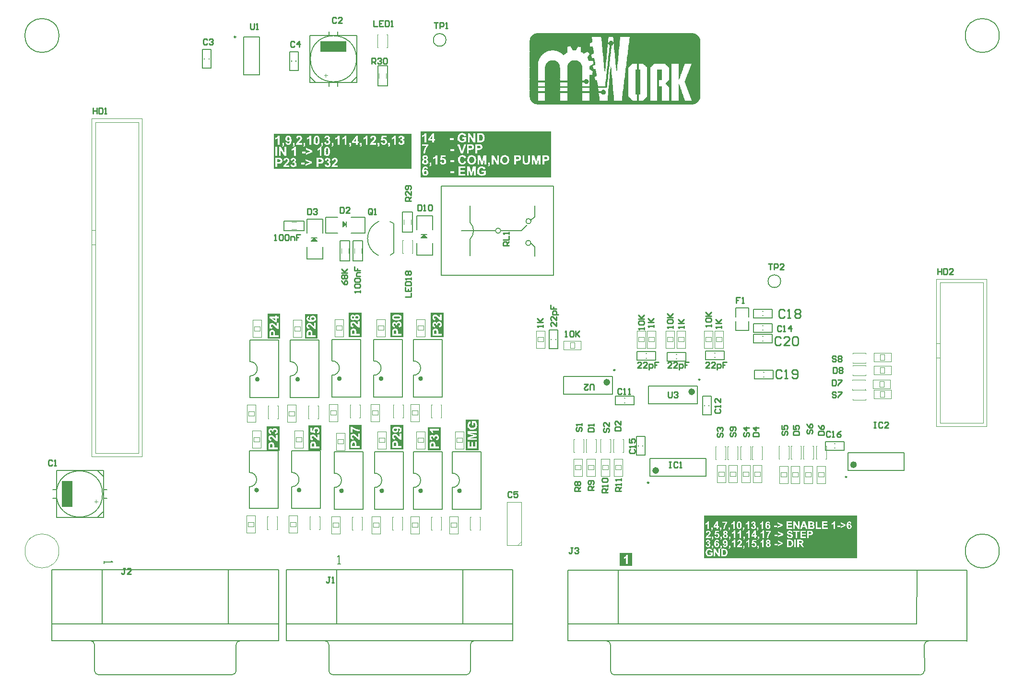
<source format=gto>
G04*
G04 #@! TF.GenerationSoftware,Altium Limited,Altium Designer,20.0.13 (296)*
G04*
G04 Layer_Color=65535*
%FSTAX24Y24*%
%MOIN*%
G70*
G01*
G75*
%ADD10C,0.0098*%
%ADD11C,0.0236*%
%ADD12C,0.0079*%
%ADD13C,0.0070*%
%ADD14C,0.0050*%
%ADD15C,0.0039*%
%ADD16C,0.0150*%
%ADD17C,0.0040*%
%ADD18C,0.0020*%
%ADD19C,0.0100*%
%ADD20C,0.0059*%
%ADD21R,0.1801X0.0768*%
%ADD22R,0.0768X0.1801*%
G36*
X047171Y060357D02*
Y059585D01*
Y058828D01*
X0381D01*
Y059585D01*
Y060357D01*
X047171D01*
D02*
G37*
G36*
Y058828D02*
Y057922D01*
X042633D01*
X047171D01*
Y05715D01*
X0381D01*
Y057922D01*
Y058828D01*
X047171D01*
D02*
G37*
G36*
X0528Y03015D02*
X05195D01*
Y03105D01*
X0528D01*
Y03015D01*
D02*
G37*
G36*
X06845Y03261D02*
Y031975D01*
Y031346D01*
Y030696D01*
X0578D01*
Y031346D01*
Y031975D01*
Y03261D01*
Y03365D01*
X06845D01*
Y03261D01*
D02*
G37*
G36*
X037467Y059286D02*
Y05864D01*
Y05775D01*
X0279D01*
Y05864D01*
Y059286D01*
D01*
Y060176D01*
X037467D01*
Y059286D01*
D02*
G37*
G36*
X0369Y04605D02*
X036018D01*
Y047746D01*
X0369D01*
Y04605D01*
D02*
G37*
G36*
X039701Y04605D02*
X038819D01*
Y047745D01*
X039701D01*
Y04605D01*
D02*
G37*
G36*
X0395Y0382D02*
X038618D01*
Y039795D01*
X0395D01*
Y0382D01*
D02*
G37*
G36*
X0369Y03825D02*
X036018D01*
Y039948D01*
X0369D01*
Y03825D01*
D02*
G37*
G36*
X034Y04605D02*
X033118D01*
Y04775D01*
X034D01*
Y04605D01*
D02*
G37*
G36*
Y03825D02*
X03313D01*
Y03995D01*
X034D01*
Y03825D01*
D02*
G37*
G36*
X03095Y04595D02*
X030068D01*
Y047658D01*
X03095D01*
Y04595D01*
D02*
G37*
G36*
X0312Y0382D02*
X030318D01*
Y039913D01*
X0312D01*
Y0382D01*
D02*
G37*
G36*
X02835Y04595D02*
X02748D01*
Y047669D01*
X02835D01*
Y04595D01*
D02*
G37*
G36*
X0283Y03815D02*
X027418D01*
Y039851D01*
X0283D01*
Y03815D01*
D02*
G37*
G36*
X04215Y0382D02*
X04126D01*
Y040325D01*
X04215D01*
Y0382D01*
D02*
G37*
%LPC*%
G36*
X038495Y060231D02*
X038397D01*
X038388Y06021D01*
X038376Y060191D01*
X038363Y060173D01*
X03835Y060158D01*
X038339Y060146D01*
X038329Y060137D01*
X038326Y060133D01*
X038323Y060131D01*
X038321Y06013D01*
X03832Y060129D01*
X0383Y060114D01*
X038281Y060101D01*
X038264Y060091D01*
X038248Y060084D01*
X038235Y060079D01*
X038226Y060074D01*
X038223Y060073D01*
X03822Y060072D01*
X038219Y060071D01*
X038218D01*
Y060131D01*
Y060071D01*
Y059597D01*
X038495D01*
Y060231D01*
D02*
G37*
G36*
X041279Y060239D02*
X04069Y060239D01*
X041002Y060239D01*
X040969Y060238D01*
X04094Y060235D01*
X040927Y060232D01*
X040915Y060229D01*
X040903Y060226D01*
X040893Y060224D01*
X040884Y06022D01*
X040875Y060217D01*
X040868Y060214D01*
X040862Y060213D01*
X040857Y06021D01*
X040854Y060209D01*
X040852Y060207D01*
X040851D01*
X040823Y060191D01*
X040811Y060181D01*
X040799Y060172D01*
X040788Y060162D01*
X040778Y060152D01*
X040769Y060142D01*
X040761Y060132D01*
X040754Y060123D01*
X040748Y060115D01*
X040742Y060108D01*
X040738Y060101D01*
X040735Y060096D01*
X040732Y060092D01*
X040732Y06009D01*
X040731Y060089D01*
X040723Y060074D01*
X040717Y06006D01*
X040707Y06003D01*
X0407Y059999D01*
X040695Y059973D01*
X040693Y05996D01*
X040691Y059949D01*
X040691Y059939D01*
Y05993D01*
X04069Y059924D01*
Y059585D01*
Y059914D01*
X040691Y05988D01*
X040695Y059849D01*
X040701Y059821D01*
X040704Y059807D01*
X040708Y059795D01*
X040712Y059784D01*
X040714Y059774D01*
X040718Y059766D01*
X040721Y059759D01*
X040722Y059753D01*
X040724Y059749D01*
X040726Y059746D01*
Y059745D01*
X040742Y059718D01*
X040759Y059694D01*
X040777Y059673D01*
X040795Y059657D01*
X040804Y05965D01*
X040812Y059643D01*
X040818Y059638D01*
X040824Y059634D01*
X040829Y059631D01*
X040834Y059628D01*
X040835Y059627D01*
X040836Y059626D01*
X040851Y059619D01*
X040865Y059612D01*
X040895Y059602D01*
X040924Y059595D01*
X04095Y05959D01*
X040963Y059589D01*
X040974Y059587D01*
X040984Y059586D01*
X040993D01*
X040999Y059585D01*
X04069Y059585D01*
X041009Y059585D01*
X041039Y059586D01*
X041066Y05959D01*
X041092Y059594D01*
X041115Y0596D01*
X041125Y059602D01*
X041134Y059605D01*
X041142Y059608D01*
X04115Y05961D01*
X041155Y059611D01*
X041159Y059613D01*
X041162Y059614D01*
X041162D01*
X04119Y059625D01*
X041213Y059637D01*
X041233Y059649D01*
X04125Y059659D01*
X041263Y059668D01*
X041267Y059672D01*
X041272Y059675D01*
X041275Y059678D01*
X041277Y05968D01*
X041279Y059682D01*
Y059935D01*
X041005D01*
Y059828D01*
X041151D01*
Y059747D01*
X04114Y059739D01*
X041128Y059732D01*
X041116Y059725D01*
X041105Y05972D01*
X041096Y059715D01*
X041088Y059712D01*
X041083Y05971D01*
X041082Y059709D01*
X041081D01*
X041067Y059703D01*
X041052Y0597D01*
X041039Y059697D01*
X041027Y059695D01*
X041016Y059694D01*
X041009Y059693D01*
X041001D01*
X040987Y059694D01*
X040972Y059696D01*
X040959Y059699D01*
X040947Y059702D01*
X040924Y059712D01*
X040915Y059716D01*
X040906Y059722D01*
X040897Y059727D01*
X04089Y059732D01*
X040885Y059737D01*
X040879Y059741D01*
X040876Y059744D01*
X040873Y059747D01*
X040871Y059749D01*
X04087Y05975D01*
X040862Y059761D01*
X040854Y059774D01*
X040847Y059786D01*
X040842Y0598D01*
X040833Y059828D01*
X040827Y059856D01*
X040825Y059868D01*
X040824Y059881D01*
X040823Y059891D01*
X040822Y059901D01*
X040821Y059908D01*
Y059915D01*
Y059918D01*
Y059919D01*
X040822Y059938D01*
X040823Y059956D01*
X040825Y059973D01*
X040828Y059989D01*
X040832Y060002D01*
X040836Y060015D01*
X040841Y060027D01*
X040845Y060038D01*
X040849Y060047D01*
X040854Y060055D01*
X040858Y060061D01*
X040862Y060067D01*
X040865Y060071D01*
X040867Y060074D01*
X040868Y060076D01*
X040869Y060077D01*
X040879Y060086D01*
X040889Y060095D01*
X0409Y060101D01*
X040911Y060108D01*
X040922Y060113D01*
X040933Y060118D01*
X040954Y060124D01*
X040964Y060126D01*
X040973Y060128D01*
X040981Y060129D01*
X040988Y06013D01*
X040994Y060131D01*
X041002D01*
X041022Y06013D01*
X041039Y060126D01*
X041055Y060122D01*
X041069Y060117D01*
X041079Y060112D01*
X041087Y060108D01*
X041091Y060104D01*
X041093Y060103D01*
X041106Y060092D01*
X041117Y060081D01*
X041126Y060069D01*
X041132Y060057D01*
X041138Y060046D01*
X041142Y060038D01*
X041143Y060032D01*
X041144Y060031D01*
Y06003D01*
X041271Y060054D01*
X041267Y06007D01*
X041262Y060085D01*
X041256Y060099D01*
X041249Y060112D01*
X041243Y060124D01*
X041235Y060135D01*
X041228Y060145D01*
X041221Y060154D01*
X041213Y060163D01*
X041207Y06017D01*
X041202Y060176D01*
X041196Y060181D01*
X041192Y060184D01*
X041188Y060188D01*
X041186Y060189D01*
X041185Y06019D01*
X041172Y060199D01*
X041159Y060206D01*
X041144Y060213D01*
X041129Y060218D01*
X041099Y060227D01*
X04107Y060233D01*
X041056Y060235D01*
X041043Y060236D01*
X041031Y060237D01*
X041021Y060238D01*
X041013Y060239D01*
X041279D01*
D02*
G37*
G36*
X041899Y060227D02*
X041781D01*
Y059803D01*
X04152Y060227D01*
X041398D01*
Y059597D01*
X041515D01*
Y060012D01*
X041771Y059597D01*
X041561D01*
X041899D01*
Y060227D01*
D02*
G37*
G36*
X040396Y059886D02*
X040159D01*
Y059765D01*
X040396D01*
Y059886D01*
D02*
G37*
G36*
X042285Y060227D02*
X042033D01*
Y059597D01*
X042561D01*
X042272D01*
X042297Y059598D01*
X042319Y059599D01*
X042339Y0596D01*
X042354Y059603D01*
X042367Y059606D01*
X042377Y059608D01*
X04238Y059609D01*
X042382D01*
X042383Y05961D01*
X042384D01*
X042404Y059617D01*
X042422Y059625D01*
X042437Y059633D01*
X04245Y059641D01*
X04246Y059649D01*
X042467Y059654D01*
X042472Y059658D01*
X042473Y05966D01*
X042489Y059677D01*
X042503Y059695D01*
X042514Y059714D01*
X042523Y059732D01*
X042531Y059748D01*
X042534Y059754D01*
X042536Y05976D01*
X042538Y059765D01*
X04254Y059769D01*
X042541Y059771D01*
Y059772D01*
X042547Y059794D01*
X042553Y059816D01*
X042556Y059838D01*
X042558Y059859D01*
X042559Y059869D01*
X04256Y059878D01*
Y059886D01*
X042561Y059893D01*
Y059906D01*
X04256Y059938D01*
X042557Y059966D01*
X042556Y059979D01*
X042554Y059991D01*
X042553Y060003D01*
X042551Y060013D01*
X042548Y060022D01*
X042546Y06003D01*
X042544Y060038D01*
X042544Y060043D01*
X042542Y060048D01*
X042541Y060051D01*
X04254Y060053D01*
Y060054D01*
X042532Y060076D01*
X042522Y060096D01*
X042512Y060113D01*
X042502Y060128D01*
X042493Y06014D01*
X042486Y060149D01*
X042482Y060154D01*
X042481Y060156D01*
X04248D01*
X042464Y060171D01*
X042449Y060183D01*
X042432Y060193D01*
X042418Y060201D01*
X042405Y060207D01*
X042394Y060212D01*
X04239Y060213D01*
X042388Y060214D01*
X042386Y060214D01*
X042385D01*
X042368Y060219D01*
X042349Y060222D01*
X042329Y060224D01*
X042309Y060225D01*
X042292Y060226D01*
X042285Y060227D01*
D02*
G37*
G36*
X039031Y06023D02*
X038929D01*
X038655Y059828D01*
Y059723D01*
X038914D01*
Y059597D01*
X038655D01*
D01*
X039109D01*
D01*
X039031D01*
Y059723D01*
X039109D01*
Y059838D01*
Y059829D01*
X039031D01*
Y06023D01*
D02*
G37*
G36*
X040428Y059118D02*
X04019D01*
Y058997D01*
X040428D01*
Y059118D01*
D02*
G37*
G36*
X042402Y059459D02*
X041919D01*
Y058828D01*
X042402D01*
Y059265D01*
X042401Y059291D01*
X042397Y059316D01*
X04239Y059336D01*
X042384Y059354D01*
X04238Y059361D01*
X042377Y059368D01*
X042374Y059373D01*
X04237Y059379D01*
X042369Y059382D01*
X042367Y059385D01*
X042365Y059386D01*
Y059387D01*
X04235Y059403D01*
X042336Y059417D01*
X04232Y059428D01*
X042307Y059436D01*
X042294Y059442D01*
X042284Y059446D01*
X04228Y059447D01*
X042278Y059448D01*
X042276Y059449D01*
X042275D01*
X042268Y059451D01*
X042258Y059453D01*
X042247Y059453D01*
X042237Y059454D01*
X042211Y059456D01*
X042186Y059458D01*
X042162D01*
X042152Y059459D01*
X042402D01*
D02*
G37*
G36*
X041815D02*
X041332D01*
Y058828D01*
X041815D01*
Y059265D01*
X041813Y059291D01*
X041809Y059316D01*
X041803Y059336D01*
X041797Y059354D01*
X041793Y059361D01*
X041789Y059368D01*
X041786Y059373D01*
X041783Y059379D01*
X041781Y059382D01*
X041779Y059385D01*
X041777Y059386D01*
Y059387D01*
X041763Y059403D01*
X041748Y059417D01*
X041733Y059428D01*
X041719Y059436D01*
X041706Y059442D01*
X041696Y059446D01*
X041693Y059447D01*
X04169Y059448D01*
X041688Y059449D01*
X041687D01*
X04168Y059451D01*
X041671Y059453D01*
X04166Y059453D01*
X041649Y059454D01*
X041623Y059456D01*
X041598Y059458D01*
X041574D01*
X041564Y059459D01*
X041815D01*
D02*
G37*
G36*
X041267D02*
X04068Y059459D01*
Y058828D01*
Y059459D01*
X040906Y058828D01*
X04068D01*
X041267Y058828D01*
X041043D01*
X041267Y059459D01*
D01*
D02*
G37*
G36*
X038632Y059451D02*
X038218D01*
Y059339D01*
X038492D01*
X038462Y059298D01*
X038436Y059255D01*
X038423Y059235D01*
X038412Y059214D01*
X038402Y059195D01*
X038393Y059176D01*
X038385Y059159D01*
X038378Y059144D01*
X038371Y059129D01*
X038366Y059117D01*
X038362Y059108D01*
X038359Y059101D01*
X038357Y059096D01*
X038357Y059094D01*
X038347Y059069D01*
X038339Y059044D01*
X038333Y05902D01*
X038327Y058996D01*
X038322Y058972D01*
X038317Y058951D01*
X038314Y05893D01*
X038311Y05891D01*
X038308Y058893D01*
X038306Y058877D01*
X038305Y058863D01*
X038304Y058851D01*
Y058841D01*
X038303Y058834D01*
Y05883D01*
Y058828D01*
X038218D01*
D01*
X038632D01*
Y059451D01*
D02*
G37*
%LPD*%
G36*
X038374Y059597D02*
X038218D01*
Y059962D01*
X038251Y059975D01*
X03828Y059989D01*
X038294Y059996D01*
X038306Y060004D01*
X038318Y060011D01*
X038329Y060019D01*
X038339Y060026D01*
X038348Y060032D01*
X038356Y060038D01*
X038362Y060043D01*
X038368Y060048D01*
X038371Y06005D01*
X038373Y060052D01*
X038374Y060053D01*
Y059597D01*
D02*
G37*
G36*
X042256Y06012D02*
X042267D01*
X042276Y060119D01*
X042284D01*
X042292Y060118D01*
X042298D01*
X042309Y060116D01*
X042316Y060115D01*
X04232Y060114D01*
X042321D01*
X042334Y060111D01*
X042345Y060106D01*
X042355Y060101D01*
X042364Y060096D01*
X04237Y060091D01*
X042376Y060088D01*
X042379Y060085D01*
X04238Y060084D01*
X042388Y060075D01*
X042395Y060065D01*
X042401Y060055D01*
X042407Y060046D01*
X042411Y060037D01*
X042413Y06003D01*
X042415Y060025D01*
X042416Y060024D01*
Y060023D01*
X042421Y060007D01*
X042424Y059989D01*
X042426Y05997D01*
X042428Y059952D01*
X042429Y059937D01*
X04243Y059929D01*
Y059923D01*
Y059918D01*
Y059915D01*
Y059912D01*
Y059911D01*
X042429Y059886D01*
X042428Y059862D01*
X042425Y059843D01*
X042423Y059826D01*
X042421Y059813D01*
X04242Y059807D01*
X042418Y059804D01*
X042417Y0598D01*
Y059797D01*
X042416Y059796D01*
Y059795D01*
X042411Y059781D01*
X042406Y059768D01*
X0424Y059758D01*
X042395Y05975D01*
X04239Y059743D01*
X042387Y059739D01*
X042384Y059736D01*
X042383Y059735D01*
X042375Y059729D01*
X042367Y059723D01*
X042359Y059719D01*
X04235Y059715D01*
X042343Y059713D01*
X042338Y059711D01*
X042334Y059709D01*
X042332D01*
X042322Y059707D01*
X04231Y059706D01*
X042298Y059704D01*
X042285D01*
X042273Y059703D01*
X042161D01*
Y060121D01*
X042244D01*
X042256Y06012D01*
D02*
G37*
G36*
X038914Y059829D02*
X038767D01*
X038914Y060046D01*
Y059829D01*
D02*
G37*
G36*
X042151Y059351D02*
X042159D01*
X042167Y05935D01*
X042179D01*
X042188Y05935D01*
X042195Y059349D01*
X042198Y059348D01*
X042199D01*
X04221Y059345D01*
X04222Y059341D01*
X042229Y059337D01*
X042237Y059331D01*
X042242Y059327D01*
X042247Y059323D01*
X042249Y05932D01*
X04225Y05932D01*
X042257Y05931D01*
X042262Y059301D01*
X042266Y059291D01*
X042268Y059282D01*
X04227Y059274D01*
X042271Y059268D01*
Y059264D01*
Y059262D01*
X04227Y059252D01*
X042269Y059243D01*
X042267Y059235D01*
X042264Y059227D01*
X042261Y059221D01*
X042259Y059217D01*
X042257Y059214D01*
X042257Y059213D01*
X042251Y059206D01*
X042244Y059199D01*
X042237Y059194D01*
X042231Y059189D01*
X042226Y059186D01*
X042221Y059184D01*
X042217Y059183D01*
X042216Y059182D01*
X042211Y05918D01*
X042205Y059179D01*
X04219Y059176D01*
X042174Y059175D01*
X042157Y059174D01*
X042141D01*
X042134Y059173D01*
X042047D01*
Y059352D01*
X042142D01*
X042151Y059351D01*
D02*
G37*
G36*
X042402Y058828D02*
X042047D01*
Y059066D01*
X04216D01*
X042174Y059067D01*
X042186D01*
X042198Y059068D01*
X042209Y059069D01*
X042219Y05907D01*
X042227Y059071D01*
X042236D01*
X042242Y059072D01*
X042248Y059073D01*
X042253Y059074D01*
X042257D01*
X042259Y059074D01*
X042261D01*
X042274Y059078D01*
X042286Y059083D01*
X042297Y059087D01*
X042307Y059093D01*
X042315Y059097D01*
X042321Y059101D01*
X042325Y059104D01*
X042327Y059104D01*
X042339Y059114D01*
X042349Y059124D01*
X042359Y059135D01*
X042366Y059144D01*
X042372Y059153D01*
X042377Y05916D01*
X04238Y059165D01*
X04238Y059166D01*
X042388Y059182D01*
X042393Y059198D01*
X042397Y059216D01*
X0424Y059231D01*
X042401Y059244D01*
Y05925D01*
X042402Y059255D01*
Y058828D01*
D02*
G37*
G36*
X041563Y059351D02*
X041571D01*
X04158Y05935D01*
X041592D01*
X041601Y05935D01*
X041607Y059349D01*
X041611Y059348D01*
X041612D01*
X041623Y059345D01*
X041633Y059341D01*
X041642Y059337D01*
X041649Y059331D01*
X041654Y059327D01*
X041659Y059323D01*
X041662Y05932D01*
X041663Y05932D01*
X04167Y05931D01*
X041674Y059301D01*
X041678Y059291D01*
X041681Y059282D01*
X041683Y059274D01*
X041684Y059268D01*
Y059264D01*
Y059262D01*
X041683Y059252D01*
X041682Y059243D01*
X041679Y059235D01*
X041676Y059227D01*
X041674Y059221D01*
X041672Y059217D01*
X04167Y059214D01*
X041669Y059213D01*
X041664Y059206D01*
X041656Y059199D01*
X04165Y059194D01*
X041643Y059189D01*
X041638Y059186D01*
X041633Y059184D01*
X04163Y059183D01*
X041629Y059182D01*
X041623Y05918D01*
X041617Y059179D01*
X041602Y059176D01*
X041586Y059175D01*
X04157Y059174D01*
X041553D01*
X041547Y059173D01*
X041459D01*
Y059352D01*
X041554D01*
X041563Y059351D01*
D02*
G37*
G36*
X041815Y058828D02*
X041459D01*
Y059066D01*
X041572D01*
X041586Y059067D01*
X041599D01*
X041611Y059068D01*
X041622Y059069D01*
X041632Y05907D01*
X04164Y059071D01*
X041648D01*
X041654Y059072D01*
X041661Y059073D01*
X041665Y059074D01*
X041669D01*
X041672Y059074D01*
X041674D01*
X041686Y059078D01*
X041698Y059083D01*
X041709Y059087D01*
X041719Y059093D01*
X041727Y059097D01*
X041734Y059101D01*
X041737Y059104D01*
X041739Y059104D01*
X041751Y059114D01*
X041761Y059124D01*
X041771Y059135D01*
X041778Y059144D01*
X041785Y059153D01*
X041789Y05916D01*
X041792Y059165D01*
X041793Y059166D01*
X0418Y059182D01*
X041806Y059198D01*
X041809Y059216D01*
X041812Y059231D01*
X041814Y059244D01*
Y05925D01*
X041815Y059255D01*
Y058828D01*
D02*
G37*
G36*
X040978Y058992D02*
X040817Y059459D01*
X041131Y059459D01*
X040978Y058992D01*
D02*
G37*
G36*
X038632Y058828D02*
X038419D01*
X03842Y05886D01*
X038423Y058893D01*
X038428Y058925D01*
X038429Y05894D01*
X038432Y058954D01*
X038435Y058967D01*
X038438Y05898D01*
X038439Y05899D01*
X038441Y058999D01*
X038443Y059007D01*
X038445Y059012D01*
X038446Y059016D01*
Y059017D01*
X038458Y059056D01*
X03847Y059094D01*
X038477Y059111D01*
X038484Y059127D01*
X038491Y059143D01*
X038497Y059157D01*
X038503Y05917D01*
X038509Y059182D01*
X038514Y059193D01*
X038518Y059201D01*
X038521Y059208D01*
X038524Y059213D01*
X038526Y059217D01*
X038527Y059217D01*
X038537Y059235D01*
X038547Y059251D01*
X038556Y059266D01*
X038565Y05928D01*
X038574Y059293D01*
X038583Y059305D01*
X038592Y059316D01*
X038599Y059326D01*
X038606Y059335D01*
X038613Y059342D01*
X038618Y059349D01*
X038623Y059354D01*
X038626Y059358D01*
X038629Y05936D01*
X038631Y059362D01*
X038632Y059363D01*
Y058828D01*
D02*
G37*
%LPC*%
G36*
X038634Y058697D02*
X038442D01*
X038634D01*
D01*
D02*
G37*
G36*
X039264D02*
X038987D01*
X039166D01*
X039156Y058676D01*
X039145Y058656D01*
X039132Y058638D01*
X039119Y058624D01*
X039108Y058612D01*
X039098Y058603D01*
X039094Y058599D01*
X039092Y058596D01*
X03909Y058595D01*
X039089Y058595D01*
X039069Y05858D01*
X03905Y058567D01*
X039033Y058557D01*
X039017Y05855D01*
X039004Y058544D01*
X038995Y05854D01*
X038992Y058539D01*
X038989Y058538D01*
X038988Y058537D01*
X038987D01*
Y058538D01*
Y058537D01*
Y058063D01*
Y058428D01*
X03902Y058441D01*
X039049Y058454D01*
X039063Y058462D01*
X039075Y05847D01*
X039087Y058477D01*
X039098Y058484D01*
X039108Y058492D01*
X039117Y058498D01*
X039125Y058503D01*
X039131Y058509D01*
X039136Y058513D01*
X03914Y058516D01*
X039142Y058518D01*
X039143Y058519D01*
Y058063D01*
X038987D01*
X039264D01*
Y058697D01*
D02*
G37*
G36*
X041029Y058705D02*
X041018D01*
X040994Y058704D01*
X04097Y058701D01*
X040949Y058697D01*
X040928Y058691D01*
X04091Y058685D01*
X040892Y058677D01*
X040876Y058669D01*
X040862Y058661D01*
X040848Y058653D01*
X040837Y058645D01*
X040827Y058637D01*
X040819Y058631D01*
X040813Y058625D01*
X040808Y058621D01*
X040805Y058618D01*
X040804Y058617D01*
X04079Y0586D01*
X040778Y058582D01*
X040767Y058563D01*
X040758Y058543D01*
X04075Y058522D01*
X040743Y058502D01*
X040738Y058482D01*
X040733Y058462D01*
X04073Y058443D01*
X040728Y058427D01*
X040726Y058411D01*
X040724Y058399D01*
Y058388D01*
X040723Y05838D01*
Y058705D01*
Y058052D01*
X041272Y058052D01*
X041009D01*
X041029Y058052D01*
X041046Y058053D01*
X041063Y058056D01*
X041079Y05806D01*
X041093Y058063D01*
X041107Y058067D01*
X04112Y058072D01*
X041131Y058077D01*
X041142Y058082D01*
X041151Y058086D01*
X041159Y05809D01*
X041165Y058093D01*
X041171Y058097D01*
X041174Y0581D01*
X041176Y058101D01*
X041177Y058102D01*
X041189Y058112D01*
X0412Y058123D01*
X04122Y058147D01*
X041236Y058173D01*
X041249Y058197D01*
X041254Y058209D01*
X041259Y05822D01*
X041263Y05823D01*
X041266Y058238D01*
X041269Y058246D01*
X041271Y058251D01*
X041272Y058255D01*
Y058256D01*
X041148Y058294D01*
X041141Y058269D01*
X041132Y058248D01*
X041124Y058231D01*
X041115Y058216D01*
X041108Y058206D01*
X041101Y058198D01*
X041097Y058194D01*
X041095Y058192D01*
X04108Y058181D01*
X041066Y058174D01*
X041051Y058168D01*
X041039Y058164D01*
X041027Y058162D01*
X041017Y058161D01*
X041013Y05816D01*
X041009D01*
X040996Y058161D01*
X040984Y058162D01*
X040962Y058168D01*
X040943Y058175D01*
X040927Y058185D01*
X040915Y058195D01*
X040906Y058202D01*
X040902Y058206D01*
X040899Y058208D01*
X040898Y058209D01*
X040897Y05821D01*
X04089Y05822D01*
X040884Y058232D01*
X040877Y058245D01*
X040873Y058258D01*
X040865Y058287D01*
X04086Y058315D01*
X040858Y058329D01*
X040857Y05834D01*
X040855Y058352D01*
Y058362D01*
X040855Y05837D01*
Y058376D01*
Y05838D01*
Y058381D01*
X040855Y058402D01*
X040856Y058421D01*
X040858Y058439D01*
X040861Y058455D01*
X040865Y05847D01*
X040868Y058483D01*
X040872Y058495D01*
X040876Y058506D01*
X04088Y058515D01*
X040884Y058523D01*
X040887Y05853D01*
X040891Y058535D01*
X040894Y05854D01*
X040896Y058543D01*
X040897Y058544D01*
Y058545D01*
X040906Y058554D01*
X040915Y058563D01*
X040924Y058569D01*
X040934Y058574D01*
X040953Y058584D01*
X040971Y05859D01*
X040987Y058594D01*
X040994Y058595D01*
X040999Y058595D01*
X041005Y058596D01*
X041011D01*
X041029Y058595D01*
X041046Y058592D01*
X04106Y058587D01*
X041073Y058582D01*
X041083Y058576D01*
X04109Y058572D01*
X041095Y058568D01*
X041097Y058567D01*
X041109Y058556D01*
X04112Y058544D01*
X041128Y058531D01*
X041134Y058518D01*
X041139Y058507D01*
X041142Y058499D01*
X041143Y058495D01*
Y058492D01*
X041144Y058492D01*
Y058491D01*
X04127Y058521D01*
X041261Y058547D01*
X041251Y05857D01*
X04124Y05859D01*
X04123Y058606D01*
X04122Y058619D01*
X041216Y058625D01*
X041213Y058629D01*
X04121Y058632D01*
X041207Y058635D01*
X041206Y058636D01*
X041205D01*
X041192Y058648D01*
X041176Y058659D01*
X041162Y058668D01*
X041146Y058676D01*
X04113Y058683D01*
X041114Y058688D01*
X041099Y058693D01*
X041084Y058697D01*
X04107Y058699D01*
X041058Y058701D01*
X041047Y058703D01*
X041037Y058704D01*
X041029Y058705D01*
D02*
G37*
G36*
X043547Y058693D02*
X04343D01*
Y058268D01*
X043169Y058693D01*
X043046D01*
Y058063D01*
X043164D01*
Y058478D01*
X04342Y058063D01*
X04321D01*
X043547D01*
Y058693D01*
D02*
G37*
G36*
X046441D02*
X046249D01*
X046137Y058262D01*
X046024Y058693D01*
X046234D01*
X045834D01*
Y058063D01*
X045952D01*
Y058558D01*
X046075Y058063D01*
X046198D01*
X046322Y058558D01*
X046323Y058063D01*
X046296D01*
X046441D01*
Y058693D01*
D02*
G37*
G36*
X042672D02*
X042481D01*
X042369Y058262D01*
X042256Y058693D01*
X042065D01*
Y058063D01*
X042289D01*
X042183D01*
Y058558D01*
X042307Y058063D01*
X04243D01*
X042554Y058558D01*
X042554Y058063D01*
X042461D01*
X042672D01*
Y058693D01*
D02*
G37*
G36*
X04043Y058352D02*
X040192D01*
Y058231D01*
X04043D01*
Y058352D01*
D02*
G37*
G36*
X045701Y058693D02*
X045574D01*
Y058343D01*
Y058329D01*
Y058317D01*
X045573Y058305D01*
Y058294D01*
X045572Y058285D01*
Y058276D01*
X045571Y058267D01*
Y05826D01*
X045569Y058249D01*
X045568Y058241D01*
X045567Y058236D01*
Y058235D01*
X045564Y058223D01*
X04556Y058213D01*
X045554Y058204D01*
X045549Y058196D01*
X045543Y058189D01*
X045539Y058185D01*
X045535Y058182D01*
X045534Y058181D01*
X045523Y058174D01*
X04551Y058168D01*
X045497Y058165D01*
X045483Y058162D01*
X045471Y05816D01*
X045462Y058159D01*
X045453D01*
X045434Y05816D01*
X045418Y058163D01*
X045403Y058166D01*
X04539Y058171D01*
X045381Y058175D01*
X045374Y058178D01*
X04537Y058181D01*
X045369Y058182D01*
X045359Y058191D01*
X04535Y058202D01*
X045343Y058212D01*
X045338Y058222D01*
X045335Y058231D01*
X045332Y058238D01*
X04533Y058243D01*
Y058245D01*
X045329Y05825D01*
X045328Y058256D01*
Y058263D01*
X045328Y058271D01*
X045327Y058288D01*
Y058307D01*
X045326Y058323D01*
Y05833D01*
Y058338D01*
Y058343D01*
Y058347D01*
Y058349D01*
Y05835D01*
Y058693D01*
X04545D01*
X045198D01*
Y058051D01*
Y058337D01*
X045199Y058318D01*
Y058301D01*
X0452Y058286D01*
X045201Y058271D01*
X045202Y058258D01*
X045203Y058247D01*
X045205Y058236D01*
X045205Y058226D01*
X045206Y058218D01*
X045207Y058211D01*
X045208Y058206D01*
X045209Y058201D01*
Y058198D01*
X04521Y058196D01*
Y058196D01*
X045215Y058182D01*
X045219Y058169D01*
X045226Y058157D01*
X045231Y058147D01*
X045236Y058138D01*
X045241Y058131D01*
X045245Y058127D01*
X045246Y058125D01*
X045257Y058114D01*
X045268Y058103D01*
X045281Y058093D01*
X045293Y058085D01*
X045303Y058079D01*
X045312Y058074D01*
X045318Y058072D01*
X045318Y058071D01*
X045319D01*
X045328Y058067D01*
X045338Y058064D01*
X045361Y058059D01*
X045384Y058055D01*
X045406Y058053D01*
X045416Y058052D01*
X045426Y058052D01*
X045434D01*
X045442Y058051D01*
X045198D01*
X045457D01*
X045483Y058052D01*
X045507Y058053D01*
X045528Y058057D01*
X045545Y058061D01*
X045553Y058062D01*
X04556Y058063D01*
X045565Y058065D01*
X04557Y058067D01*
X045574Y058068D01*
X045576Y058069D01*
X045577Y05807D01*
X045578D01*
X045594Y058077D01*
X045609Y058086D01*
X045622Y058094D01*
X045633Y058103D01*
X045641Y05811D01*
X045647Y058115D01*
X045651Y058119D01*
X045652Y058121D01*
X045662Y058134D01*
X04567Y058147D01*
X045676Y05816D01*
X045682Y058173D01*
X045686Y058184D01*
X045688Y058193D01*
X045689Y058196D01*
Y058198D01*
X04569Y058199D01*
Y0582D01*
X045692Y05821D01*
X045694Y058221D01*
X045696Y058233D01*
X045697Y058245D01*
X045698Y058272D01*
X0457Y058298D01*
Y05831D01*
Y058322D01*
X045701Y058333D01*
Y058693D01*
D02*
G37*
G36*
X038432Y058697D02*
X038218D01*
X038423D01*
X038407Y058696D01*
X038391Y058695D01*
X038377Y058692D01*
X038363Y058689D01*
X03835Y058686D01*
X038338Y058682D01*
X038328Y058677D01*
X038319Y058674D01*
X03831Y058669D01*
X038303Y058665D01*
X038297Y058661D01*
X038292Y058657D01*
X038288Y058655D01*
X038286Y058652D01*
X038284Y058651D01*
X038283Y05865D01*
X038275Y058641D01*
X038266Y058632D01*
X03826Y058622D01*
X038255Y058613D01*
X038245Y058593D01*
X03824Y058574D01*
X038236Y058558D01*
X038235Y058551D01*
X038235Y058545D01*
X038234Y05854D01*
Y058536D01*
Y058534D01*
Y058533D01*
X038235Y058518D01*
X038237Y058504D01*
X03824Y058491D01*
X038245Y05848D01*
X038248Y05847D01*
X038251Y058463D01*
X038254Y058459D01*
X038255Y058457D01*
X038264Y058445D01*
X038275Y058434D01*
X038286Y058425D01*
X038297Y058417D01*
X038307Y058411D01*
X038316Y058407D01*
X038321Y058404D01*
X038322Y058403D01*
X038323D01*
X038304Y058393D01*
X038287Y058383D01*
X038274Y058372D01*
X038263Y058361D01*
X038254Y058351D01*
X038247Y058344D01*
X038244Y058339D01*
X038243Y058338D01*
Y058337D01*
X038235Y05832D01*
X038228Y058304D01*
X038224Y058288D01*
X038221Y058273D01*
X038219Y058261D01*
X038218Y058251D01*
Y058051D01*
Y058242D01*
X038219Y058225D01*
X038221Y058209D01*
X038224Y058194D01*
X038229Y05818D01*
X038234Y058166D01*
X038239Y058155D01*
X038245Y058144D01*
X038252Y058134D01*
X038258Y058125D01*
X038265Y058117D01*
X03827Y058111D01*
X038275Y058105D01*
X038279Y058101D01*
X038283Y058098D01*
X038285Y058096D01*
X038286Y058095D01*
X038296Y058087D01*
X038308Y058081D01*
X03832Y058074D01*
X038332Y05807D01*
X038356Y058062D01*
X038378Y058056D01*
X038389Y058054D01*
X038398Y058053D01*
X038407Y058052D01*
X038414Y058052D01*
X03842Y058051D01*
X038218D01*
X038458D01*
X038429D01*
X038446Y058052D01*
X038461Y058053D01*
X038477Y058056D01*
X038491Y058059D01*
X038504Y058063D01*
X038516Y058068D01*
X038528Y058073D01*
X038538Y058078D01*
X038547Y058083D01*
X038554Y058088D01*
X038562Y058093D01*
X038567Y058097D01*
X038572Y0581D01*
X038574Y058103D01*
X038576Y058104D01*
X038577Y058105D01*
X038587Y058116D01*
X038595Y058127D01*
X038603Y058139D01*
X03861Y058151D01*
X038615Y058163D01*
X03862Y058175D01*
X038626Y058197D01*
X038629Y058207D01*
X038631Y058216D01*
X038632Y058226D01*
X038633Y058233D01*
X038634Y058239D01*
Y058116D01*
Y058239D01*
Y058247D01*
X038633Y058267D01*
X038629Y058284D01*
X038625Y0583D01*
X03862Y058314D01*
X038615Y058325D01*
X038611Y058333D01*
X038607Y058339D01*
X038606Y05834D01*
X038595Y058355D01*
X038583Y058368D01*
X038569Y058379D01*
X038556Y058387D01*
X038544Y058394D01*
X038535Y0584D01*
X038531Y058401D01*
X038529Y058402D01*
X038527Y058403D01*
X038526D01*
X038541Y058411D01*
X038553Y058419D01*
X038564Y058427D01*
X038573Y058436D01*
X038581Y058443D01*
X038585Y05845D01*
X038589Y058453D01*
X03859Y058455D01*
X038598Y058469D01*
X038603Y058482D01*
X038608Y058495D01*
X038611Y058507D01*
X038613Y058518D01*
X038613Y058526D01*
Y058532D01*
Y058533D01*
Y058533D01*
X038613Y058546D01*
X038612Y058559D01*
X038605Y058582D01*
X038598Y058601D01*
X038589Y058618D01*
X038579Y058632D01*
X038575Y058637D01*
X038572Y058642D01*
X038568Y058646D01*
X038565Y058648D01*
X038564Y058649D01*
X038563Y05865D01*
X038553Y058658D01*
X038543Y058666D01*
X038531Y058672D01*
X038521Y058677D01*
X038497Y058686D01*
X038474Y058691D01*
X038464Y058693D01*
X038454Y058694D01*
X038446Y058695D01*
X038438Y058696D01*
X038432Y058697D01*
D02*
G37*
G36*
X047053Y058693D02*
X04657Y058693D01*
Y058063D01*
X047053Y058063D01*
Y058499D01*
X047051Y058525D01*
X047048Y05855D01*
X047041Y05857D01*
X047035Y058588D01*
X047031Y058595D01*
X047027Y058602D01*
X047025Y058607D01*
X047021Y058613D01*
X047019Y058616D01*
X047017Y058619D01*
X047016Y05862D01*
Y058621D01*
X047001Y058637D01*
X046986Y058651D01*
X046971Y058662D01*
X046957Y05867D01*
X046945Y058676D01*
X046935Y05868D01*
X046931Y058681D01*
X046928Y058682D01*
X046926Y058683D01*
X046925D01*
X046918Y058685D01*
X046909Y058687D01*
X046898Y058687D01*
X046887Y058688D01*
X046862Y05869D01*
X046836Y058692D01*
X046812D01*
X046802Y058693D01*
X047053D01*
D02*
G37*
G36*
X045095Y058693D02*
X044612D01*
Y058063D01*
X045095D01*
Y058499D01*
X045093Y058525D01*
X04509Y05855D01*
X045083Y05857D01*
X045077Y058588D01*
X045073Y058595D01*
X04507Y058602D01*
X045067Y058607D01*
X045063Y058613D01*
X045062Y058616D01*
X04506Y058619D01*
X045058Y05862D01*
Y058621D01*
X045043Y058637D01*
X045029Y058651D01*
X045013Y058662D01*
X045Y05867D01*
X044987Y058676D01*
X044977Y05868D01*
X044973Y058681D01*
X04497Y058682D01*
X044969Y058683D01*
X044968D01*
X04496Y058685D01*
X044951Y058687D01*
X04494Y058687D01*
X044929Y058688D01*
X044904Y05869D01*
X044878Y058692D01*
X044855D01*
X044845Y058693D01*
X045095D01*
D02*
G37*
G36*
X039843Y058685D02*
X039524D01*
X039462Y058356D01*
X039559Y058342D01*
X039567Y05835D01*
X039576Y058358D01*
X039584Y058364D01*
X039592Y05837D01*
X039607Y058378D01*
X039622Y058383D01*
X039635Y058386D01*
X039644Y058388D01*
X039647Y058389D01*
X039653D01*
X039668Y058388D01*
X039681Y058384D01*
X039693Y05838D01*
X039703Y058374D01*
X03971Y058368D01*
X039717Y058363D01*
X03972Y058359D01*
X039721Y058359D01*
X03973Y058347D01*
X039737Y058333D01*
X039741Y058318D01*
X039744Y058304D01*
X039747Y058291D01*
X039748Y058281D01*
Y058277D01*
Y058274D01*
Y058272D01*
Y058271D01*
X039747Y058249D01*
X039744Y05823D01*
X039739Y058215D01*
X039735Y058202D01*
X039729Y058191D01*
X039726Y058184D01*
X039722Y05818D01*
X039721Y058178D01*
X039711Y058168D01*
X0397Y05816D01*
X039689Y058155D01*
X039679Y058151D01*
X03967Y058149D01*
X039663Y058148D01*
X039658Y058147D01*
X039657D01*
X039645Y058148D01*
X039633Y058151D01*
X039623Y058155D01*
X039615Y058159D01*
X039607Y058164D01*
X039602Y058167D01*
X039598Y05817D01*
X039597Y058171D01*
X039589Y058181D01*
X039582Y058191D01*
X039576Y058202D01*
X039573Y058212D01*
X03957Y058221D01*
X039568Y058229D01*
X039567Y058234D01*
Y058236D01*
X039447Y058223D01*
X03945Y058208D01*
X039453Y058195D01*
X039462Y05817D01*
X039472Y058148D01*
X039477Y058139D01*
X039483Y05813D01*
X039489Y058123D01*
X039494Y058116D01*
X039499Y058111D01*
X039503Y058105D01*
X039506Y058102D01*
X039509Y058099D01*
X039511Y058098D01*
X039512Y058097D01*
X039523Y058089D01*
X039534Y058082D01*
X039545Y058075D01*
X039557Y058071D01*
X039582Y058062D01*
X039604Y058056D01*
X039615Y058054D01*
X039624Y058053D01*
X039633Y058052D01*
X03964Y058052D01*
X039647Y058051D01*
X039655D01*
X039675Y058052D01*
X039694Y058054D01*
X039711Y058058D01*
X039728Y058063D01*
X039743Y05807D01*
X039757Y058077D01*
X03977Y058084D01*
X039781Y058093D01*
X039791Y0581D01*
X039801Y058107D01*
X039809Y058114D01*
X039815Y058121D01*
X03982Y058126D01*
X039823Y05813D01*
X039825Y058133D01*
X039826Y058134D01*
X039834Y058145D01*
X039842Y058157D01*
X039847Y058169D01*
X039852Y058182D01*
X039861Y058206D01*
X039866Y058227D01*
X039868Y058236D01*
X039869Y058246D01*
X039871Y058254D01*
Y058261D01*
X039872Y058267D01*
Y058055D01*
Y058274D01*
X039871Y058291D01*
X039869Y058308D01*
X039866Y058323D01*
X039862Y058338D01*
X039859Y05835D01*
X039853Y058363D01*
X039849Y058375D01*
X039843Y058385D01*
X039838Y058394D01*
X039833Y058402D01*
X039828Y05841D01*
X039824Y058415D01*
X039821Y05842D01*
X039818Y058423D01*
X039816Y058425D01*
X039815Y058426D01*
X039804Y058436D01*
X039793Y058445D01*
X039781Y058453D01*
X03977Y058461D01*
X039759Y058466D01*
X039747Y058471D01*
X039726Y058478D01*
X039716Y058481D01*
X039707Y058482D01*
X039698Y058483D01*
X039692Y058484D01*
X039687Y058485D01*
X039678D01*
X039663Y058484D01*
X039647Y058482D01*
X039634Y058479D01*
X039621Y058475D01*
X039611Y058471D01*
X039603Y058468D01*
X039597Y058465D01*
X039596Y058464D01*
X039596D01*
X039615Y058572D01*
X039843D01*
Y058685D01*
D02*
G37*
G36*
X044267Y058705D02*
X043656D01*
X04396D01*
X043933Y058704D01*
X043906Y058701D01*
X043884Y058697D01*
X043864Y058692D01*
X043855Y058689D01*
X043847Y058687D01*
X043841Y058686D01*
X043835Y058683D01*
X043831Y058682D01*
X043827Y05868D01*
X043825Y058679D01*
X043824D01*
X043808Y058672D01*
X043793Y058663D01*
X043779Y058653D01*
X043767Y058644D01*
X043757Y058636D01*
X043749Y058628D01*
X043744Y058624D01*
X043743Y058623D01*
X043742Y058622D01*
X04373Y058607D01*
X043718Y058592D01*
X043708Y058578D01*
X0437Y058564D01*
X043693Y058553D01*
X043688Y058544D01*
X043687Y05854D01*
X043685Y058537D01*
X043684Y058536D01*
Y058535D01*
X043675Y05851D01*
X043668Y058482D01*
X043663Y058455D01*
X04366Y05843D01*
X043659Y058418D01*
X043658Y058407D01*
X043657Y058398D01*
Y05839D01*
X043656Y058382D01*
Y058051D01*
Y058373D01*
X043657Y058346D01*
X04366Y058319D01*
X043663Y058295D01*
X043669Y058272D01*
X043675Y058251D01*
X043682Y058232D01*
X04369Y058214D01*
X043698Y058198D01*
X043705Y058184D01*
X043712Y058172D01*
X04372Y058161D01*
X043726Y058152D01*
X043731Y058145D01*
X043735Y05814D01*
X043738Y058137D01*
X043739Y058136D01*
X043755Y058121D01*
X043772Y058108D01*
X04379Y058096D01*
X043809Y058087D01*
X043827Y058079D01*
X043846Y058072D01*
X043864Y058066D01*
X043882Y058062D01*
X043898Y058058D01*
X043914Y058055D01*
X043927Y058053D01*
X043939Y058052D01*
X043948Y058052D01*
X043956Y058051D01*
X044267D01*
Y058378D01*
Y058377D01*
X044266Y058405D01*
X044264Y058431D01*
X04426Y058456D01*
X044254Y05848D01*
X044248Y058501D01*
X044241Y058521D01*
X044233Y058539D01*
X044225Y058554D01*
X044217Y058569D01*
X04421Y058582D01*
X044202Y058593D01*
X044196Y058602D01*
X044192Y058608D01*
X044187Y058614D01*
X044184Y058616D01*
X044183Y058617D01*
X044167Y058633D01*
X04415Y058646D01*
X044131Y058658D01*
X044113Y058668D01*
X044094Y058677D01*
X044076Y058684D01*
X044058Y058689D01*
X04404Y058694D01*
X044024Y058697D01*
X044008Y0587D01*
X043995Y058702D01*
X043983Y058704D01*
X043974D01*
X043967Y058705D01*
X044267D01*
D02*
G37*
G36*
X041967D02*
X04166D01*
X041633Y058704D01*
X041606Y058701D01*
X041583Y058697D01*
X041563Y058692D01*
X041555Y058689D01*
X041547Y058687D01*
X041541Y058686D01*
X041535Y058683D01*
X041531Y058682D01*
X041527Y05868D01*
X041525Y058679D01*
X041524D01*
X041508Y058672D01*
X041492Y058663D01*
X041479Y058653D01*
X041467Y058644D01*
X041457Y058636D01*
X041449Y058628D01*
X041444Y058624D01*
X041443Y058623D01*
X041442Y058622D01*
X041429Y058607D01*
X041418Y058592D01*
X041408Y058578D01*
X041399Y058564D01*
X041393Y058553D01*
X041387Y058544D01*
X041387Y05854D01*
X041385Y058537D01*
X041384Y058536D01*
Y058535D01*
X041375Y05851D01*
X041367Y058482D01*
X041363Y058455D01*
X041359Y05843D01*
X041358Y058418D01*
X041357Y058407D01*
X041357Y058398D01*
Y05839D01*
X041356Y058382D01*
Y058051D01*
X041967D01*
Y058377D01*
X041966Y058405D01*
X041963Y058431D01*
X04196Y058456D01*
X041954Y05848D01*
X041948Y058501D01*
X04194Y058521D01*
X041933Y058539D01*
X041925Y058554D01*
X041917Y058569D01*
X041909Y058582D01*
X041902Y058593D01*
X041896Y058602D01*
X041891Y058608D01*
X041887Y058614D01*
X041884Y058616D01*
X041883Y058617D01*
X041867Y058633D01*
X041849Y058646D01*
X041831Y058658D01*
X041813Y058668D01*
X041794Y058677D01*
X041776Y058684D01*
X041757Y058689D01*
X04174Y058694D01*
X041724Y058697D01*
X041708Y0587D01*
X041694Y058702D01*
X041683Y058704D01*
X041674D01*
X041666Y058705D01*
X041967D01*
D02*
G37*
G36*
X038854Y058184D02*
X038723D01*
X038733D01*
Y058063D01*
X038792D01*
X038791Y05805D01*
X038789Y058039D01*
X038787Y058029D01*
X038783Y058021D01*
X03878Y058014D01*
X038777Y05801D01*
X038776Y058007D01*
X038775Y058006D01*
X038768Y057999D01*
X03876Y057992D01*
X038752Y057986D01*
X038743Y057981D01*
X038736Y057978D01*
X038729Y057975D01*
X038725Y057973D01*
X038723Y057972D01*
X038746Y057922D01*
D01*
X03876Y057928D01*
X038773Y057934D01*
X038784Y05794D01*
X038793Y057947D01*
X0388Y057952D01*
X038806Y057957D01*
X038809Y05796D01*
X03881Y05796D01*
X038819Y05797D01*
X038827Y057979D01*
X038832Y057988D01*
X038838Y057997D01*
X03884Y058004D01*
X038843Y05801D01*
X038845Y058014D01*
Y058015D01*
X038848Y058027D01*
X03885Y058041D01*
X038852Y058054D01*
X038853Y058067D01*
X038854Y058079D01*
Y05796D01*
Y058184D01*
D02*
G37*
G36*
X042918Y058184D02*
X042787D01*
X042797D01*
Y058063D01*
X042856D01*
X042855Y05805D01*
X042853Y058039D01*
X042851Y058029D01*
X042847Y058021D01*
X042844Y058014D01*
X042841Y05801D01*
X04284Y058007D01*
X042839Y058006D01*
X042832Y057999D01*
X042824Y057992D01*
X042816Y057986D01*
X042807Y057981D01*
X0428Y057978D01*
X042793Y057975D01*
X042789Y057973D01*
X042787Y057972D01*
X04281Y057922D01*
X042824Y057928D01*
X042837Y057934D01*
X042848Y05794D01*
X042857Y057947D01*
X042864Y057952D01*
X04287Y057957D01*
X042873Y05796D01*
X042874Y05796D01*
X042883Y05797D01*
X042891Y057979D01*
X042896Y057988D01*
X042902Y057997D01*
X042904Y058004D01*
X042907Y05801D01*
X042909Y058014D01*
Y058015D01*
X042912Y058027D01*
X042914Y058041D01*
X042916Y058054D01*
X042917Y058067D01*
X042918Y058079D01*
Y057922D01*
X042815D01*
X042918D01*
Y058184D01*
D02*
G37*
G36*
X038456Y057914D02*
X038449D01*
X038429Y057913D01*
X038412Y05791D01*
X038395Y057907D01*
X038379Y057902D01*
X038365Y057896D01*
X03835Y057889D01*
X038338Y057882D01*
X038327Y057876D01*
X038317Y057868D01*
X038307Y057861D01*
X0383Y057855D01*
X038294Y057848D01*
X038288Y057844D01*
X038285Y05784D01*
X038283Y057837D01*
X038282Y057837D01*
X038271Y057821D01*
X038261Y057804D01*
X038253Y057785D01*
X038245Y057766D01*
X038239Y057745D01*
X038234Y057724D01*
X038229Y057703D01*
X038226Y057683D01*
X038224Y057663D01*
X038222Y057645D01*
X03822Y057629D01*
X038219Y057614D01*
X038218Y057602D01*
Y057268D01*
X03864D01*
X038437D01*
X038453Y057269D01*
X038469Y057271D01*
X038483Y057274D01*
X038497Y057277D01*
X038511Y057282D01*
X038522Y057286D01*
X038533Y057292D01*
X038543Y057297D01*
X038552Y057303D01*
X03856Y057308D01*
X038567Y057313D01*
X038572Y057317D01*
X038577Y057321D01*
X03858Y057324D01*
X038582Y057326D01*
X038583Y057326D01*
X038593Y057337D01*
X038602Y05735D01*
X038609Y057363D01*
X038615Y057376D01*
X038622Y057388D01*
X038626Y057401D01*
X038633Y057427D01*
X038635Y057438D01*
X038637Y057448D01*
X038638Y057458D01*
X038639Y057466D01*
X03864Y057473D01*
Y057482D01*
X038639Y057499D01*
X038637Y057515D01*
X038634Y05753D01*
X038632Y057544D01*
X038627Y057558D01*
X038623Y05757D01*
X038618Y057581D01*
X038613Y057592D01*
X038607Y057601D01*
X038603Y057609D01*
X038598Y057615D01*
X038593Y057622D01*
X038591Y057626D01*
X038588Y057629D01*
X038586Y057631D01*
X038585Y057632D01*
X038575Y057642D01*
X038564Y057651D01*
X038553Y057659D01*
X038542Y057665D01*
X038531Y057671D01*
X038521Y057675D01*
X038501Y057683D01*
X038491Y057685D01*
X038482Y057687D01*
X038475Y057688D01*
X038469Y057689D01*
X038463Y05769D01*
X038456D01*
X038443Y057689D01*
X038431Y057687D01*
X03842Y057685D01*
X038409Y057682D01*
X03839Y057673D01*
X038374Y057663D01*
X038361Y057653D01*
X038356Y057649D01*
X038351Y057644D01*
X038347Y057641D01*
X038345Y057639D01*
X038344Y057637D01*
X038343Y057636D01*
X038345Y057655D01*
X038347Y057674D01*
X038348Y05769D01*
X038351Y057704D01*
X038354Y057717D01*
X038357Y057729D01*
X038359Y057739D01*
X038363Y057748D01*
X038366Y057756D01*
X038368Y057763D01*
X03837Y057768D01*
X038372Y057772D01*
X038374Y057776D01*
X038376Y057777D01*
X038377Y057779D01*
X038387Y057791D01*
X038398Y057799D01*
X038409Y057806D01*
X038419Y057809D01*
X038428Y057812D01*
X038435Y057813D01*
X038439Y057814D01*
X038441D01*
X038451Y057813D01*
X038461Y057811D01*
X03847Y057808D01*
X038476Y057806D01*
X038481Y057802D01*
X038485Y057799D01*
X038488Y057797D01*
X038489Y057796D01*
X038495Y057789D01*
X0385Y057781D01*
X038504Y057772D01*
X038507Y057764D01*
X038509Y057755D01*
X038511Y057749D01*
X038511Y057745D01*
Y057744D01*
X038628Y057756D01*
X038622Y057784D01*
X038613Y057807D01*
X038603Y057827D01*
X038593Y057844D01*
X038583Y057857D01*
X038579Y057861D01*
X038574Y057866D01*
X038572Y057868D01*
X038569Y057871D01*
X038568Y057873D01*
X038567D01*
X038558Y05788D01*
X038549Y057887D01*
X038529Y057897D01*
X038509Y057904D01*
X038491Y057909D01*
X038474Y057912D01*
X038467Y057913D01*
X03846D01*
X038456Y057914D01*
D02*
G37*
G36*
X042367Y057922D02*
X042356D01*
X042323Y057921D01*
X042294Y057918D01*
X042281Y057915D01*
X042268Y057912D01*
X042257Y057909D01*
X042247Y057907D01*
X042237Y057903D01*
X042228Y0579D01*
X042222Y057898D01*
X042216Y057896D01*
X042211Y057893D01*
X042207Y057892D01*
X042206Y05789D01*
X042205D01*
X042176Y057874D01*
X042165Y057864D01*
X042153Y057855D01*
X042142Y057845D01*
X042132Y057835D01*
X042123Y057825D01*
X042114Y057816D01*
X042108Y057807D01*
X042102Y057798D01*
X042096Y057791D01*
X042092Y057785D01*
X042089Y057779D01*
X042086Y057776D01*
X042085Y057773D01*
X042084Y057772D01*
X042077Y057757D01*
X042071Y057743D01*
X042061Y057713D01*
X042053Y057683D01*
X042049Y057656D01*
X042047Y057643D01*
X042045Y057633D01*
X042044Y057622D01*
Y057613D01*
X042043Y057607D01*
Y057268D01*
Y057597D01*
X042045Y057563D01*
X042049Y057532D01*
X042055Y057504D01*
X042058Y05749D01*
X042062Y057479D01*
X042065Y057468D01*
X042068Y057458D01*
X042072Y057449D01*
X042074Y057442D01*
X042076Y057437D01*
X042078Y057432D01*
X04208Y057429D01*
Y057428D01*
X042095Y057401D01*
X042113Y057377D01*
X042131Y057356D01*
X042149Y05734D01*
X042157Y057333D01*
X042165Y057326D01*
X042172Y057321D01*
X042178Y057317D01*
X042183Y057314D01*
X042187Y057311D01*
X042189Y05731D01*
X04219Y057309D01*
X042205Y057302D01*
X042218Y057295D01*
X042248Y057285D01*
X042278Y057278D01*
X042304Y057274D01*
X042317Y057272D01*
X042328Y05727D01*
X042338Y057269D01*
X042347D01*
X042353Y057268D01*
X042043D01*
X042363D01*
X042392Y057269D01*
X04242Y057273D01*
X042446Y057277D01*
X042469Y057283D01*
X042479Y057285D01*
X042488Y057288D01*
X042496Y057291D01*
X042503Y057293D01*
X042509Y057295D01*
X042513Y057296D01*
X042515Y057297D01*
X042516D01*
X042544Y057308D01*
X042566Y05732D01*
X042586Y057332D01*
X042604Y057342D01*
X042616Y057351D01*
X042621Y057355D01*
X042626Y057358D01*
X042628Y057361D01*
X042631Y057363D01*
X042633Y057365D01*
Y057622D01*
Y057618D01*
X042359D01*
Y057511D01*
X042504D01*
Y05743D01*
X042493Y057422D01*
X042482Y057415D01*
X04247Y057408D01*
X042459Y057403D01*
X04245Y057398D01*
X042442Y057395D01*
X042437Y057393D01*
X042436Y057392D01*
X042435D01*
X042421Y057387D01*
X042406Y057383D01*
X042392Y05738D01*
X04238Y057378D01*
X04237Y057377D01*
X042362Y057377D01*
X042355D01*
X04234Y057377D01*
X042326Y057379D01*
X042313Y057382D01*
X0423Y057386D01*
X042278Y057395D01*
X042268Y057399D01*
X042259Y057405D01*
X042251Y05741D01*
X042244Y057415D01*
X042238Y05742D01*
X042233Y057424D01*
X042229Y057428D01*
X042227Y05743D01*
X042225Y057432D01*
X042224Y057433D01*
X042216Y057444D01*
X042207Y057457D01*
X042201Y057469D01*
X042196Y057483D01*
X042186Y057511D01*
X042181Y057539D01*
X042179Y057551D01*
X042177Y057564D01*
X042176Y057574D01*
X042175Y057584D01*
X042175Y057592D01*
Y057598D01*
Y057602D01*
Y057602D01*
X042175Y057622D01*
X042176Y057639D01*
X042179Y057656D01*
X042182Y057672D01*
X042186Y057685D01*
X04219Y057698D01*
X042195Y05771D01*
X042199Y057721D01*
X042203Y05773D01*
X042207Y057738D01*
X042212Y057745D01*
X042216Y05775D01*
X042218Y057755D01*
X042221Y057757D01*
X042222Y057759D01*
X042223Y05776D01*
X042233Y057769D01*
X042243Y057778D01*
X042254Y057785D01*
X042265Y057791D01*
X042276Y057796D01*
X042287Y057801D01*
X042308Y057807D01*
X042318Y057809D01*
X042327Y057811D01*
X042335Y057812D01*
X042342Y057813D01*
X042348Y057814D01*
X042356D01*
X042376Y057813D01*
X042393Y057809D01*
X042409Y057806D01*
X042422Y0578D01*
X042432Y057796D01*
X042441Y057791D01*
X042445Y057787D01*
X042447Y057786D01*
X04246Y057776D01*
X042471Y057764D01*
X04248Y057752D01*
X042486Y05774D01*
X042492Y057729D01*
X042495Y057721D01*
X042497Y057715D01*
X042498Y057715D01*
Y057714D01*
X042625Y057737D01*
X042621Y057753D01*
X042616Y057768D01*
X04261Y057782D01*
X042603Y057795D01*
X042596Y057807D01*
X042589Y057818D01*
X042582Y057828D01*
X042575Y057837D01*
X042567Y057846D01*
X042561Y057853D01*
X042555Y057859D01*
X04255Y057864D01*
X042545Y057868D01*
X042542Y057871D01*
X04254Y057872D01*
X042539Y057873D01*
X042526Y057882D01*
X042513Y057889D01*
X042498Y057896D01*
X042483Y057901D01*
X042452Y05791D01*
X042423Y057916D01*
X04241Y057919D01*
X042397Y057919D01*
X042385Y05792D01*
X042375Y057921D01*
X042367Y057922D01*
D02*
G37*
G36*
X041937Y05791D02*
X041746D01*
X041633Y057479D01*
X04152Y05791D01*
X04173D01*
X04133D01*
Y05728D01*
X041448D01*
Y057776D01*
X041571Y05728D01*
X041694D01*
X041818Y057776D01*
X041819Y05728D01*
X041792D01*
X041937D01*
Y05791D01*
D02*
G37*
G36*
X040428Y05757D02*
X04019D01*
Y057448D01*
X040428D01*
Y05757D01*
D02*
G37*
G36*
X041212Y05791D02*
X040744Y05791D01*
Y05728D01*
X041224Y05728D01*
Y057427D01*
Y057387D01*
X040872Y057387D01*
Y057558D01*
X041188Y057558D01*
Y057664D01*
X040872Y057664D01*
Y057804D01*
X041212Y057804D01*
Y05791D01*
D02*
G37*
%LPD*%
G36*
X040724Y058345D02*
X040727Y058319D01*
X040731Y058295D01*
X040736Y058273D01*
X040742Y058252D01*
X040749Y058232D01*
X040756Y058215D01*
X040763Y058199D01*
X040771Y058185D01*
X040778Y058172D01*
X040785Y058162D01*
X040791Y058153D01*
X040796Y058146D01*
X0408Y058141D01*
X040803Y058138D01*
X040804Y058137D01*
X040819Y058122D01*
X040835Y058109D01*
X040853Y058097D01*
X04087Y058088D01*
X040887Y05808D01*
X040905Y058073D01*
X040921Y058067D01*
X040937Y058063D01*
X040952Y058059D01*
X040966Y058056D01*
X040978Y058054D01*
X040988Y058053D01*
X040998Y058052D01*
X041004Y058052D01*
X040723Y058052D01*
Y058372D01*
X040724Y058345D01*
D02*
G37*
G36*
X038436Y0586D02*
X038447Y058597D01*
X038456Y058595D01*
X038464Y058591D01*
X03847Y058586D01*
X038475Y058584D01*
X038478Y058581D01*
X038479Y05858D01*
X038486Y058572D01*
X038491Y058563D01*
X038494Y058554D01*
X038497Y058544D01*
X038499Y058537D01*
X0385Y058531D01*
Y058527D01*
Y058525D01*
X038499Y058513D01*
X038496Y058501D01*
X038493Y058492D01*
X03849Y058483D01*
X038485Y058476D01*
X038482Y058472D01*
X03848Y058469D01*
X038479Y058468D01*
X03847Y058462D01*
X038461Y058456D01*
X038452Y058452D01*
X038443Y058451D01*
X038435Y058449D01*
X038429Y058448D01*
X038423D01*
X038411Y058449D01*
X0384Y058451D01*
X038391Y058454D01*
X038383Y058458D01*
X038377Y058462D01*
X038372Y058465D01*
X038369Y058467D01*
X038368Y058468D01*
X038362Y058476D01*
X038357Y058485D01*
X038353Y058494D01*
X038351Y058503D01*
X038349Y058512D01*
X038348Y058518D01*
Y058523D01*
Y058524D01*
X038349Y058537D01*
X038351Y058548D01*
X038355Y058557D01*
X038358Y058565D01*
X038362Y058572D01*
X038366Y058576D01*
X038368Y058579D01*
X038368Y05858D01*
X038377Y058587D01*
X038386Y058592D01*
X038395Y058595D01*
X038404Y058598D01*
X038412Y0586D01*
X038419Y058601D01*
X038424D01*
X038436Y0586D01*
D02*
G37*
G36*
X038439Y058351D02*
X038451Y058348D01*
X038462Y058344D01*
X038471Y058339D01*
X038479Y058334D01*
X038484Y058329D01*
X038488Y058326D01*
X038489Y058325D01*
X038497Y058314D01*
X038503Y058302D01*
X038508Y05829D01*
X038511Y058278D01*
X038513Y058268D01*
X038514Y05826D01*
Y058255D01*
Y058254D01*
Y058253D01*
X038513Y058235D01*
X038511Y058219D01*
X038506Y058206D01*
X038501Y058195D01*
X038497Y058185D01*
X038492Y05818D01*
X03849Y058175D01*
X038489Y058175D01*
X038479Y058165D01*
X038469Y058159D01*
X038459Y058155D01*
X038449Y058152D01*
X038439Y05815D01*
X038433Y058148D01*
X038427D01*
X038413Y058149D01*
X0384Y058153D01*
X038389Y058157D01*
X03838Y058162D01*
X038373Y058167D01*
X038368Y058171D01*
X038364Y058175D01*
X038363Y058175D01*
X038355Y058187D01*
X038348Y0582D01*
X038344Y058213D01*
X038341Y058226D01*
X038339Y058237D01*
X038337Y058247D01*
Y05825D01*
Y058253D01*
Y058254D01*
Y058255D01*
X038338Y058267D01*
X038341Y05828D01*
X038344Y058291D01*
X038348Y058301D01*
X038352Y058309D01*
X038355Y058316D01*
X038357Y058319D01*
X038358Y058321D01*
X038368Y058331D01*
X038378Y058339D01*
X038389Y058345D01*
X0384Y058349D01*
X038409Y05835D01*
X038418Y058352D01*
X038425D01*
X038439Y058351D01*
D02*
G37*
G36*
X046802Y058585D02*
X04681D01*
X046818Y058585D01*
X04683D01*
X046839Y058584D01*
X046845Y058583D01*
X046849Y058582D01*
X04685D01*
X046861Y058579D01*
X046871Y058575D01*
X04688Y058571D01*
X046887Y058565D01*
X046893Y058561D01*
X046897Y058557D01*
X0469Y058554D01*
X046901Y058554D01*
X046908Y058544D01*
X046913Y058535D01*
X046916Y058525D01*
X046919Y058516D01*
X046921Y058508D01*
X046922Y058502D01*
Y058498D01*
Y058496D01*
X046921Y058486D01*
X04692Y058477D01*
X046917Y058469D01*
X046915Y058462D01*
X046912Y058455D01*
X04691Y058451D01*
X046908Y058448D01*
X046907Y058447D01*
X046902Y05844D01*
X046894Y058433D01*
X046888Y058428D01*
X046882Y058423D01*
X046876Y058421D01*
X046872Y058418D01*
X046868Y058417D01*
X046867Y058416D01*
X046862Y058414D01*
X046855Y058413D01*
X046841Y058411D01*
X046824Y058409D01*
X046808Y058408D01*
X046792D01*
X046785Y058407D01*
X046698D01*
Y058586D01*
X046792D01*
X046802Y058585D01*
D02*
G37*
G36*
X047053Y058063D02*
X046698D01*
Y0583D01*
X046811D01*
X046824Y058301D01*
X046837D01*
X046849Y058302D01*
X04686Y058303D01*
X04687Y058304D01*
X046878Y058305D01*
X046886D01*
X046893Y058306D01*
X046899Y058307D01*
X046904Y058308D01*
X046907D01*
X04691Y058308D01*
X046912D01*
X046925Y058312D01*
X046936Y058317D01*
X046947Y058321D01*
X046957Y058327D01*
X046966Y058331D01*
X046972Y058335D01*
X046976Y058338D01*
X046977Y058339D01*
X046989Y058348D01*
X046999Y058358D01*
X047009Y058369D01*
X047017Y058378D01*
X047023Y058387D01*
X047027Y058394D01*
X04703Y058399D01*
X047031Y0584D01*
X047038Y058416D01*
X047044Y058432D01*
X047048Y05845D01*
X04705Y058465D01*
X047052Y058478D01*
Y058484D01*
X047053Y058489D01*
Y058063D01*
D02*
G37*
G36*
X044844Y058585D02*
X044852D01*
X04486Y058585D01*
X044872D01*
X044881Y058584D01*
X044888Y058583D01*
X044891Y058582D01*
X044892D01*
X044903Y058579D01*
X044913Y058575D01*
X044922Y058571D01*
X044929Y058565D01*
X044935Y058561D01*
X044939Y058557D01*
X044942Y058554D01*
X044943Y058554D01*
X04495Y058544D01*
X044955Y058535D01*
X044959Y058525D01*
X044961Y058516D01*
X044963Y058508D01*
X044964Y058502D01*
Y058498D01*
Y058496D01*
X044963Y058486D01*
X044962Y058477D01*
X04496Y058469D01*
X044957Y058462D01*
X044954Y058455D01*
X044952Y058451D01*
X04495Y058448D01*
X044949Y058447D01*
X044944Y05844D01*
X044937Y058433D01*
X04493Y058428D01*
X044924Y058423D01*
X044919Y058421D01*
X044914Y058418D01*
X04491Y058417D01*
X044909Y058416D01*
X044904Y058414D01*
X044898Y058413D01*
X044883Y058411D01*
X044867Y058409D01*
X04485Y058408D01*
X044834D01*
X044827Y058407D01*
X04474D01*
Y058586D01*
X044835D01*
X044844Y058585D01*
D02*
G37*
G36*
X045095Y058063D02*
X04474D01*
Y0583D01*
X044853D01*
X044867Y058301D01*
X044879D01*
X044891Y058302D01*
X044902Y058303D01*
X044912Y058304D01*
X04492Y058305D01*
X044929D01*
X044935Y058306D01*
X044941Y058307D01*
X044946Y058308D01*
X044949D01*
X044952Y058308D01*
X044954D01*
X044967Y058312D01*
X044979Y058317D01*
X04499Y058321D01*
X045Y058327D01*
X045008Y058331D01*
X045014Y058335D01*
X045018Y058338D01*
X04502Y058339D01*
X045031Y058348D01*
X045041Y058358D01*
X045052Y058369D01*
X045059Y058378D01*
X045065Y058387D01*
X04507Y058394D01*
X045072Y058399D01*
X045073Y0584D01*
X045081Y058416D01*
X045086Y058432D01*
X04509Y05845D01*
X045093Y058465D01*
X045094Y058478D01*
Y058484D01*
X045095Y058489D01*
Y058063D01*
D02*
G37*
G36*
X043977Y058595D02*
X04399Y058594D01*
X044003Y058592D01*
X044015Y058588D01*
X044036Y058579D01*
X044046Y058574D01*
X044054Y05857D01*
X044062Y058564D01*
X044069Y05856D01*
X044074Y058555D01*
X044079Y058551D01*
X044083Y058547D01*
X044086Y058545D01*
X044087Y058544D01*
X044088Y058543D01*
X044096Y058532D01*
X044104Y05852D01*
X04411Y058508D01*
X044116Y058494D01*
X044124Y058467D01*
X04413Y058441D01*
X044132Y058429D01*
X044133Y058417D01*
X044134Y058407D01*
X044135Y058398D01*
X044136Y05839D01*
Y058384D01*
Y05838D01*
Y05838D01*
X044135Y058359D01*
X044134Y05834D01*
X044131Y058323D01*
X044129Y058308D01*
X044125Y058292D01*
X04412Y058278D01*
X044116Y058267D01*
X044111Y058256D01*
X044107Y058246D01*
X044102Y058237D01*
X044099Y05823D01*
X044094Y058224D01*
X044091Y058219D01*
X044089Y058216D01*
X044088Y058215D01*
X044087Y058214D01*
X044078Y058204D01*
X044068Y058196D01*
X044057Y058188D01*
X044047Y058182D01*
X044036Y058177D01*
X044026Y058173D01*
X044006Y058166D01*
X043988Y058162D01*
X043981Y058161D01*
X043975Y05816D01*
X043969Y058159D01*
X043962D01*
X043948Y05816D01*
X043935Y058162D01*
X043922Y058165D01*
X04391Y058168D01*
X043888Y058176D01*
X043871Y058187D01*
X043863Y058192D01*
X043856Y058197D01*
X04385Y058202D01*
X043845Y058206D01*
X043842Y058209D01*
X043839Y058212D01*
X043837Y058214D01*
X043836Y058215D01*
X043828Y058226D01*
X04382Y058237D01*
X043813Y05825D01*
X043808Y058264D01*
X043799Y05829D01*
X043793Y058317D01*
X043792Y058329D01*
X04379Y05834D01*
X043789Y058351D01*
X043788Y05836D01*
X043787Y058368D01*
Y058373D01*
Y058377D01*
Y058378D01*
X043788Y058398D01*
X043789Y058416D01*
X043792Y058433D01*
X043794Y05845D01*
X043798Y058464D01*
X043802Y058478D01*
X043806Y05849D01*
X043811Y058501D01*
X043815Y058511D01*
X04382Y058519D01*
X043823Y058525D01*
X043827Y058532D01*
X04383Y058536D01*
X043833Y058539D01*
X043834Y058541D01*
X043834Y058542D01*
X043844Y058552D01*
X043854Y05856D01*
X043864Y058567D01*
X043875Y058574D01*
X043885Y058579D01*
X043896Y058583D01*
X043916Y05859D01*
X043935Y058594D01*
X043942Y058595D01*
X043949Y058595D01*
X043955Y058596D01*
X043962D01*
X043977Y058595D01*
D02*
G37*
G36*
X044267Y058051D02*
X043962D01*
X043987Y058052D01*
X044011Y058054D01*
X044034Y058059D01*
X044055Y058064D01*
X044075Y058071D01*
X044093Y058078D01*
X04411Y058085D01*
X044125Y058093D01*
X044138Y058102D01*
X04415Y058109D01*
X04416Y058116D01*
X044168Y058123D01*
X044175Y058128D01*
X04418Y058133D01*
X044182Y058135D01*
X044183Y058136D01*
X044198Y058154D01*
X044211Y058172D01*
X044223Y058191D01*
X044232Y05821D01*
X04424Y05823D01*
X044247Y05825D01*
X044253Y05827D01*
X044257Y058289D01*
X04426Y058307D01*
X044263Y058324D01*
X044264Y058339D01*
X044266Y058351D01*
Y058362D01*
X044267Y05837D01*
Y058051D01*
D02*
G37*
G36*
X041676Y058595D02*
X04169Y058594D01*
X041703Y058592D01*
X041715Y058588D01*
X041735Y058579D01*
X041746Y058574D01*
X041754Y05857D01*
X041762Y058564D01*
X041768Y05856D01*
X041774Y058555D01*
X041779Y058551D01*
X041783Y058547D01*
X041786Y058545D01*
X041786Y058544D01*
X041787Y058543D01*
X041796Y058532D01*
X041804Y05852D01*
X04181Y058508D01*
X041816Y058494D01*
X041824Y058467D01*
X041829Y058441D01*
X041832Y058429D01*
X041833Y058417D01*
X041834Y058407D01*
X041835Y058398D01*
X041836Y05839D01*
Y058384D01*
Y05838D01*
Y05838D01*
X041835Y058359D01*
X041834Y05834D01*
X041831Y058323D01*
X041828Y058308D01*
X041825Y058292D01*
X04182Y058278D01*
X041816Y058267D01*
X041811Y058256D01*
X041807Y058246D01*
X041802Y058237D01*
X041798Y05823D01*
X041794Y058224D01*
X041791Y058219D01*
X041788Y058216D01*
X041787Y058215D01*
X041786Y058214D01*
X041777Y058204D01*
X041767Y058196D01*
X041756Y058188D01*
X041746Y058182D01*
X041735Y058177D01*
X041725Y058173D01*
X041705Y058166D01*
X041688Y058162D01*
X041681Y058161D01*
X041674Y05816D01*
X041669Y058159D01*
X041662D01*
X041648Y05816D01*
X041634Y058162D01*
X041622Y058165D01*
X04161Y058168D01*
X041588Y058176D01*
X041571Y058187D01*
X041562Y058192D01*
X041556Y058197D01*
X04155Y058202D01*
X041545Y058206D01*
X041541Y058209D01*
X041539Y058212D01*
X041537Y058214D01*
X041536Y058215D01*
X041528Y058226D01*
X04152Y058237D01*
X041513Y05825D01*
X041508Y058264D01*
X041499Y05829D01*
X041493Y058317D01*
X041491Y058329D01*
X04149Y05834D01*
X041489Y058351D01*
X041488Y05836D01*
X041487Y058368D01*
Y058373D01*
Y058377D01*
Y058378D01*
X041488Y058398D01*
X041489Y058416D01*
X041491Y058433D01*
X041494Y05845D01*
X041498Y058464D01*
X041501Y058478D01*
X041506Y05849D01*
X04151Y058501D01*
X041515Y058511D01*
X04152Y058519D01*
X041523Y058525D01*
X041527Y058532D01*
X04153Y058536D01*
X041532Y058539D01*
X041533Y058541D01*
X041534Y058542D01*
X041543Y058552D01*
X041553Y05856D01*
X041564Y058567D01*
X041574Y058574D01*
X041585Y058579D01*
X041596Y058583D01*
X041616Y05859D01*
X041634Y058594D01*
X041642Y058595D01*
X041649Y058595D01*
X041654Y058596D01*
X041662D01*
X041676Y058595D01*
D02*
G37*
G36*
X041967Y058051D02*
X041662D01*
X041687Y058052D01*
X041711Y058054D01*
X041734Y058059D01*
X041755Y058064D01*
X041775Y058071D01*
X041793Y058078D01*
X041809Y058085D01*
X041825Y058093D01*
X041838Y058102D01*
X041849Y058109D01*
X041859Y058116D01*
X041868Y058123D01*
X041875Y058128D01*
X041879Y058133D01*
X041882Y058135D01*
X041883Y058136D01*
X041898Y058154D01*
X04191Y058172D01*
X041922Y058191D01*
X041931Y05821D01*
X04194Y05823D01*
X041947Y05825D01*
X041952Y05827D01*
X041957Y058289D01*
X04196Y058307D01*
X041962Y058324D01*
X041964Y058339D01*
X041966Y058351D01*
Y058362D01*
X041967Y05837D01*
Y058051D01*
D02*
G37*
G36*
X041357Y058346D02*
X041359Y058319D01*
X041363Y058295D01*
X041368Y058272D01*
X041375Y058251D01*
X041382Y058232D01*
X041389Y058214D01*
X041398Y058198D01*
X041405Y058184D01*
X041412Y058172D01*
X041419Y058161D01*
X041426Y058152D01*
X041431Y058145D01*
X041435Y05814D01*
X041438Y058137D01*
X041438Y058136D01*
X041455Y058121D01*
X041472Y058108D01*
X04149Y058096D01*
X041509Y058087D01*
X041527Y058079D01*
X041546Y058072D01*
X041563Y058066D01*
X041582Y058062D01*
X041598Y058058D01*
X041613Y058055D01*
X041627Y058053D01*
X041639Y058052D01*
X041648Y058052D01*
X041655Y058051D01*
X041356D01*
Y058373D01*
X041357Y058346D01*
D02*
G37*
G36*
X038449Y0576D02*
X038461Y057596D01*
X038471Y057592D01*
X03848Y057586D01*
X038488Y057581D01*
X038492Y057576D01*
X038496Y057572D01*
X038497Y057571D01*
X038505Y05756D01*
X038511Y057545D01*
X038515Y05753D01*
X038519Y057515D01*
X038521Y057501D01*
X038521Y05749D01*
Y057487D01*
Y057483D01*
Y057481D01*
Y05748D01*
X038521Y057459D01*
X038518Y057441D01*
X038514Y057427D01*
X038511Y057415D01*
X038506Y057406D01*
X038502Y057399D01*
X0385Y057395D01*
X038499Y057394D01*
X03849Y057386D01*
X03848Y057379D01*
X03847Y057375D01*
X038462Y057372D01*
X038454Y05737D01*
X038448Y057368D01*
X038442D01*
X038429Y05737D01*
X038418Y057374D01*
X038408Y057378D01*
X038398Y057385D01*
X038391Y05739D01*
X038385Y057396D01*
X038381Y057399D01*
X03838Y0574D01*
X038371Y057413D01*
X038365Y057428D01*
X03836Y057443D01*
X038357Y057458D01*
X038356Y057471D01*
X038354Y057481D01*
Y057486D01*
Y057489D01*
Y05749D01*
Y057491D01*
X038355Y05751D01*
X038357Y057527D01*
X038361Y05754D01*
X038366Y057552D01*
X03837Y057561D01*
X038374Y057567D01*
X038377Y057571D01*
X038378Y057572D01*
X038387Y057581D01*
X038397Y057589D01*
X038407Y057593D01*
X038416Y057597D01*
X038424Y057599D01*
X038431Y057601D01*
X038437D01*
X038449Y0576D01*
D02*
G37*
G36*
X038219Y057555D02*
X038221Y057527D01*
X038224Y0575D01*
X038228Y057477D01*
X038233Y057454D01*
X038237Y057434D01*
X038243Y057417D01*
X038249Y0574D01*
X038255Y057387D01*
X03826Y057375D01*
X038265Y057365D01*
X03827Y057356D01*
X038274Y05735D01*
X038276Y057346D01*
X038278Y057343D01*
X038279Y057342D01*
X038291Y057329D01*
X038304Y057317D01*
X038317Y057307D01*
X03833Y057299D01*
X038343Y057292D01*
X038357Y057286D01*
X038369Y057281D01*
X038381Y057277D01*
X038393Y057274D01*
X038403Y057272D01*
X038413Y057271D01*
X038421Y057269D01*
X038428D01*
X038432Y057268D01*
X038218D01*
Y057586D01*
X038219Y057555D01*
D02*
G37*
%LPC*%
G36*
X052513Y030917D02*
X052237D01*
D01*
X052415D01*
X052406Y030896D01*
X052394Y030877D01*
X052381Y030859D01*
X052369Y030844D01*
X052358Y030832D01*
X052348Y030823D01*
X052344Y03082D01*
X052341Y030817D01*
X052339Y030816D01*
X052339Y030815D01*
X052319Y0308D01*
X052299Y030788D01*
X052282Y030778D01*
X052267Y03077D01*
X052254Y030765D01*
X052245Y03076D01*
X052241Y030759D01*
X052238Y030759D01*
X052237Y030758D01*
X052237D01*
Y030283D01*
D01*
Y030648D01*
X052269Y030661D01*
X052298Y030675D01*
X052312Y030682D01*
X052325Y03069D01*
X052337Y030697D01*
X052348Y030705D01*
X052358Y030712D01*
X052367Y030718D01*
X052374Y030724D01*
X05238Y030729D01*
X052386Y030734D01*
X05239Y030737D01*
X052391Y030738D01*
X052392Y030739D01*
Y030283D01*
X052513D01*
Y030917D01*
D02*
G37*
G36*
X067913Y033239D02*
X067907D01*
X067892Y033238D01*
X067878Y033236D01*
X067864Y033233D01*
X067851Y03323D01*
X067839Y033224D01*
X067827Y033219D01*
X067818Y033213D01*
X067808Y033208D01*
X0678Y033202D01*
X067793Y033196D01*
X067787Y033191D01*
X067782Y033186D01*
X067777Y033182D01*
X067774Y033179D01*
X067773Y033177D01*
X067772Y033176D01*
X067763Y033164D01*
X067755Y03315D01*
X067748Y033134D01*
X067742Y033119D01*
X067737Y033102D01*
X067733Y033085D01*
X067729Y033068D01*
X067727Y033051D01*
X067725Y033036D01*
X067723Y033021D01*
X067722Y033008D01*
X067721Y032996D01*
X06772Y032986D01*
Y032973D01*
X067721Y032948D01*
X067722Y032925D01*
X067725Y032903D01*
X067728Y032884D01*
X067732Y032866D01*
X067736Y032849D01*
X06774Y032835D01*
X067745Y032822D01*
X06775Y032811D01*
X067754Y032801D01*
X067758Y032793D01*
X067762Y032786D01*
X067765Y032781D01*
X067768Y032777D01*
X067769Y032775D01*
X06777Y032775D01*
X067779Y032764D01*
X06779Y032755D01*
X0678Y032746D01*
X067811Y03274D01*
X067822Y032734D01*
X067833Y032729D01*
X067843Y032725D01*
X067853Y032722D01*
X067862Y03272D01*
X06787Y032718D01*
X067879Y032717D01*
X067885Y032715D01*
X06789D01*
X067894Y032715D01*
X067898D01*
X067911Y032715D01*
X067924Y032717D01*
X067935Y032719D01*
X067947Y032722D01*
X067958Y032726D01*
X067967Y032729D01*
X067976Y032734D01*
X067984Y032738D01*
X067992Y032743D01*
X067998Y032747D01*
X068004Y032751D01*
X068008Y032755D01*
X068012Y032757D01*
X068014Y03276D01*
X068015Y032761D01*
X068016Y032762D01*
X068024Y032771D01*
X068032Y032781D01*
X068038Y032792D01*
X068043Y032802D01*
X068048Y032812D01*
X068052Y032823D01*
X068057Y032843D01*
X068059Y032852D01*
X068061Y032861D01*
X068061Y032868D01*
X068062Y032875D01*
X068063Y032881D01*
Y032888D01*
X068062Y032903D01*
X068061Y032915D01*
X068058Y032928D01*
X068056Y032939D01*
X068052Y03295D01*
X068049Y03296D01*
X068045Y032969D01*
X068041Y032977D01*
X068036Y032985D01*
X068032Y032991D01*
X068029Y032997D01*
X068025Y033002D01*
X068023Y033005D01*
X068021Y033008D01*
X068019Y033009D01*
X068018Y03301D01*
X06801Y033018D01*
X068001Y033025D01*
X067992Y033032D01*
X067984Y033037D01*
X067975Y033042D01*
X067966Y033045D01*
X06795Y033051D01*
X067942Y033054D01*
X067935Y033055D01*
X067929Y033056D01*
X067924Y033056D01*
X067919Y033057D01*
X067913D01*
X067903Y033056D01*
X067893Y033055D01*
X067884Y033054D01*
X067876Y033051D01*
X06786Y033043D01*
X067847Y033036D01*
X067836Y033028D01*
X067832Y033024D01*
X067828Y03302D01*
X067825Y033017D01*
X067823Y033016D01*
X067822Y033014D01*
X067822Y033014D01*
X067823Y033029D01*
X067824Y033044D01*
X067826Y033057D01*
X067828Y033069D01*
X06783Y033079D01*
X067833Y033089D01*
X067835Y033097D01*
X067838Y033105D01*
X06784Y033111D01*
X067842Y033116D01*
X067844Y033121D01*
X067845Y033124D01*
X067847Y033127D01*
X067848Y033128D01*
X067849Y03313D01*
X067857Y033139D01*
X067866Y033146D01*
X067875Y033151D01*
X067883Y033154D01*
X06789Y033156D01*
X067896Y033157D01*
X0679Y033158D01*
X067901D01*
X06791Y033157D01*
X067918Y033156D01*
X067924Y033153D01*
X06793Y033151D01*
X067934Y033148D01*
X067937Y033146D01*
X067939Y033145D01*
X06794Y033144D01*
X067945Y033138D01*
X067949Y033131D01*
X067953Y033124D01*
X067955Y033117D01*
X067956Y03311D01*
X067958Y033105D01*
X067958Y033102D01*
Y033101D01*
X068053Y033111D01*
X068048Y033133D01*
X068041Y033152D01*
X068032Y033168D01*
X068024Y033182D01*
X068016Y033193D01*
X068013Y033196D01*
X068009Y0332D01*
X068007Y033202D01*
X068005Y033204D01*
X068004Y033206D01*
X068004D01*
X067996Y033212D01*
X067989Y033217D01*
X067972Y033225D01*
X067956Y033231D01*
X067941Y033235D01*
X067928Y033238D01*
X067922Y033238D01*
X067917D01*
X067913Y033239D01*
D02*
G37*
G36*
X062266D02*
X06226D01*
X062244Y033238D01*
X06223Y033236D01*
X062216Y033233D01*
X062203Y03323D01*
X062192Y033224D01*
X06218Y033219D01*
X06217Y033213D01*
X062161Y033208D01*
X062152Y033202D01*
X062145Y033196D01*
X062139Y033191D01*
X062134Y033186D01*
X062129Y033182D01*
X062126Y033179D01*
X062125Y033177D01*
X062124Y033176D01*
X062115Y033164D01*
X062107Y03315D01*
X062101Y033134D01*
X062095Y033119D01*
X062089Y033102D01*
X062085Y033085D01*
X062081Y033068D01*
X062079Y033051D01*
X062077Y033036D01*
X062075Y033021D01*
X062074Y033008D01*
X062073Y032996D01*
X062072Y032986D01*
Y032973D01*
X062073Y032948D01*
X062075Y032925D01*
X062077Y032903D01*
X062081Y032884D01*
X062084Y032866D01*
X062088Y032849D01*
X062092Y032835D01*
X062098Y032822D01*
X062102Y032811D01*
X062107Y032801D01*
X06211Y032793D01*
X062115Y032786D01*
X062118Y032781D01*
X06212Y032777D01*
X062121Y032775D01*
X062122Y032775D01*
X062132Y032764D01*
X062142Y032755D01*
X062152Y032746D01*
X062163Y03274D01*
X062174Y032734D01*
X062185Y032729D01*
X062195Y032725D01*
X062205Y032722D01*
X062215Y03272D01*
X062223Y032718D01*
X062231Y032717D01*
X062237Y032715D01*
X062243D01*
X062246Y032715D01*
X06225D01*
X062263Y032715D01*
X062276Y032717D01*
X062288Y032719D01*
X062299Y032722D01*
X06231Y032726D01*
X06232Y032729D01*
X062329Y032734D01*
X062337Y032738D01*
X062344Y032743D01*
X06235Y032747D01*
X062356Y032751D01*
X06236Y032755D01*
X062364Y032757D01*
X062366Y03276D01*
X062368Y032761D01*
X062368Y032762D01*
X062377Y032771D01*
X062384Y032781D01*
X06239Y032792D01*
X062395Y032802D01*
X0624Y032812D01*
X062404Y032823D01*
X062409Y032843D01*
X062411Y032852D01*
X062413Y032861D01*
X062414Y032868D01*
X062414Y032875D01*
X062415Y032881D01*
Y032888D01*
X062414Y032903D01*
X062413Y032915D01*
X062411Y032928D01*
X062408Y032939D01*
X062405Y03295D01*
X062401Y03296D01*
X062397Y032969D01*
X062393Y032977D01*
X062388Y032985D01*
X062385Y032991D01*
X062381Y032997D01*
X062377Y033002D01*
X062375Y033005D01*
X062373Y033008D01*
X062371Y033009D01*
X062371Y03301D01*
X062363Y033018D01*
X062354Y033025D01*
X062345Y033032D01*
X062336Y033037D01*
X062327Y033042D01*
X062318Y033045D01*
X062302Y033051D01*
X062294Y033054D01*
X062287Y033055D01*
X062281Y033056D01*
X062276Y033056D01*
X062272Y033057D01*
X062266D01*
X062255Y033056D01*
X062246Y033055D01*
X062237Y033054D01*
X062228Y033051D01*
X062212Y033043D01*
X062199Y033036D01*
X062189Y033028D01*
X062184Y033024D01*
X062181Y03302D01*
X062178Y033017D01*
X062175Y033016D01*
X062175Y033014D01*
X062174Y033014D01*
X062175Y033029D01*
X062177Y033044D01*
X062178Y033057D01*
X062181Y033069D01*
X062183Y033079D01*
X062185Y033089D01*
X062187Y033097D01*
X06219Y033105D01*
X062192Y033111D01*
X062194Y033116D01*
X062196Y033121D01*
X062198Y033124D01*
X062199Y033127D01*
X0622Y033128D01*
X062201Y03313D01*
X062209Y033139D01*
X062218Y033146D01*
X062227Y033151D01*
X062235Y033154D01*
X062243Y033156D01*
X062249Y033157D01*
X062252Y033158D01*
X062254D01*
X062262Y033157D01*
X06227Y033156D01*
X062277Y033153D01*
X062282Y033151D01*
X062286Y033148D01*
X062289Y033146D01*
X062292Y033145D01*
X062292Y033144D01*
X062297Y033138D01*
X062301Y033131D01*
X062305Y033124D01*
X062307Y033117D01*
X062309Y03311D01*
X06231Y033105D01*
X062311Y033102D01*
Y033101D01*
X062405Y033111D01*
X0624Y033133D01*
X062393Y033152D01*
X062385Y033168D01*
X062377Y033182D01*
X062368Y033193D01*
X062366Y033196D01*
X062362Y0332D01*
X06236Y033202D01*
X062357Y033204D01*
X062357Y033206D01*
X062356D01*
X062348Y033212D01*
X062341Y033217D01*
X062325Y033225D01*
X062309Y033231D01*
X062294Y033235D01*
X06228Y033238D01*
X062274Y033238D01*
X062269D01*
X062266Y033239D01*
D02*
G37*
G36*
X064432Y033236D02*
X064336D01*
Y032891D01*
X064124Y033236D01*
X064025D01*
Y032724D01*
X06412D01*
Y033062D01*
X064328Y032724D01*
X064432D01*
Y033236D01*
D02*
G37*
G36*
X067267Y03296D02*
X067073D01*
Y032861D01*
X067267D01*
Y03296D01*
D02*
G37*
G36*
X062872D02*
X062679D01*
Y032861D01*
X062872D01*
Y03296D01*
D02*
G37*
G36*
X061245Y033239D02*
X061238D01*
X061223Y033238D01*
X061209Y033237D01*
X061196Y033234D01*
X061184Y033231D01*
X061176Y033228D01*
X061168Y033225D01*
X061164Y033224D01*
X061163Y033223D01*
X061162D01*
X06115Y033216D01*
X061139Y033209D01*
X06113Y033201D01*
X061123Y033195D01*
X061117Y033188D01*
X061113Y033183D01*
X06111Y03318D01*
X061109Y033179D01*
X061102Y033167D01*
X061096Y033156D01*
X061092Y033143D01*
X061088Y033131D01*
X061085Y03312D01*
X061082Y033112D01*
X061082Y033108D01*
Y033106D01*
X061081Y033105D01*
Y033104D01*
X061171Y033089D01*
X061173Y033101D01*
X061176Y033111D01*
X061179Y03312D01*
X061183Y033127D01*
X061187Y033133D01*
X06119Y033137D01*
X061192Y033139D01*
X061193Y03314D01*
X061199Y033146D01*
X061207Y03315D01*
X061214Y033153D01*
X061221Y033156D01*
X061227Y033157D01*
X061231Y033158D01*
X061236D01*
X061244Y033157D01*
X061253Y033156D01*
X06126Y033153D01*
X061266Y03315D01*
X061271Y033147D01*
X061274Y033145D01*
X061276Y033143D01*
X061277Y033142D01*
X061282Y033136D01*
X061286Y033129D01*
X061289Y033122D01*
X06129Y033116D01*
X061292Y03311D01*
X061293Y033105D01*
Y033102D01*
Y033101D01*
X061292Y03309D01*
X06129Y03308D01*
X061286Y033072D01*
X061282Y033065D01*
X061278Y033059D01*
X061275Y033056D01*
X061272Y033053D01*
X061271Y033052D01*
X061262Y033046D01*
X061253Y033042D01*
X061242Y033039D01*
X061233Y033036D01*
X061224Y033036D01*
X061216Y033035D01*
X06121D01*
X061199Y032956D01*
X061209Y032958D01*
X061217Y03296D01*
X061225Y032962D01*
X061232Y032962D01*
X061237Y032963D01*
X061244D01*
X061255Y032962D01*
X061264Y03296D01*
X061272Y032957D01*
X061279Y032952D01*
X061284Y032948D01*
X061289Y032945D01*
X061292Y032942D01*
X061293Y032941D01*
X061299Y032932D01*
X061304Y032923D01*
X061308Y032913D01*
X061311Y032903D01*
X061312Y032894D01*
X061313Y032888D01*
Y032883D01*
Y032883D01*
Y032882D01*
X061312Y032868D01*
X06131Y032855D01*
X061307Y032844D01*
X061303Y032835D01*
X061298Y032829D01*
X061295Y032823D01*
X061293Y03282D01*
X061292Y032819D01*
X061284Y032812D01*
X061275Y032806D01*
X061267Y032802D01*
X061258Y032799D01*
X061251Y032797D01*
X061246Y032797D01*
X061242Y032796D01*
X061241D01*
X06123Y032797D01*
X061221Y032799D01*
X061213Y032802D01*
X061206Y032806D01*
X061201Y032809D01*
X061196Y032812D01*
X061193Y032814D01*
X061193Y032814D01*
X061186Y032823D01*
X06118Y032831D01*
X061176Y032841D01*
X061173Y03285D01*
X06117Y032858D01*
X061169Y032865D01*
X061168Y032869D01*
Y03287D01*
Y032871D01*
X061073Y032859D01*
X061075Y032847D01*
X061078Y032836D01*
X061085Y032815D01*
X061093Y032797D01*
X061098Y03279D01*
X061102Y032783D01*
X061107Y032776D01*
X061111Y032771D01*
X061115Y032766D01*
X061119Y032762D01*
X061122Y032759D01*
X061124Y032757D01*
X061125Y032755D01*
X061126Y032755D01*
X061135Y032748D01*
X061145Y032741D01*
X061153Y032736D01*
X061164Y032732D01*
X061183Y032724D01*
X061201Y03272D01*
X06121Y032718D01*
X061217Y032717D01*
X061224Y032716D01*
X06123Y032715D01*
X061235Y032715D01*
X061241D01*
X061255Y032715D01*
X061268Y032717D01*
X06128Y032719D01*
X061292Y032722D01*
X061302Y032726D01*
X061312Y032729D01*
X061322Y032734D01*
X06133Y032738D01*
X061338Y032743D01*
X061345Y032747D01*
X06135Y032751D01*
X061355Y032755D01*
X061359Y032757D01*
X061362Y03276D01*
X061364Y032761D01*
X061364Y032762D01*
X061373Y032771D01*
X061381Y03278D01*
X061387Y03279D01*
X061393Y0328D01*
X061398Y03281D01*
X061402Y03282D01*
X061408Y032837D01*
X061409Y032846D01*
X061411Y032854D01*
X061412Y03286D01*
X061413Y032866D01*
X061414Y032871D01*
Y032877D01*
X061412Y032894D01*
X061409Y032909D01*
X061406Y032923D01*
X061401Y032934D01*
X061395Y032944D01*
X061392Y032951D01*
X061389Y032955D01*
X061387Y032957D01*
X061377Y032968D01*
X061365Y032977D01*
X061353Y032985D01*
X061342Y032991D01*
X061332Y032995D01*
X061324Y032997D01*
X061321Y032999D01*
X061319D01*
X061318Y032999D01*
X061317D01*
X06133Y033008D01*
X061341Y033016D01*
X061351Y033025D01*
X06136Y033034D01*
X061367Y033042D01*
X061373Y033051D01*
X061378Y03306D01*
X061382Y033068D01*
X061385Y033076D01*
X061387Y033084D01*
X061389Y033091D01*
X061389Y033096D01*
X06139Y033101D01*
X061391Y033105D01*
Y033107D01*
Y033108D01*
X06139Y033116D01*
X061389Y033125D01*
X061385Y033141D01*
X06138Y033156D01*
X061373Y033168D01*
X061367Y033179D01*
X061361Y033186D01*
X061358Y033189D01*
X061356Y033191D01*
X061355Y033192D01*
X061355Y033193D01*
X061347Y033201D01*
X061337Y033208D01*
X061328Y033214D01*
X061318Y033219D01*
X061308Y033224D01*
X061298Y033228D01*
X06128Y033233D01*
X061272Y033236D01*
X061264Y033237D01*
X061257Y033238D01*
X06125Y033238D01*
X061245Y033239D01*
D02*
G37*
G36*
X067305Y033171D02*
Y033073D01*
X06755Y032977D01*
X067305Y032881D01*
Y032782D01*
X067657Y032935D01*
Y033019D01*
X067305Y033171D01*
D02*
G37*
G36*
X062911D02*
Y033073D01*
X063156Y032977D01*
X062911Y032881D01*
Y032782D01*
X063262Y032935D01*
Y033019D01*
X062911Y033171D01*
D02*
G37*
G36*
X066917Y033239D02*
X066837D01*
X066829Y033222D01*
X06682Y033207D01*
X066809Y033192D01*
X066799Y03318D01*
X06679Y03317D01*
X066782Y033163D01*
X066779Y03316D01*
X066777Y033158D01*
X066775Y033157D01*
X066774Y033156D01*
X066758Y033145D01*
X066743Y033134D01*
X066729Y033126D01*
X066716Y03312D01*
X066706Y033116D01*
X066698Y033112D01*
X066695Y033111D01*
X066693Y03311D01*
X066692Y03311D01*
X066692D01*
Y033021D01*
X066718Y033031D01*
X066742Y033042D01*
X066753Y033048D01*
X066763Y033055D01*
X066773Y033061D01*
X066782Y033067D01*
X06679Y033073D01*
X066797Y033078D01*
X066803Y033082D01*
X066808Y033087D01*
X066813Y033091D01*
X066816Y033093D01*
X066817Y033094D01*
X066818Y033095D01*
Y032724D01*
X066917D01*
Y033239D01*
D02*
G37*
G36*
X066391Y033236D02*
X066011D01*
Y032724D01*
X066401D01*
Y032811D01*
X066115D01*
Y03295D01*
X066372D01*
Y033036D01*
X066115D01*
Y03315D01*
X066391D01*
Y033236D01*
D02*
G37*
G36*
X06568Y033233D02*
X065576D01*
Y032724D01*
X065937D01*
Y032811D01*
X06568D01*
Y033233D01*
D02*
G37*
G36*
X065283Y033236D02*
X065058D01*
Y032724D01*
X06528D01*
X065292Y032725D01*
X065314D01*
X065323Y032726D01*
X065337D01*
X065343Y032726D01*
X06535D01*
X065353Y032727D01*
X065356D01*
X065371Y032729D01*
X065384Y032733D01*
X065396Y032737D01*
X065406Y032741D01*
X065414Y032745D01*
X06542Y032749D01*
X065424Y032751D01*
X065425Y032752D01*
X065436Y03276D01*
X065444Y032769D01*
X065452Y032777D01*
X065458Y032786D01*
X065463Y032793D01*
X065467Y032799D01*
X065469Y032803D01*
X06547Y032804D01*
X065475Y032817D01*
X065479Y032829D01*
X065482Y03284D01*
X065484Y032851D01*
X065485Y03286D01*
X065486Y032866D01*
Y032872D01*
X065485Y032888D01*
X065482Y032903D01*
X065478Y032916D01*
X065474Y032928D01*
X065469Y032937D01*
X065465Y032943D01*
X065462Y032948D01*
X065461Y032949D01*
X065451Y032961D01*
X065439Y032971D01*
X065427Y032979D01*
X065416Y032985D01*
X065405Y03299D01*
X065397Y032994D01*
X065394Y032994D01*
X065391Y032995D01*
X06539Y032996D01*
X065389D01*
X065401Y033002D01*
X065411Y033009D01*
X06542Y033017D01*
X065428Y033024D01*
X065433Y033031D01*
X065437Y033036D01*
X06544Y033039D01*
X065441Y033041D01*
X065448Y033053D01*
X065453Y033064D01*
X065456Y033075D01*
X065459Y033085D01*
X06546Y033094D01*
X065461Y033101D01*
Y033105D01*
Y033106D01*
Y033107D01*
X06546Y033119D01*
X065459Y03313D01*
X065456Y03314D01*
X065453Y033149D01*
X06545Y033156D01*
X065447Y033162D01*
X065445Y033165D01*
X065445Y033167D01*
X065439Y033176D01*
X065432Y033184D01*
X065425Y033192D01*
X065419Y033199D01*
X065414Y033203D01*
X065409Y033207D01*
X065406Y033209D01*
X065405Y03321D01*
X065397Y033216D01*
X065387Y03322D01*
X065378Y033224D01*
X06537Y033227D01*
X065363Y033229D01*
X065357Y03323D01*
X065354Y033231D01*
X065352D01*
X06534Y033233D01*
X065326Y033234D01*
X065311Y033235D01*
X065296Y033236D01*
X065283Y033236D01*
D02*
G37*
G36*
X064796D02*
X064687D01*
X064489Y032724D01*
X064598D01*
X06464Y03284D01*
X064846D01*
X06489Y032724D01*
X065002D01*
X064796Y033236D01*
D02*
G37*
G36*
X063927D02*
X063547D01*
Y032724D01*
X063937D01*
Y032811D01*
X063651D01*
Y03295D01*
X063908D01*
Y033036D01*
X063651D01*
Y03315D01*
X063927D01*
Y033236D01*
D02*
G37*
G36*
X061925Y033239D02*
X061845D01*
X061838Y033222D01*
X061828Y033207D01*
X061818Y033192D01*
X061808Y03318D01*
X061799Y03317D01*
X061791Y033163D01*
X061788Y03316D01*
X061785Y033158D01*
X061784Y033157D01*
X061783Y033156D01*
X061767Y033145D01*
X061751Y033134D01*
X061737Y033126D01*
X061725Y03312D01*
X061714Y033116D01*
X061707Y033112D01*
X061704Y033111D01*
X061702Y03311D01*
X061701Y03311D01*
X0617D01*
Y033021D01*
X061727Y033031D01*
X061751Y033042D01*
X061762Y033048D01*
X061772Y033055D01*
X061782Y033061D01*
X061791Y033067D01*
X061799Y033073D01*
X061806Y033078D01*
X061812Y033082D01*
X061817Y033087D01*
X061822Y033091D01*
X061825Y033093D01*
X061826Y033094D01*
X061827Y033095D01*
Y032724D01*
X061925D01*
Y033239D01*
D02*
G37*
G36*
X06093D02*
X06085D01*
X060843Y033222D01*
X060833Y033207D01*
X060823Y033192D01*
X060812Y03318D01*
X060803Y03317D01*
X060795Y033163D01*
X060792Y03316D01*
X06079Y033158D01*
X060789Y033157D01*
X060788Y033156D01*
X060772Y033145D01*
X060756Y033134D01*
X060742Y033126D01*
X060729Y03312D01*
X060719Y033116D01*
X060712Y033112D01*
X060709Y033111D01*
X060706Y03311D01*
X060706Y03311D01*
X060705D01*
Y033021D01*
X060732Y033031D01*
X060755Y033042D01*
X060766Y033048D01*
X060777Y033055D01*
X060786Y033061D01*
X060795Y033067D01*
X060803Y033073D01*
X060811Y033078D01*
X060817Y033082D01*
X060822Y033087D01*
X060826Y033091D01*
X060829Y033093D01*
X060831Y033094D01*
X060831Y033095D01*
Y032724D01*
X06093D01*
Y033239D01*
D02*
G37*
G36*
X059935D02*
X059855D01*
X059847Y033222D01*
X059838Y033207D01*
X059827Y033192D01*
X059817Y03318D01*
X059808Y03317D01*
X0598Y033163D01*
X059797Y03316D01*
X059795Y033158D01*
X059793Y033157D01*
X059793Y033156D01*
X059776Y033145D01*
X059761Y033134D01*
X059747Y033126D01*
X059734Y03312D01*
X059724Y033116D01*
X059716Y033112D01*
X059713Y033111D01*
X059711Y03311D01*
X05971Y03311D01*
X05971D01*
Y033021D01*
X059736Y033031D01*
X05976Y033042D01*
X059771Y033048D01*
X059781Y033055D01*
X059791Y033061D01*
X0598Y033067D01*
X059808Y033073D01*
X059815Y033078D01*
X059821Y033082D01*
X059827Y033087D01*
X059831Y033091D01*
X059834Y033093D01*
X059835Y033094D01*
X059836Y033095D01*
Y032724D01*
X059935D01*
Y033239D01*
D02*
G37*
G36*
X059423Y03323D02*
X059087D01*
Y033139D01*
X059309D01*
X059285Y033105D01*
X059263Y033071D01*
X059253Y033054D01*
X059244Y033037D01*
X059236Y033022D01*
X059229Y033007D01*
X059222Y032993D01*
X059216Y03298D01*
X059211Y032968D01*
X059206Y032959D01*
X059203Y032951D01*
X059201Y032945D01*
X0592Y032942D01*
X059199Y03294D01*
X059192Y03292D01*
X059185Y0329D01*
X05918Y03288D01*
X059175Y03286D01*
X059171Y032841D01*
X059167Y032823D01*
X059164Y032806D01*
X059162Y032791D01*
X05916Y032777D01*
X059158Y032763D01*
X059157Y032752D01*
X059156Y032743D01*
Y032735D01*
X059155Y032729D01*
Y032726D01*
Y032724D01*
X05925D01*
X059251Y03275D01*
X059253Y032777D01*
X059257Y032803D01*
X059258Y032814D01*
X05926Y032826D01*
X059263Y032837D01*
X059265Y032847D01*
X059266Y032855D01*
X059268Y032863D01*
X059269Y032869D01*
X059271Y032874D01*
X059272Y032877D01*
Y032877D01*
X059281Y032909D01*
X059292Y03294D01*
X059297Y032954D01*
X059303Y032967D01*
X059308Y03298D01*
X059313Y032991D01*
X059318Y033002D01*
X059323Y033011D01*
X059327Y03302D01*
X05933Y033027D01*
X059333Y033033D01*
X059335Y033036D01*
X059337Y033039D01*
X059337Y03304D01*
X059346Y033054D01*
X059354Y033068D01*
X059361Y033079D01*
X059369Y033091D01*
X059376Y033102D01*
X059383Y033111D01*
X05939Y03312D01*
X059396Y033128D01*
X059402Y033136D01*
X059407Y033142D01*
X059411Y033147D01*
X059415Y033151D01*
X059418Y033154D01*
X05942Y033156D01*
X059422Y033158D01*
X059423Y033159D01*
Y03323D01*
D02*
G37*
G36*
X058777Y033238D02*
X058694D01*
X058472Y032912D01*
Y032827D01*
X058683D01*
Y032724D01*
X058777D01*
Y032827D01*
X058841D01*
Y032913D01*
X058777D01*
Y033238D01*
D02*
G37*
G36*
X058143Y033239D02*
X058063D01*
X058056Y033222D01*
X058046Y033207D01*
X058036Y033192D01*
X058025Y03318D01*
X058017Y03317D01*
X058008Y033163D01*
X058005Y03316D01*
X058003Y033158D01*
X058002Y033157D01*
X058001Y033156D01*
X057985Y033145D01*
X057969Y033134D01*
X057955Y033126D01*
X057943Y03312D01*
X057932Y033116D01*
X057925Y033112D01*
X057922Y033111D01*
X05792Y03311D01*
X057919Y03311D01*
X057918D01*
Y033021D01*
X057945Y033031D01*
X057968Y033042D01*
X05798Y033048D01*
X05799Y033055D01*
X058Y033061D01*
X058008Y033067D01*
X058017Y033073D01*
X058024Y033078D01*
X05803Y033082D01*
X058035Y033087D01*
X058039Y033091D01*
X058042Y033093D01*
X058044Y033094D01*
X058045Y033095D01*
Y032724D01*
X058143D01*
Y033239D01*
D02*
G37*
G36*
X060255D02*
X060248D01*
X060234Y033238D01*
X060222Y033237D01*
X060209Y033234D01*
X060198Y033231D01*
X060188Y033227D01*
X060178Y033222D01*
X06017Y033218D01*
X060162Y033213D01*
X060155Y033207D01*
X060148Y033203D01*
X060143Y033199D01*
X06014Y033194D01*
X060136Y033191D01*
X060134Y033188D01*
X060132Y033187D01*
X060131Y033186D01*
X060123Y033173D01*
X060115Y033159D01*
X060109Y033143D01*
X060103Y033127D01*
X060098Y03311D01*
X060094Y033092D01*
X060091Y033075D01*
X060088Y033058D01*
X060086Y033042D01*
X060085Y033027D01*
X060083Y033013D01*
X060083Y033001D01*
X060082Y032991D01*
Y032977D01*
X060083Y032951D01*
X060084Y032926D01*
X060086Y032903D01*
X060089Y032883D01*
X060092Y032864D01*
X060096Y032847D01*
X0601Y032832D01*
X060105Y032819D01*
X060109Y032808D01*
X060113Y032797D01*
X060117Y032789D01*
X06012Y032783D01*
X060123Y032778D01*
X060125Y032775D01*
X060126Y032772D01*
X060127Y032772D01*
X060136Y032761D01*
X060146Y032753D01*
X060155Y032745D01*
X060165Y032739D01*
X060175Y032733D01*
X060185Y032729D01*
X060195Y032725D01*
X060205Y032722D01*
X060214Y032719D01*
X060222Y032718D01*
X060229Y032716D01*
X060235Y032715D01*
X06024D01*
X060245Y032715D01*
X060248D01*
X060261Y032715D01*
X060274Y032717D01*
X060286Y03272D01*
X060297Y032723D01*
X060308Y032726D01*
X060317Y032731D01*
X060325Y032736D01*
X060333Y032741D01*
X06034Y032746D01*
X060347Y032751D01*
X060352Y032755D01*
X060356Y032759D01*
X060359Y032762D01*
X060362Y032765D01*
X060363Y032766D01*
X060364Y032767D01*
X060373Y03278D01*
X06038Y032794D01*
X060387Y03281D01*
X060393Y032827D01*
X060398Y032844D01*
X060402Y032861D01*
X060405Y032879D01*
X060408Y032896D01*
X06041Y032912D01*
X060411Y032927D01*
X060413Y032941D01*
X060413Y032953D01*
X060414Y032962D01*
Y032977D01*
X060413Y033003D01*
X060412Y033028D01*
X06041Y03305D01*
X060406Y033071D01*
X060402Y03309D01*
X060399Y033107D01*
X060393Y033122D01*
X060389Y033136D01*
X060385Y033148D01*
X06038Y033158D01*
X060376Y033167D01*
X060372Y033174D01*
X060368Y033179D01*
X060366Y033183D01*
X060365Y033185D01*
X060364Y033186D01*
X060356Y033196D01*
X060347Y033204D01*
X060337Y03321D01*
X060328Y033217D01*
X060318Y033222D01*
X060308Y033226D01*
X060299Y03323D01*
X06029Y033233D01*
X060281Y033235D01*
X060274Y033236D01*
X060266Y033238D01*
X06026Y033238D01*
X060255Y033239D01*
D02*
G37*
G36*
X061592Y032823D02*
X061494D01*
Y032724D01*
X061542D01*
X061541Y032714D01*
X06154Y032705D01*
X061537Y032697D01*
X061534Y03269D01*
X061532Y032685D01*
X06153Y032681D01*
X061529Y032679D01*
X061528Y032678D01*
X061523Y032672D01*
X061516Y032667D01*
X061509Y032662D01*
X061502Y032658D01*
X061496Y032655D01*
X061491Y032653D01*
X061487Y032652D01*
X061486Y032651D01*
X061505Y03261D01*
X061516Y032615D01*
X061526Y03262D01*
X061535Y032625D01*
X061543Y03263D01*
X061549Y032635D01*
X061553Y032638D01*
X061556Y032641D01*
X061557Y032641D01*
X061564Y032649D01*
X06157Y032656D01*
X061574Y032664D01*
X061579Y032671D01*
X061581Y032677D01*
X061583Y032681D01*
X061585Y032685D01*
Y032686D01*
X061587Y032695D01*
X061589Y032706D01*
X061591Y032718D01*
X061591Y032728D01*
X061592Y032738D01*
Y032823D01*
D02*
G37*
G36*
X060597D02*
X060498D01*
Y032724D01*
X060547D01*
X060546Y032714D01*
X060544Y032705D01*
X060542Y032697D01*
X060539Y03269D01*
X060537Y032685D01*
X060535Y032681D01*
X060533Y032679D01*
X060533Y032678D01*
X060527Y032672D01*
X060521Y032667D01*
X060514Y032662D01*
X060507Y032658D01*
X060501Y032655D01*
X060496Y032653D01*
X060492Y032652D01*
X06049Y032651D01*
X06051Y03261D01*
X060521Y032615D01*
X060531Y03262D01*
X06054Y032625D01*
X060547Y03263D01*
X060553Y032635D01*
X060558Y032638D01*
X060561Y032641D01*
X060561Y032641D01*
X060569Y032649D01*
X060575Y032656D01*
X060579Y032664D01*
X060584Y032671D01*
X060586Y032677D01*
X060588Y032681D01*
X06059Y032685D01*
Y032686D01*
X060592Y032695D01*
X060594Y032706D01*
X060595Y032718D01*
X060596Y032728D01*
X060597Y032738D01*
Y032823D01*
D02*
G37*
G36*
X059602D02*
X059503D01*
Y032724D01*
X059551D01*
X059551Y032714D01*
X059549Y032705D01*
X059547Y032697D01*
X059544Y03269D01*
X059542Y032685D01*
X059539Y032681D01*
X059538Y032679D01*
X059537Y032678D01*
X059532Y032672D01*
X059525Y032667D01*
X059519Y032662D01*
X059511Y032658D01*
X059505Y032655D01*
X0595Y032653D01*
X059497Y032652D01*
X059495Y032651D01*
X059514Y03261D01*
X059525Y032615D01*
X059536Y03262D01*
X059545Y032625D01*
X059552Y03263D01*
X059558Y032635D01*
X059562Y032638D01*
X059565Y032641D01*
X059566Y032641D01*
X059573Y032649D01*
X059579Y032656D01*
X059584Y032664D01*
X059588Y032671D01*
X059591Y032677D01*
X059593Y032681D01*
X059594Y032685D01*
Y032686D01*
X059596Y032695D01*
X059599Y032706D01*
X0596Y032718D01*
X059601Y032728D01*
X059602Y032738D01*
Y032823D01*
D02*
G37*
G36*
X059004D02*
X058906D01*
Y032724D01*
X058954D01*
X058953Y032714D01*
X058952Y032705D01*
X05895Y032697D01*
X058947Y03269D01*
X058944Y032685D01*
X058942Y032681D01*
X058941Y032679D01*
X05894Y032678D01*
X058935Y032672D01*
X058928Y032667D01*
X058922Y032662D01*
X058914Y032658D01*
X058908Y032655D01*
X058903Y032653D01*
X058899Y032652D01*
X058898Y032651D01*
X058917Y03261D01*
X058928Y032615D01*
X058939Y03262D01*
X058947Y032625D01*
X058955Y03263D01*
X058961Y032635D01*
X058965Y032638D01*
X058968Y032641D01*
X058969Y032641D01*
X058976Y032649D01*
X058982Y032656D01*
X058987Y032664D01*
X058991Y032671D01*
X058993Y032677D01*
X058996Y032681D01*
X058997Y032685D01*
Y032686D01*
X058999Y032695D01*
X059001Y032706D01*
X059003Y032718D01*
X059004Y032728D01*
X059004Y032738D01*
Y032823D01*
D02*
G37*
G36*
X058407D02*
X058309D01*
Y032724D01*
X058357D01*
X058356Y032714D01*
X058355Y032705D01*
X058352Y032697D01*
X05835Y03269D01*
X058347Y032685D01*
X058345Y032681D01*
X058344Y032679D01*
X058343Y032678D01*
X058338Y032672D01*
X058331Y032667D01*
X058324Y032662D01*
X058317Y032658D01*
X058311Y032655D01*
X058306Y032653D01*
X058302Y032652D01*
X058301Y032651D01*
X05832Y03261D01*
X058331Y032615D01*
X058341Y03262D01*
X05835Y032625D01*
X058358Y03263D01*
X058364Y032635D01*
X058368Y032638D01*
X058371Y032641D01*
X058372Y032641D01*
X058379Y032649D01*
X058385Y032656D01*
X058389Y032664D01*
X058394Y032671D01*
X058396Y032677D01*
X058398Y032681D01*
X0584Y032685D01*
Y032686D01*
X058402Y032695D01*
X058404Y032706D01*
X058406Y032718D01*
X058407Y032728D01*
X058407Y032738D01*
Y032823D01*
D02*
G37*
G36*
X063773Y03261D02*
X063764D01*
X063743Y03261D01*
X063723Y032607D01*
X063706Y032604D01*
X063692Y032601D01*
X063685Y032599D01*
X063679Y032598D01*
X063675Y032596D01*
X06367Y032595D01*
X063667Y032593D01*
X063665Y032592D01*
X063663Y032592D01*
X063663D01*
X063648Y032584D01*
X063635Y032576D01*
X063624Y032567D01*
X063615Y032559D01*
X063608Y032552D01*
X063604Y032546D01*
X0636Y032541D01*
X063599Y032541D01*
Y03254D01*
X063592Y032527D01*
X063587Y032514D01*
X063583Y032501D01*
X063581Y03249D01*
X063579Y032481D01*
X063578Y032473D01*
Y03247D01*
Y032468D01*
Y032467D01*
Y032467D01*
X063578Y032456D01*
X06358Y032444D01*
X063582Y032435D01*
X063585Y032425D01*
X063592Y032407D01*
X063601Y032392D01*
X063605Y032385D01*
X063609Y03238D01*
X063613Y032375D01*
X063617Y03237D01*
X06362Y032368D01*
X063622Y032365D01*
X063624Y032364D01*
X063624Y032363D01*
X063631Y032358D01*
X063639Y032353D01*
X063647Y032348D01*
X063657Y032343D01*
X063675Y032334D01*
X063695Y032327D01*
X063704Y032324D01*
X063712Y032321D01*
X06372Y032319D01*
X063727Y032316D01*
X063732Y032315D01*
X063737Y032313D01*
X06374Y032313D01*
X06374D01*
X063752Y03231D01*
X063763Y032307D01*
X063772Y032305D01*
X063781Y032302D01*
X063789Y0323D01*
X063795Y032299D01*
X063801Y032296D01*
X063806Y032295D01*
X063811Y032294D01*
X063814Y032293D01*
X06382Y032291D01*
X063823Y03229D01*
X063823D01*
X063833Y032286D01*
X06384Y032282D01*
X063847Y032279D01*
X063852Y032275D01*
X063856Y032272D01*
X063858Y03227D01*
X06386Y032268D01*
X06386Y032268D01*
X063864Y032262D01*
X063867Y032257D01*
X063868Y032252D01*
X06387Y032248D01*
X063871Y032243D01*
X063871Y032239D01*
Y032237D01*
Y032237D01*
X063871Y032226D01*
X063868Y032217D01*
X063863Y032208D01*
X063859Y032201D01*
X063854Y032195D01*
X06385Y032191D01*
X063847Y032188D01*
X063846Y032187D01*
X063835Y03218D01*
X063823Y032175D01*
X063811Y032171D01*
X063799Y032169D01*
X063788Y032168D01*
X063779Y032166D01*
X063771D01*
X063754Y032167D01*
X063739Y03217D01*
X063726Y032174D01*
X063715Y032178D01*
X063706Y032183D01*
X0637Y032186D01*
X063697Y032189D01*
X063695Y03219D01*
X063686Y0322D01*
X063678Y032211D01*
X063672Y032224D01*
X063667Y032237D01*
X063663Y032248D01*
X063661Y032257D01*
X06366Y032259D01*
Y032262D01*
X063659Y032264D01*
Y032265D01*
X063558Y032255D01*
X063561Y032239D01*
X063564Y032225D01*
X063568Y032211D01*
X063572Y032198D01*
X063577Y032186D01*
X063582Y032175D01*
X063587Y032166D01*
X063592Y032157D01*
X063598Y032149D01*
X063603Y032143D01*
X063607Y032137D01*
X063612Y032131D01*
X063615Y032128D01*
X063618Y032126D01*
X063619Y032124D01*
X06362Y032123D01*
X06363Y032115D01*
X063641Y032109D01*
X063653Y032103D01*
X063666Y032097D01*
X063678Y032094D01*
X06369Y03209D01*
X063715Y032085D01*
X063726Y032083D01*
X063736Y032081D01*
X063745Y03208D01*
X063753Y03208D01*
X06376Y032079D01*
X063769D01*
X063793Y03208D01*
X063814Y032082D01*
X063834Y032085D01*
X063842Y032086D01*
X06385Y032089D01*
X063857Y03209D01*
X063863Y032092D01*
X063868Y032093D01*
X063872Y032094D01*
X063876Y032096D01*
X063878Y032097D01*
X06388Y032097D01*
X06388D01*
X063897Y032106D01*
X06391Y032114D01*
X063922Y032123D01*
X063932Y032133D01*
X063939Y032141D01*
X063945Y032148D01*
X063948Y032153D01*
X06395Y032154D01*
Y032154D01*
X063958Y032169D01*
X063965Y032183D01*
X063969Y032197D01*
X063972Y032211D01*
X063974Y032221D01*
X063974Y032226D01*
X063975Y03223D01*
Y032237D01*
X063974Y032255D01*
X063972Y032271D01*
X063968Y032285D01*
X063965Y032296D01*
X063961Y032306D01*
X063957Y032313D01*
X063955Y032317D01*
X063954Y032319D01*
X063946Y032331D01*
X063937Y032341D01*
X063927Y03235D01*
X063918Y032357D01*
X06391Y032363D01*
X063903Y032368D01*
X063899Y03237D01*
X063898Y032371D01*
X063897D01*
X06389Y032375D01*
X063883Y032379D01*
X063865Y032385D01*
X063846Y032391D01*
X063828Y032397D01*
X06382Y032399D01*
X063812Y032402D01*
X063805Y032404D01*
X063799Y032405D01*
X063794Y032407D01*
X06379Y032407D01*
X063787Y032408D01*
X063786D01*
X063773Y032412D01*
X063761Y032415D01*
X06375Y032418D01*
X06374Y032421D01*
X063732Y032424D01*
X063723Y032427D01*
X063717Y03243D01*
X063711Y032432D01*
X063706Y032434D01*
X063702Y032436D01*
X063698Y032438D01*
X063696Y032439D01*
X063692Y032442D01*
X063692Y032442D01*
X063686Y032447D01*
X063683Y032453D01*
X06368Y032458D01*
X063679Y032463D01*
X063678Y032467D01*
X063677Y03247D01*
Y032473D01*
Y032473D01*
X063678Y032481D01*
X063679Y032487D01*
X063682Y032493D01*
X063685Y032497D01*
X063688Y032501D01*
X063691Y032503D01*
X063692Y032504D01*
X063693Y032505D01*
X063703Y032512D01*
X063715Y032516D01*
X063726Y03252D01*
X063737Y032522D01*
X063747Y032524D01*
X063755Y032524D01*
X063763D01*
X063778Y032524D01*
X063791Y032521D01*
X063803Y032518D01*
X063811Y032516D01*
X063819Y032513D01*
X063824Y03251D01*
X063827Y032507D01*
X063828Y032507D01*
X063835Y032499D01*
X063842Y03249D01*
X063847Y032481D01*
X063851Y032472D01*
X063854Y032464D01*
X063855Y032457D01*
X063857Y032452D01*
Y032451D01*
Y03245D01*
X06396Y032454D01*
X063959Y032467D01*
X063957Y032479D01*
X063954Y032491D01*
X063951Y032501D01*
X063947Y032512D01*
X063942Y032521D01*
X063938Y03253D01*
X063934Y032538D01*
X063928Y032544D01*
X063924Y03255D01*
X06392Y032555D01*
X063916Y03256D01*
X063913Y032563D01*
X063911Y032565D01*
X063909Y032567D01*
X063908Y032567D01*
X063899Y032575D01*
X063888Y032581D01*
X063877Y032587D01*
X063865Y032592D01*
X063854Y032596D01*
X063842Y0326D01*
X063818Y032605D01*
X063807Y032607D01*
X063797Y032608D01*
X063788Y032609D01*
X06378Y03261D01*
X063773Y03261D01*
D02*
G37*
G36*
X062911Y032324D02*
X062718D01*
Y032225D01*
X062911D01*
Y032324D01*
D02*
G37*
G36*
X058851Y032594D02*
X058592D01*
X058541Y032327D01*
X05862Y032316D01*
X058627Y032322D01*
X058634Y032328D01*
X05864Y032333D01*
X058647Y032338D01*
X05866Y032345D01*
X058671Y032349D01*
X058682Y032351D01*
X058689Y032353D01*
X058692Y032353D01*
X058697D01*
X058708Y032353D01*
X05872Y03235D01*
X058729Y032346D01*
X058737Y032342D01*
X058743Y032336D01*
X058748Y032333D01*
X058751Y03233D01*
X058752Y032329D01*
X058759Y032319D01*
X058765Y032308D01*
X058768Y032296D01*
X058771Y032285D01*
X058773Y032274D01*
X058774Y032266D01*
Y032262D01*
Y03226D01*
Y032259D01*
Y032258D01*
X058773Y03224D01*
X058771Y032225D01*
X058767Y032212D01*
X058763Y032202D01*
X058759Y032193D01*
X058756Y032187D01*
X058753Y032184D01*
X058752Y032183D01*
X058744Y032174D01*
X058735Y032168D01*
X058726Y032163D01*
X058718Y03216D01*
X058711Y032159D01*
X058705Y032158D01*
X058701Y032157D01*
X0587D01*
X05869Y032158D01*
X05868Y03216D01*
X058672Y032163D01*
X058666Y032167D01*
X05866Y032171D01*
X058655Y032174D01*
X058652Y032176D01*
X058651Y032177D01*
X058645Y032185D01*
X058639Y032193D01*
X058634Y032202D01*
X058631Y03221D01*
X058629Y032217D01*
X058628Y032224D01*
X058627Y032228D01*
Y032229D01*
X058529Y032219D01*
X058532Y032207D01*
X058534Y032196D01*
X058541Y032176D01*
X058549Y032158D01*
X058554Y032151D01*
X058559Y032143D01*
X058563Y032137D01*
X058567Y032132D01*
X058572Y032128D01*
X058574Y032123D01*
X058577Y03212D01*
X05858Y032118D01*
X058581Y032117D01*
X058582Y032117D01*
X058591Y03211D01*
X0586Y032104D01*
X058609Y032099D01*
X058619Y032095D01*
X058639Y032088D01*
X058657Y032083D01*
X058666Y032082D01*
X058673Y032081D01*
X05868Y03208D01*
X058686Y03208D01*
X058691Y032079D01*
X058698D01*
X058714Y03208D01*
X05873Y032082D01*
X058744Y032085D01*
X058757Y032089D01*
X05877Y032094D01*
X058781Y0321D01*
X058791Y032106D01*
X058801Y032113D01*
X058809Y032119D01*
X058816Y032125D01*
X058823Y032131D01*
X058828Y032136D01*
X058832Y03214D01*
X058835Y032143D01*
X058836Y032146D01*
X058837Y032146D01*
X058844Y032156D01*
X05885Y032166D01*
X058854Y032175D01*
X058859Y032185D01*
X058865Y032205D01*
X05887Y032222D01*
X058871Y03223D01*
X058872Y032237D01*
X058873Y032244D01*
Y03225D01*
X058874Y032254D01*
Y03226D01*
X058873Y032274D01*
X058872Y032288D01*
X05887Y0323D01*
X058867Y032312D01*
X058864Y032322D01*
X058859Y032333D01*
X058856Y032342D01*
X058851Y03235D01*
X058847Y032358D01*
X058843Y032365D01*
X058839Y03237D01*
X058836Y032375D01*
X058833Y032379D01*
X058831Y032382D01*
X058829Y032383D01*
X058828Y032384D01*
X058819Y032392D01*
X058811Y032399D01*
X058801Y032406D01*
X058791Y032412D01*
X058782Y032416D01*
X058773Y03242D01*
X058756Y032426D01*
X058748Y032428D01*
X05874Y03243D01*
X058734Y03243D01*
X058728Y032431D01*
X058724Y032432D01*
X058717D01*
X058705Y032431D01*
X058692Y032429D01*
X058681Y032427D01*
X058671Y032424D01*
X058663Y03242D01*
X058656Y032418D01*
X058651Y032416D01*
X058651Y032415D01*
X05865D01*
X058666Y032502D01*
X058851D01*
Y032594D01*
D02*
G37*
G36*
X062949Y032536D02*
Y032437D01*
X063194Y032342D01*
X062949Y032245D01*
Y032146D01*
X063301Y032299D01*
Y032383D01*
X062949Y032536D01*
D02*
G37*
G36*
X065166Y032601D02*
X064978D01*
Y032089D01*
X065081D01*
Y032282D01*
X065173D01*
X065184Y032282D01*
X065195D01*
X065204Y032283D01*
X065213Y032284D01*
X065221Y032285D01*
X065228Y032285D01*
X065234D01*
X06524Y032286D01*
X065245Y032287D01*
X065249Y032288D01*
X065252D01*
X065254Y032288D01*
X065255D01*
X065266Y032291D01*
X065275Y032295D01*
X065284Y032299D01*
X065292Y032303D01*
X065299Y032307D01*
X065304Y03231D01*
X065307Y032312D01*
X065308Y032313D01*
X065318Y03232D01*
X065326Y032328D01*
X065334Y032337D01*
X06534Y032345D01*
X065345Y032352D01*
X065349Y032358D01*
X065351Y032362D01*
X065352Y032363D01*
X065358Y032376D01*
X065363Y032389D01*
X065365Y032403D01*
X065368Y032416D01*
X065369Y032426D01*
Y032431D01*
X06537Y032435D01*
Y032443D01*
X065368Y032464D01*
X065365Y032484D01*
X06536Y032501D01*
X065355Y032516D01*
X065352Y032521D01*
X065349Y032527D01*
X065347Y032531D01*
X065344Y032536D01*
X065343Y032538D01*
X065341Y032541D01*
X06534Y032541D01*
Y032542D01*
X065328Y032555D01*
X065316Y032567D01*
X065303Y032575D01*
X065292Y032582D01*
X065282Y032587D01*
X065274Y03259D01*
X065271Y032591D01*
X065269Y032592D01*
X065267Y032592D01*
X065266D01*
X06526Y032594D01*
X065253Y032595D01*
X065244Y032596D01*
X065235Y032597D01*
X065215Y032598D01*
X065194Y0326D01*
X065175D01*
X065166Y032601D01*
D02*
G37*
G36*
X06488D02*
X0645D01*
Y032089D01*
X06489D01*
Y032175D01*
X064604D01*
Y032314D01*
X064861D01*
Y032401D01*
X064604D01*
Y032514D01*
X06488D01*
Y032601D01*
D02*
G37*
G36*
X064433D02*
X064027D01*
Y032514D01*
X064179D01*
Y032089D01*
X064282D01*
Y032514D01*
X064433D01*
Y032601D01*
D02*
G37*
G36*
X062447Y032594D02*
X062111D01*
Y032503D01*
X062334D01*
X062309Y03247D01*
X062288Y032435D01*
X062277Y032419D01*
X062269Y032402D01*
X06226Y032386D01*
X062253Y032371D01*
X062246Y032357D01*
X06224Y032345D01*
X062235Y032333D01*
X062231Y032323D01*
X062228Y032316D01*
X062226Y03231D01*
X062224Y032306D01*
X062223Y032305D01*
X062216Y032284D01*
X062209Y032264D01*
X062204Y032244D01*
X062199Y032225D01*
X062195Y032205D01*
X062192Y032188D01*
X062189Y032171D01*
X062186Y032155D01*
X062184Y032141D01*
X062183Y032128D01*
X062181Y032117D01*
X062181Y032107D01*
Y032099D01*
X06218Y032093D01*
Y03209D01*
Y032089D01*
X062274D01*
X062275Y032114D01*
X062277Y032141D01*
X062281Y032167D01*
X062283Y032179D01*
X062285Y032191D01*
X062287Y032201D01*
X062289Y032211D01*
X062291Y03222D01*
X062292Y032227D01*
X062294Y032234D01*
X062295Y032238D01*
X062296Y032241D01*
Y032242D01*
X062306Y032274D01*
X062316Y032304D01*
X062321Y032318D01*
X062327Y032331D01*
X062332Y032344D01*
X062337Y032356D01*
X062343Y032366D01*
X062347Y032376D01*
X062351Y032385D01*
X062354Y032391D01*
X062357Y032397D01*
X06236Y032401D01*
X062361Y032404D01*
X062362Y032405D01*
X06237Y032419D01*
X062378Y032432D01*
X062385Y032444D01*
X062393Y032456D01*
X0624Y032466D01*
X062408Y032476D01*
X062414Y032484D01*
X06242Y032493D01*
X062426Y0325D01*
X062431Y032506D01*
X062436Y032511D01*
X06244Y032516D01*
X062442Y032518D01*
X062445Y032521D01*
X062446Y032522D01*
X062447Y032523D01*
Y032594D01*
D02*
G37*
G36*
X061964Y032604D02*
X061884D01*
X061876Y032587D01*
X061867Y032571D01*
X061856Y032556D01*
X061846Y032544D01*
X061837Y032535D01*
X061829Y032527D01*
X061826Y032524D01*
X061824Y032522D01*
X061822Y032521D01*
X061822Y032521D01*
X061805Y032509D01*
X06179Y032499D01*
X061776Y03249D01*
X061763Y032484D01*
X061753Y03248D01*
X061745Y032476D01*
X061742Y032476D01*
X06174Y032475D01*
X061739Y032474D01*
X061739D01*
Y032385D01*
X061765Y032396D01*
X061789Y032407D01*
X0618Y032413D01*
X061811Y032419D01*
X06182Y032425D01*
X061829Y032431D01*
X061837Y032437D01*
X061845Y032442D01*
X06185Y032447D01*
X061856Y032451D01*
X06186Y032455D01*
X061863Y032457D01*
X061865Y032459D01*
X061865Y032459D01*
Y032089D01*
X061964D01*
Y032604D01*
D02*
G37*
G36*
X061404Y032603D02*
X061321D01*
X061099Y032276D01*
Y032191D01*
X061309D01*
Y032089D01*
X061404D01*
Y032191D01*
X061467D01*
Y032277D01*
X061404D01*
Y032603D01*
D02*
G37*
G36*
X060968Y032604D02*
X060888D01*
X060881Y032587D01*
X060871Y032571D01*
X060861Y032556D01*
X060851Y032544D01*
X060842Y032535D01*
X060834Y032527D01*
X060831Y032524D01*
X060829Y032522D01*
X060827Y032521D01*
X060826Y032521D01*
X06081Y032509D01*
X060794Y032499D01*
X06078Y03249D01*
X060768Y032484D01*
X060757Y03248D01*
X06075Y032476D01*
X060747Y032476D01*
X060745Y032475D01*
X060744Y032474D01*
X060743D01*
Y032385D01*
X06077Y032396D01*
X060794Y032407D01*
X060805Y032413D01*
X060815Y032419D01*
X060825Y032425D01*
X060834Y032431D01*
X060842Y032437D01*
X060849Y032442D01*
X060855Y032447D01*
X06086Y032451D01*
X060865Y032455D01*
X060868Y032457D01*
X060869Y032459D01*
X06087Y032459D01*
Y032089D01*
X060968D01*
Y032604D01*
D02*
G37*
G36*
X060371D02*
X060291D01*
X060284Y032587D01*
X060274Y032571D01*
X060264Y032556D01*
X060254Y032544D01*
X060245Y032535D01*
X060237Y032527D01*
X060234Y032524D01*
X060231Y032522D01*
X06023Y032521D01*
X060229Y032521D01*
X060213Y032509D01*
X060197Y032499D01*
X060183Y03249D01*
X060171Y032484D01*
X06016Y03248D01*
X060153Y032476D01*
X06015Y032476D01*
X060148Y032475D01*
X060147Y032474D01*
X060146D01*
Y032385D01*
X060173Y032396D01*
X060197Y032407D01*
X060208Y032413D01*
X060218Y032419D01*
X060228Y032425D01*
X060237Y032431D01*
X060245Y032437D01*
X060252Y032442D01*
X060258Y032447D01*
X060263Y032451D01*
X060268Y032455D01*
X060271Y032457D01*
X060272Y032459D01*
X060273Y032459D01*
Y032089D01*
X060371D01*
Y032604D01*
D02*
G37*
G36*
X059973D02*
X059893D01*
X059886Y032587D01*
X059876Y032571D01*
X059866Y032556D01*
X059855Y032544D01*
X059847Y032535D01*
X059838Y032527D01*
X059835Y032524D01*
X059833Y032522D01*
X059832Y032521D01*
X059831Y032521D01*
X059815Y032509D01*
X059799Y032499D01*
X059785Y03249D01*
X059773Y032484D01*
X059762Y03248D01*
X059755Y032476D01*
X059752Y032476D01*
X05975Y032475D01*
X059749Y032474D01*
X059748D01*
Y032385D01*
X059775Y032396D01*
X059798Y032407D01*
X05981Y032413D01*
X05982Y032419D01*
X05983Y032425D01*
X059838Y032431D01*
X059847Y032437D01*
X059854Y032442D01*
X05986Y032447D01*
X059865Y032451D01*
X059869Y032455D01*
X059872Y032457D01*
X059874Y032459D01*
X059875Y032459D01*
Y032089D01*
X059973D01*
Y032604D01*
D02*
G37*
G36*
X058107D02*
X058099D01*
X058087Y032603D01*
X058075Y032602D01*
X058052Y032598D01*
X058033Y032592D01*
X058024Y03259D01*
X058016Y032586D01*
X058008Y032583D01*
X058002Y032579D01*
X057997Y032576D01*
X057992Y032574D01*
X057988Y032571D01*
X057986Y03257D01*
X057985Y032569D01*
X057984Y032568D01*
X057976Y032561D01*
X057968Y032553D01*
X057962Y032544D01*
X057956Y032535D01*
X057947Y032516D01*
X05794Y032497D01*
X057937Y032487D01*
X057935Y032479D01*
X057933Y032472D01*
X057932Y032465D01*
X057931Y032459D01*
Y032456D01*
X05793Y032453D01*
Y032452D01*
X058028Y032442D01*
X058029Y032457D01*
X058032Y03247D01*
X058035Y032481D01*
X058039Y032489D01*
X058042Y032496D01*
X058045Y0325D01*
X058047Y032503D01*
X058048Y032504D01*
X058055Y03251D01*
X058063Y032514D01*
X058071Y032518D01*
X058079Y03252D01*
X058086Y032521D01*
X058092Y032522D01*
X058097D01*
X058108Y032521D01*
X058118Y032519D01*
X058126Y032516D01*
X058133Y032513D01*
X058139Y03251D01*
X058143Y032507D01*
X058145Y032505D01*
X058146Y032504D01*
X058152Y032497D01*
X058156Y032489D01*
X058159Y032481D01*
X058162Y032473D01*
X058163Y032465D01*
X058164Y032459D01*
Y032455D01*
Y032454D01*
Y032453D01*
X058163Y032442D01*
X058161Y032432D01*
X058157Y032422D01*
X058153Y032413D01*
X05815Y032405D01*
X058146Y032399D01*
X058144Y032395D01*
X058143Y032393D01*
X05814Y032389D01*
X058136Y032384D01*
X05813Y032377D01*
X058124Y032371D01*
X058111Y032357D01*
X058097Y032343D01*
X058084Y03233D01*
X058078Y032324D01*
X058072Y032319D01*
X058068Y032315D01*
X058065Y032312D01*
X058062Y03231D01*
X058062Y032309D01*
X058047Y032295D01*
X058034Y032282D01*
X058021Y032269D01*
X05801Y032258D01*
X058Y032247D01*
X057991Y032237D01*
X057982Y032228D01*
X057976Y032219D01*
X05797Y032211D01*
X057965Y032205D01*
X05796Y0322D01*
X057957Y032194D01*
X057954Y032191D01*
X057953Y032188D01*
X057951Y032187D01*
Y032186D01*
X057942Y032169D01*
X057934Y032151D01*
X057928Y032135D01*
X057924Y03212D01*
X057921Y032107D01*
X05792Y032102D01*
X05792Y032097D01*
X057919Y032094D01*
X057918Y032091D01*
Y032089D01*
X058262D01*
Y03218D01*
X058067D01*
X058073Y032189D01*
X058079Y032197D01*
X058082Y032201D01*
X058085Y032204D01*
X058086Y032205D01*
X058087Y032206D01*
X05809Y032209D01*
X058093Y032213D01*
X058102Y032221D01*
X058111Y032231D01*
X058121Y03224D01*
X05813Y032249D01*
X058139Y032257D01*
X058142Y032259D01*
X058144Y032262D01*
X058145Y032262D01*
X058146Y032263D01*
X058162Y032279D01*
X058176Y032291D01*
X058187Y032303D01*
X058196Y032312D01*
X058202Y032319D01*
X058207Y032325D01*
X05821Y032328D01*
X05821Y032329D01*
X05822Y032342D01*
X058228Y032353D01*
X058235Y032365D01*
X05824Y032374D01*
X058244Y032382D01*
X058247Y032389D01*
X058249Y032393D01*
X05825Y032394D01*
X058254Y032406D01*
X058257Y032418D01*
X058259Y032429D01*
X058261Y032439D01*
X058261Y032447D01*
X058262Y032454D01*
Y03246D01*
X058261Y032471D01*
X05826Y032482D01*
X058259Y032493D01*
X058256Y032502D01*
X058248Y032519D01*
X058241Y032534D01*
X058236Y032541D01*
X058233Y032546D01*
X058229Y032551D01*
X058225Y032555D01*
X058222Y032558D01*
X058221Y032561D01*
X058219Y032561D01*
X058219Y032562D01*
X05821Y03257D01*
X058201Y032576D01*
X058192Y032581D01*
X058182Y032586D01*
X058162Y032593D01*
X058143Y032598D01*
X058134Y0326D01*
X058126Y032601D01*
X058119Y032602D01*
X058112Y032603D01*
X058107Y032604D01*
D02*
G37*
G36*
X059297D02*
X05929D01*
X059277Y032603D01*
X059264Y032602D01*
X059252Y0326D01*
X059241Y032598D01*
X059231Y032595D01*
X059221Y032592D01*
X059213Y032588D01*
X059206Y032585D01*
X059198Y032581D01*
X059192Y032578D01*
X059188Y032575D01*
X059184Y032572D01*
X059181Y03257D01*
X059178Y032567D01*
X059177Y032567D01*
X059176Y032566D01*
X059169Y032558D01*
X059163Y032551D01*
X059158Y032543D01*
X059153Y032536D01*
X059146Y032519D01*
X059141Y032504D01*
X059138Y032491D01*
X059138Y032485D01*
X059137Y032481D01*
X059136Y032476D01*
Y032473D01*
Y032472D01*
Y032471D01*
X059137Y032459D01*
X059139Y032447D01*
X059141Y032436D01*
X059145Y032427D01*
X059148Y032419D01*
X05915Y032414D01*
X059152Y03241D01*
X059153Y032409D01*
X059161Y032399D01*
X059169Y03239D01*
X059178Y032383D01*
X059188Y032376D01*
X059196Y032372D01*
X059203Y032368D01*
X059207Y032366D01*
X059208Y032365D01*
X059209D01*
X059193Y032357D01*
X05918Y032349D01*
X059169Y03234D01*
X05916Y032331D01*
X059152Y032323D01*
X059147Y032317D01*
X059144Y032313D01*
X059144Y032312D01*
Y032311D01*
X059137Y032298D01*
X059132Y032285D01*
X059129Y032271D01*
X059126Y032259D01*
X059124Y03225D01*
X059124Y032242D01*
Y032234D01*
X059124Y03222D01*
X059126Y032208D01*
X059129Y032195D01*
X059132Y032184D01*
X059136Y032173D01*
X059141Y032163D01*
X059146Y032154D01*
X059151Y032146D01*
X059156Y03214D01*
X059161Y032133D01*
X059166Y032128D01*
X059169Y032123D01*
X059173Y03212D01*
X059176Y032117D01*
X059178Y032116D01*
X059178Y032115D01*
X059187Y032109D01*
X059197Y032103D01*
X059206Y032098D01*
X059216Y032094D01*
X059235Y032088D01*
X059254Y032083D01*
X059263Y032082D01*
X05927Y032081D01*
X059277Y03208D01*
X059283Y03208D01*
X059288Y032079D01*
X059295D01*
X059309Y03208D01*
X059321Y032081D01*
X059334Y032083D01*
X059346Y032086D01*
X059356Y032089D01*
X059366Y032093D01*
X059375Y032097D01*
X059383Y032101D01*
X059391Y032106D01*
X059397Y032109D01*
X059403Y032113D01*
X059407Y032117D01*
X059411Y032119D01*
X059413Y032121D01*
X059414Y032123D01*
X059415Y032123D01*
X059423Y032132D01*
X05943Y032141D01*
X059437Y032151D01*
X059442Y03216D01*
X059446Y03217D01*
X05945Y03218D01*
X059455Y032198D01*
X059457Y032206D01*
X059459Y032214D01*
X05946Y032221D01*
X05946Y032227D01*
X059461Y032232D01*
Y032239D01*
X05946Y032254D01*
X059457Y032268D01*
X059454Y032282D01*
X05945Y032293D01*
X059446Y032302D01*
X059443Y032308D01*
X05944Y032313D01*
X059439Y032314D01*
X05943Y032326D01*
X05942Y032336D01*
X059408Y032345D01*
X059398Y032352D01*
X059388Y032358D01*
X059381Y032362D01*
X059378Y032364D01*
X059376Y032365D01*
X059374Y032365D01*
X059374D01*
X059386Y032371D01*
X059396Y032378D01*
X059405Y032385D01*
X059412Y032392D01*
X059418Y032398D01*
X059422Y032403D01*
X059425Y032406D01*
X059425Y032407D01*
X059432Y032419D01*
X059437Y03243D01*
X05944Y03244D01*
X059443Y03245D01*
X059444Y032459D01*
X059445Y032465D01*
Y03247D01*
Y03247D01*
Y032471D01*
X059444Y032481D01*
X059443Y032492D01*
X059438Y03251D01*
X059432Y032526D01*
X059425Y03254D01*
X059417Y032551D01*
X059414Y032555D01*
X059411Y032559D01*
X059408Y032562D01*
X059406Y032564D01*
X059405Y032565D01*
X059404Y032566D01*
X059396Y032573D01*
X059388Y032578D01*
X059378Y032584D01*
X059369Y032588D01*
X05935Y032595D01*
X059332Y032599D01*
X059323Y032601D01*
X059315Y032601D01*
X059309Y032602D01*
X059302Y032603D01*
X059297Y032604D01*
D02*
G37*
G36*
X061631Y032187D02*
X061532D01*
Y032089D01*
X06158D01*
X06158Y032078D01*
X061578Y032069D01*
X061576Y032061D01*
X061573Y032055D01*
X061571Y032049D01*
X061569Y032046D01*
X061567Y032043D01*
X061566Y032043D01*
X061561Y032037D01*
X061554Y032032D01*
X061548Y032026D01*
X06154Y032023D01*
X061534Y03202D01*
X061529Y032018D01*
X061526Y032016D01*
X061524Y032015D01*
X061543Y031975D01*
X061554Y031979D01*
X061565Y031984D01*
X061574Y031989D01*
X061581Y031995D01*
X061587Y031999D01*
X061591Y032003D01*
X061594Y032005D01*
X061595Y032006D01*
X061603Y032013D01*
X061608Y03202D01*
X061613Y032028D01*
X061617Y032035D01*
X06162Y032041D01*
X061622Y032046D01*
X061623Y032049D01*
Y03205D01*
X061626Y03206D01*
X061628Y032071D01*
X061629Y032082D01*
X06163Y032092D01*
X061631Y032102D01*
Y032187D01*
D02*
G37*
G36*
X060635D02*
X060537D01*
Y032089D01*
X060585D01*
X060584Y032078D01*
X060583Y032069D01*
X060581Y032061D01*
X060578Y032055D01*
X060575Y032049D01*
X060573Y032046D01*
X060572Y032043D01*
X060571Y032043D01*
X060566Y032037D01*
X060559Y032032D01*
X060553Y032026D01*
X060545Y032023D01*
X060539Y03202D01*
X060534Y032018D01*
X06053Y032016D01*
X060529Y032015D01*
X060548Y031975D01*
X060559Y031979D01*
X06057Y031984D01*
X060578Y031989D01*
X060586Y031995D01*
X060592Y031999D01*
X060596Y032003D01*
X060599Y032005D01*
X0606Y032006D01*
X060607Y032013D01*
X060613Y03202D01*
X060618Y032028D01*
X060622Y032035D01*
X060624Y032041D01*
X060627Y032046D01*
X060628Y032049D01*
Y03205D01*
X06063Y03206D01*
X060632Y032071D01*
X060634Y032082D01*
X060635Y032092D01*
X060635Y032102D01*
Y032187D01*
D02*
G37*
G36*
X05964D02*
X059542D01*
Y032089D01*
X05959D01*
X059589Y032078D01*
X059588Y032069D01*
X059585Y032061D01*
X059582Y032055D01*
X05958Y032049D01*
X059578Y032046D01*
X059576Y032043D01*
X059576Y032043D01*
X059571Y032037D01*
X059564Y032032D01*
X059557Y032026D01*
X05955Y032023D01*
X059544Y03202D01*
X059539Y032018D01*
X059535Y032016D01*
X059534Y032015D01*
X059553Y031975D01*
X059564Y031979D01*
X059574Y031984D01*
X059583Y031989D01*
X059591Y031995D01*
X059596Y031999D01*
X059601Y032003D01*
X059604Y032005D01*
X059605Y032006D01*
X059612Y032013D01*
X059618Y03202D01*
X059622Y032028D01*
X059627Y032035D01*
X059629Y032041D01*
X059631Y032046D01*
X059633Y032049D01*
Y03205D01*
X059635Y03206D01*
X059637Y032071D01*
X059639Y032082D01*
X059639Y032092D01*
X05964Y032102D01*
Y032187D01*
D02*
G37*
G36*
X059043D02*
X058944D01*
Y032089D01*
X058993D01*
X058992Y032078D01*
X05899Y032069D01*
X058988Y032061D01*
X058985Y032055D01*
X058983Y032049D01*
X058981Y032046D01*
X058979Y032043D01*
X058979Y032043D01*
X058973Y032037D01*
X058967Y032032D01*
X05896Y032026D01*
X058953Y032023D01*
X058947Y03202D01*
X058942Y032018D01*
X058938Y032016D01*
X058936Y032015D01*
X058956Y031975D01*
X058967Y031979D01*
X058977Y031984D01*
X058986Y031989D01*
X058993Y031995D01*
X058999Y031999D01*
X059004Y032003D01*
X059007Y032005D01*
X059007Y032006D01*
X059015Y032013D01*
X059021Y03202D01*
X059025Y032028D01*
X05903Y032035D01*
X059032Y032041D01*
X059034Y032046D01*
X059036Y032049D01*
Y03205D01*
X059038Y03206D01*
X05904Y032071D01*
X059041Y032082D01*
X059042Y032092D01*
X059043Y032102D01*
Y032187D01*
D02*
G37*
G36*
X058446D02*
X058347D01*
Y032089D01*
X058395D01*
X058395Y032078D01*
X058393Y032069D01*
X058391Y032061D01*
X058388Y032055D01*
X058386Y032049D01*
X058384Y032046D01*
X058382Y032043D01*
X058381Y032043D01*
X058376Y032037D01*
X05837Y032032D01*
X058363Y032026D01*
X058355Y032023D01*
X05835Y03202D01*
X058344Y032018D01*
X058341Y032016D01*
X058339Y032015D01*
X058358Y031975D01*
X05837Y031979D01*
X05838Y031984D01*
X058389Y031989D01*
X058396Y031995D01*
X058402Y031999D01*
X058407Y032003D01*
X058409Y032005D01*
X05841Y032006D01*
X058418Y032013D01*
X058424Y03202D01*
X058428Y032028D01*
X058432Y032035D01*
X058435Y032041D01*
X058437Y032046D01*
X058438Y032049D01*
Y03205D01*
X058441Y03206D01*
X058443Y032071D01*
X058444Y032082D01*
X058445Y032092D01*
X058446Y032102D01*
Y032187D01*
D02*
G37*
G36*
X058712Y031975D02*
X058706D01*
X058691Y031974D01*
X058677Y031972D01*
X058663Y031969D01*
X05865Y031965D01*
X058638Y03196D01*
X058626Y031955D01*
X058617Y031949D01*
X058607Y031944D01*
X058599Y031938D01*
X058592Y031932D01*
X058586Y031926D01*
X05858Y031921D01*
X058576Y031918D01*
X058573Y031915D01*
X058572Y031912D01*
X058571Y031912D01*
X058562Y031899D01*
X058554Y031885D01*
X058547Y031869D01*
X058541Y031854D01*
X058536Y031837D01*
X058532Y03182D01*
X058528Y031803D01*
X058526Y031787D01*
X058523Y031771D01*
X058522Y031756D01*
X05852Y031743D01*
X05852Y031731D01*
X058519Y031721D01*
Y031708D01*
X05852Y031683D01*
X058521Y03166D01*
X058523Y031639D01*
X058527Y031619D01*
X058531Y031601D01*
X058535Y031585D01*
X058539Y031571D01*
X058544Y031557D01*
X058549Y031546D01*
X058553Y031537D01*
X058557Y031528D01*
X058561Y031522D01*
X058564Y031517D01*
X058566Y031513D01*
X058568Y031511D01*
X058569Y03151D01*
X058578Y0315D01*
X058589Y03149D01*
X058599Y031482D01*
X05861Y031475D01*
X05862Y031469D01*
X058631Y031465D01*
X058642Y03146D01*
X058651Y031457D01*
X058661Y031455D01*
X058669Y031453D01*
X058677Y031452D01*
X058684Y031451D01*
X058689D01*
X058693Y03145D01*
X058697D01*
X05871Y031451D01*
X058722Y031452D01*
X058734Y031454D01*
X058745Y031457D01*
X058757Y031461D01*
X058766Y031465D01*
X058775Y031469D01*
X058783Y031474D01*
X058791Y031478D01*
X058796Y031482D01*
X058802Y031486D01*
X058807Y03149D01*
X058811Y031493D01*
X058813Y031495D01*
X058814Y031497D01*
X058815Y031497D01*
X058823Y031506D01*
X058831Y031517D01*
X058836Y031527D01*
X058842Y031537D01*
X058847Y031548D01*
X058851Y031558D01*
X058856Y031579D01*
X058858Y031588D01*
X058859Y031596D01*
X05886Y031604D01*
X058861Y031611D01*
X058862Y031616D01*
Y031624D01*
X058861Y031638D01*
X058859Y03165D01*
X058857Y031663D01*
X058855Y031674D01*
X058851Y031685D01*
X058848Y031695D01*
X058844Y031704D01*
X058839Y031713D01*
X058835Y03172D01*
X058831Y031727D01*
X058828Y031732D01*
X058824Y031737D01*
X058822Y031741D01*
X058819Y031743D01*
X058818Y031744D01*
X058817Y031745D01*
X058809Y031753D01*
X0588Y031761D01*
X058791Y031767D01*
X058782Y031773D01*
X058774Y031777D01*
X058765Y031781D01*
X058748Y031787D01*
X058741Y031789D01*
X058734Y03179D01*
X058728Y031791D01*
X058722Y031792D01*
X058718Y031793D01*
X058712D01*
X058702Y031792D01*
X058692Y03179D01*
X058683Y031789D01*
X058674Y031786D01*
X058659Y031778D01*
X058646Y031771D01*
X058635Y031763D01*
X058631Y031759D01*
X058627Y031756D01*
X058624Y031753D01*
X058622Y031751D01*
X058621Y03175D01*
X05862Y031749D01*
X058622Y031764D01*
X058623Y031779D01*
X058625Y031793D01*
X058627Y031804D01*
X058629Y031815D01*
X058631Y031824D01*
X058634Y031832D01*
X058637Y03184D01*
X058639Y031847D01*
X05864Y031852D01*
X058643Y031856D01*
X058644Y031859D01*
X058646Y031862D01*
X058647Y031864D01*
X058648Y031865D01*
X058656Y031875D01*
X058665Y031881D01*
X058674Y031887D01*
X058682Y031889D01*
X058689Y031892D01*
X058695Y031892D01*
X058699Y031893D01*
X0587D01*
X058708Y031892D01*
X058717Y031891D01*
X058723Y031889D01*
X058728Y031887D01*
X058733Y031884D01*
X058736Y031881D01*
X058738Y03188D01*
X058739Y031879D01*
X058744Y031873D01*
X058748Y031867D01*
X058751Y031859D01*
X058754Y031852D01*
X058755Y031846D01*
X058757Y031841D01*
X058757Y031838D01*
Y031836D01*
X058852Y031847D01*
X058847Y031869D01*
X058839Y031887D01*
X058831Y031904D01*
X058823Y031918D01*
X058815Y031928D01*
X058812Y031932D01*
X058808Y031935D01*
X058806Y031938D01*
X058804Y03194D01*
X058803Y031941D01*
X058802D01*
X058795Y031947D01*
X058788Y031952D01*
X058771Y031961D01*
X058755Y031966D01*
X05874Y03197D01*
X058727Y031973D01*
X058721Y031974D01*
X058716D01*
X058712Y031975D01*
D02*
G37*
G36*
X062902Y031695D02*
X062709D01*
Y031596D01*
X062902D01*
Y031695D01*
D02*
G37*
G36*
X059276Y031975D02*
X059272D01*
X059259Y031974D01*
X059247Y031972D01*
X059235Y03197D01*
X059224Y031967D01*
X059214Y031963D01*
X059204Y031959D01*
X059195Y031955D01*
X059187Y031951D01*
X05918Y031946D01*
X059173Y031942D01*
X059168Y031938D01*
X059163Y031934D01*
X059159Y031931D01*
X059157Y031929D01*
X059155Y031927D01*
X059155Y031926D01*
X059147Y031917D01*
X05914Y031907D01*
X059133Y031897D01*
X059128Y031887D01*
X059124Y031876D01*
X05912Y031865D01*
X059115Y031845D01*
X059112Y031836D01*
X059111Y031827D01*
X05911Y03182D01*
X05911Y031813D01*
X059109Y031807D01*
Y0318D01*
X05911Y031787D01*
X059111Y031773D01*
X059112Y031761D01*
X059115Y03175D01*
X059119Y031739D01*
X059123Y031729D01*
X059127Y031719D01*
X059131Y031711D01*
X059135Y031704D01*
X059138Y031697D01*
X059142Y031692D01*
X059146Y031687D01*
X059149Y031684D01*
X05915Y031681D01*
X059152Y031679D01*
X059152Y031679D01*
X059161Y03167D01*
X059169Y031663D01*
X059178Y031657D01*
X059187Y031652D01*
X059196Y031648D01*
X059204Y031643D01*
X059221Y031638D01*
X059235Y031634D01*
X05924Y031633D01*
X059246Y031633D01*
X05925Y031632D01*
X059256D01*
X059266Y031633D01*
X059276Y031634D01*
X059285Y031636D01*
X059294Y031639D01*
X05931Y031645D01*
X059323Y031653D01*
X059334Y031662D01*
X059338Y031665D01*
X059342Y031668D01*
X059345Y031671D01*
X059347Y031673D01*
X059348Y031674D01*
X059349Y031675D01*
X059347Y031659D01*
X059346Y031645D01*
X059344Y031631D01*
X059342Y031619D01*
X05934Y031609D01*
X059337Y031599D01*
X059335Y031591D01*
X059333Y031584D01*
X05933Y031577D01*
X059329Y031572D01*
X059326Y031568D01*
X059325Y031565D01*
X059323Y031562D01*
X059322Y03156D01*
X059321Y031559D01*
X059313Y03155D01*
X059304Y031543D01*
X059296Y031538D01*
X059288Y031535D01*
X05928Y031533D01*
X059275Y031532D01*
X059272Y031531D01*
X05927D01*
X059262Y031532D01*
X059254Y031534D01*
X059248Y031536D01*
X059242Y031538D01*
X059238Y03154D01*
X059235Y031542D01*
X059232Y031544D01*
X059232Y031545D01*
X059226Y031551D01*
X059223Y031557D01*
X05922Y031565D01*
X059218Y031572D01*
X059215Y031578D01*
X059215Y031583D01*
X059214Y031587D01*
Y031588D01*
X059119Y031577D01*
X059121Y031565D01*
X059124Y031555D01*
X059127Y031545D01*
X059131Y031536D01*
X059135Y031527D01*
X059138Y031519D01*
X059143Y031512D01*
X059147Y031505D01*
X059151Y0315D01*
X059154Y031495D01*
X059158Y031491D01*
X059161Y031488D01*
X059163Y031485D01*
X059165Y031483D01*
X059166Y031482D01*
X059166Y031482D01*
X059174Y031476D01*
X059181Y031471D01*
X059198Y031463D01*
X059213Y031458D01*
X059229Y031454D01*
X059243Y031451D01*
X059249Y031451D01*
X059254D01*
X059258Y03145D01*
X059263D01*
X059279Y031451D01*
X059293Y031453D01*
X059306Y031456D01*
X05932Y03146D01*
X059332Y031465D01*
X059343Y03147D01*
X059353Y031475D01*
X059362Y031481D01*
X05937Y031487D01*
X059377Y031492D01*
X059383Y031498D01*
X059388Y031502D01*
X059393Y031506D01*
X059396Y031509D01*
X059397Y031511D01*
X059398Y031512D01*
X059408Y031525D01*
X059415Y031539D01*
X059423Y031554D01*
X059428Y03157D01*
X059434Y031587D01*
X059438Y031604D01*
X059441Y03162D01*
X059444Y031637D01*
X059446Y031653D01*
X059448Y031667D01*
X059449Y03168D01*
X05945Y031692D01*
X059451Y031702D01*
Y031715D01*
X05945Y03174D01*
X059448Y031763D01*
X059446Y031784D01*
X059443Y031804D01*
X059439Y031822D01*
X059435Y031838D01*
X05943Y031853D01*
X059425Y031867D01*
X059421Y031878D01*
X059417Y031887D01*
X059412Y031895D01*
X059408Y031902D01*
X059405Y031907D01*
X059403Y031911D01*
X059401Y031913D01*
X0594Y031914D01*
X059391Y031924D01*
X05938Y031934D01*
X05937Y031942D01*
X05936Y031949D01*
X059349Y031955D01*
X059338Y03196D01*
X059328Y031963D01*
X059317Y031967D01*
X059309Y031969D01*
X0593Y031972D01*
X059292Y031973D01*
X059286Y031974D01*
X05928D01*
X059276Y031975D01*
D02*
G37*
G36*
X05809D02*
X058083D01*
X058068Y031974D01*
X058054Y031972D01*
X05804Y031969D01*
X058029Y031966D01*
X05802Y031963D01*
X058013Y031961D01*
X058008Y031959D01*
X058008Y031958D01*
X058007D01*
X057995Y031952D01*
X057984Y031944D01*
X057975Y031937D01*
X057968Y03193D01*
X057962Y031924D01*
X057957Y031918D01*
X057954Y031915D01*
X057954Y031914D01*
X057947Y031903D01*
X057941Y031891D01*
X057937Y031878D01*
X057932Y031867D01*
X057929Y031855D01*
X057927Y031847D01*
X057926Y031844D01*
Y031841D01*
X057926Y03184D01*
Y031839D01*
X058016Y031824D01*
X058018Y031836D01*
X058021Y031847D01*
X058024Y031855D01*
X058028Y031862D01*
X058031Y031868D01*
X058034Y031872D01*
X058037Y031875D01*
X058037Y031875D01*
X058044Y031881D01*
X058051Y031886D01*
X058059Y031889D01*
X058065Y031891D01*
X058071Y031892D01*
X058076Y031893D01*
X05808D01*
X058089Y031892D01*
X058098Y031891D01*
X058105Y031888D01*
X058111Y031886D01*
X058116Y031883D01*
X058119Y03188D01*
X058121Y031878D01*
X058122Y031878D01*
X058127Y031872D01*
X05813Y031864D01*
X058133Y031858D01*
X058135Y031851D01*
X058136Y031845D01*
X058137Y031841D01*
Y031838D01*
Y031836D01*
X058136Y031825D01*
X058134Y031815D01*
X05813Y031807D01*
X058127Y031801D01*
X058122Y031795D01*
X058119Y031791D01*
X058116Y031788D01*
X058116Y031787D01*
X058107Y031781D01*
X058097Y031777D01*
X058087Y031774D01*
X058077Y031772D01*
X058068Y031771D01*
X058061Y03177D01*
X058054D01*
X058044Y031691D01*
X058054Y031693D01*
X058062Y031696D01*
X05807Y031697D01*
X058076Y031698D01*
X058082Y031699D01*
X058089D01*
X058099Y031698D01*
X058108Y031695D01*
X058116Y031692D01*
X058124Y031687D01*
X058129Y031684D01*
X058133Y03168D01*
X058136Y031677D01*
X058137Y031676D01*
X058144Y031667D01*
X058149Y031658D01*
X058153Y031648D01*
X058156Y031639D01*
X058157Y03163D01*
X058158Y031623D01*
Y031619D01*
Y031618D01*
Y031617D01*
X058157Y031603D01*
X058155Y031591D01*
X058151Y031579D01*
X058148Y031571D01*
X058143Y031564D01*
X05814Y031559D01*
X058137Y031555D01*
X058136Y031554D01*
X058128Y031547D01*
X058119Y031541D01*
X058111Y031537D01*
X058103Y031534D01*
X058096Y031533D01*
X058091Y031532D01*
X058087Y031531D01*
X058085D01*
X058075Y031532D01*
X058066Y031534D01*
X058058Y031537D01*
X058051Y031541D01*
X058045Y031544D01*
X058041Y031547D01*
X058038Y031549D01*
X058037Y03155D01*
X058031Y031558D01*
X058025Y031567D01*
X058021Y031576D01*
X058017Y031585D01*
X058015Y031593D01*
X058014Y0316D01*
X058013Y031605D01*
Y031605D01*
Y031606D01*
X057918Y031594D01*
X05792Y031582D01*
X057923Y031571D01*
X057929Y031551D01*
X057937Y031533D01*
X057943Y031525D01*
X057947Y031518D01*
X057951Y031511D01*
X057956Y031506D01*
X05796Y031501D01*
X057963Y031497D01*
X057966Y031494D01*
X057968Y031492D01*
X05797Y031491D01*
X057971Y03149D01*
X05798Y031483D01*
X057989Y031477D01*
X057998Y031471D01*
X058008Y031467D01*
X058028Y03146D01*
X058045Y031455D01*
X058054Y031454D01*
X058062Y031452D01*
X058068Y031451D01*
X058074Y031451D01*
X058079Y03145D01*
X058086D01*
X058099Y031451D01*
X058113Y031452D01*
X058125Y031454D01*
X058136Y031457D01*
X058147Y031461D01*
X058157Y031465D01*
X058167Y031469D01*
X058175Y031474D01*
X058182Y031478D01*
X05819Y031482D01*
X058195Y031486D01*
X0582Y03149D01*
X058204Y031493D01*
X058207Y031495D01*
X058208Y031497D01*
X058209Y031497D01*
X058218Y031506D01*
X058225Y031516D01*
X058232Y031525D01*
X058238Y031535D01*
X058242Y031545D01*
X058247Y031555D01*
X058253Y031573D01*
X058254Y031581D01*
X058256Y031589D01*
X058257Y031596D01*
X058258Y031602D01*
X058259Y031606D01*
Y031613D01*
X058257Y03163D01*
X058254Y031645D01*
X05825Y031659D01*
X058245Y03167D01*
X05824Y031679D01*
X058236Y031686D01*
X058233Y03169D01*
X058232Y031692D01*
X058222Y031703D01*
X05821Y031713D01*
X058198Y03172D01*
X058187Y031726D01*
X058177Y03173D01*
X058169Y031733D01*
X058166Y031734D01*
X058164D01*
X058162Y031735D01*
X058162D01*
X058175Y031743D01*
X058186Y031751D01*
X058196Y03176D01*
X058204Y031769D01*
X058212Y031778D01*
X058218Y031787D01*
X058222Y031795D01*
X058227Y031804D01*
X05823Y031812D01*
X058232Y031819D01*
X058233Y031826D01*
X058234Y031832D01*
X058235Y031836D01*
X058236Y03184D01*
Y031842D01*
Y031843D01*
X058235Y031852D01*
X058234Y03186D01*
X05823Y031876D01*
X058224Y031891D01*
X058218Y031904D01*
X058211Y031914D01*
X058205Y031921D01*
X058203Y031924D01*
X058201Y031926D01*
X0582Y031927D01*
X058199Y031928D01*
X058191Y031936D01*
X058182Y031944D01*
X058173Y031949D01*
X058163Y031955D01*
X058153Y03196D01*
X058143Y031963D01*
X058125Y031969D01*
X058116Y031971D01*
X058108Y031972D01*
X058102Y031973D01*
X058095Y031974D01*
X05809Y031975D01*
D02*
G37*
G36*
X06143Y031965D02*
X06117D01*
X06112Y031698D01*
X061199Y031687D01*
X061206Y031693D01*
X061213Y031699D01*
X061219Y031704D01*
X061226Y031709D01*
X061238Y031716D01*
X06125Y03172D01*
X061261Y031722D01*
X061268Y031724D01*
X061271Y031724D01*
X061275D01*
X061287Y031724D01*
X061298Y031721D01*
X061308Y031717D01*
X061316Y031713D01*
X061322Y031707D01*
X061327Y031704D01*
X06133Y031701D01*
X061331Y0317D01*
X061338Y03169D01*
X061344Y031679D01*
X061347Y031667D01*
X061349Y031656D01*
X061352Y031645D01*
X061352Y031637D01*
Y031633D01*
Y031631D01*
Y03163D01*
Y031629D01*
X061352Y031611D01*
X061349Y031596D01*
X061346Y031583D01*
X061342Y031573D01*
X061338Y031564D01*
X061335Y031558D01*
X061332Y031555D01*
X061331Y031554D01*
X061323Y031545D01*
X061314Y031539D01*
X061305Y031534D01*
X061297Y031531D01*
X06129Y03153D01*
X061284Y031529D01*
X06128Y031528D01*
X061278D01*
X061269Y031529D01*
X061259Y031531D01*
X061251Y031534D01*
X061244Y031538D01*
X061238Y031542D01*
X061234Y031545D01*
X061231Y031547D01*
X06123Y031548D01*
X061224Y031556D01*
X061218Y031564D01*
X061213Y031573D01*
X06121Y031581D01*
X061208Y031588D01*
X061207Y031595D01*
X061206Y031599D01*
Y0316D01*
X061108Y03159D01*
X06111Y031578D01*
X061113Y031567D01*
X06112Y031547D01*
X061128Y031529D01*
X061133Y031522D01*
X061138Y031514D01*
X061142Y031508D01*
X061146Y031503D01*
X06115Y031499D01*
X061153Y031494D01*
X061156Y031491D01*
X061159Y031489D01*
X06116Y031488D01*
X061161Y031488D01*
X06117Y031481D01*
X061179Y031475D01*
X061188Y03147D01*
X061198Y031466D01*
X061218Y031459D01*
X061236Y031454D01*
X061244Y031453D01*
X061252Y031452D01*
X061259Y031451D01*
X061265Y031451D01*
X06127Y03145D01*
X061277D01*
X061293Y031451D01*
X061309Y031453D01*
X061323Y031456D01*
X061336Y03146D01*
X061349Y031465D01*
X06136Y031471D01*
X06137Y031477D01*
X06138Y031484D01*
X061388Y03149D01*
X061395Y031496D01*
X061402Y031502D01*
X061407Y031507D01*
X061411Y031511D01*
X061414Y031514D01*
X061415Y031517D01*
X061416Y031517D01*
X061423Y031527D01*
X061429Y031537D01*
X061433Y031546D01*
X061438Y031556D01*
X061444Y031576D01*
X061449Y031593D01*
X06145Y031601D01*
X061451Y031608D01*
X061452Y031615D01*
Y031621D01*
X061453Y031625D01*
Y031631D01*
X061452Y031645D01*
X061451Y031659D01*
X061449Y031671D01*
X061446Y031683D01*
X061443Y031693D01*
X061438Y031704D01*
X061435Y031713D01*
X06143Y031721D01*
X061426Y031729D01*
X061422Y031736D01*
X061418Y031741D01*
X061415Y031746D01*
X061412Y03175D01*
X061409Y031753D01*
X061408Y031754D01*
X061407Y031755D01*
X061398Y031763D01*
X061389Y03177D01*
X06138Y031777D01*
X06137Y031783D01*
X061361Y031787D01*
X061352Y031791D01*
X061335Y031797D01*
X061327Y031799D01*
X061319Y031801D01*
X061312Y031801D01*
X061307Y031802D01*
X061303Y031803D01*
X061296D01*
X061284Y031802D01*
X061271Y0318D01*
X06126Y031798D01*
X06125Y031795D01*
X061241Y031791D01*
X061235Y031789D01*
X06123Y031787D01*
X06123Y031786D01*
X061229D01*
X061244Y031873D01*
X06143D01*
Y031965D01*
D02*
G37*
G36*
X06294Y031906D02*
Y031808D01*
X063185Y031713D01*
X06294Y031616D01*
Y031517D01*
X063292Y03167D01*
Y031754D01*
X06294Y031906D01*
D02*
G37*
G36*
X064523Y031972D02*
X064292D01*
Y03146D01*
X064396D01*
Y031673D01*
X064429D01*
X06444Y031673D01*
X064449Y031672D01*
X064456Y03167D01*
X064462Y03167D01*
X064466Y031668D01*
X064468Y031667D01*
X064469D01*
X064475Y031665D01*
X06448Y031662D01*
X064486Y031658D01*
X064491Y031655D01*
X064494Y031651D01*
X064497Y031648D01*
X064499Y031647D01*
X0645Y031646D01*
X064503Y031642D01*
X064506Y031639D01*
X064514Y031628D01*
X064523Y031616D01*
X064533Y031602D01*
X064541Y031591D01*
X064545Y031585D01*
X064548Y03158D01*
X064551Y031576D01*
X064553Y031574D01*
X064554Y031571D01*
X064554Y031571D01*
X064628Y03146D01*
X064753D01*
X06469Y031559D01*
X064683Y03157D01*
X064677Y03158D01*
X064671Y031589D01*
X064665Y031597D01*
X06466Y031605D01*
X064655Y031612D01*
X064646Y031623D01*
X06464Y031632D01*
X064635Y031638D01*
X064631Y031642D01*
X064631Y031642D01*
X064623Y031651D01*
X064613Y031659D01*
X064604Y031666D01*
X064595Y031673D01*
X064588Y031678D01*
X064582Y031682D01*
X064577Y031685D01*
X064577Y031685D01*
X064576D01*
X064588Y031687D01*
X0646Y03169D01*
X06461Y031693D01*
X06462Y031697D01*
X064629Y031701D01*
X064637Y031704D01*
X064645Y031708D01*
X064652Y031713D01*
X064658Y031716D01*
X064663Y03172D01*
X064668Y031724D01*
X064671Y031727D01*
X064674Y031729D01*
X064676Y031731D01*
X064677Y031732D01*
X064677Y031733D01*
X064683Y03174D01*
X064688Y031747D01*
X064697Y031764D01*
X064703Y031779D01*
X064707Y031795D01*
X06471Y031808D01*
X064711Y031813D01*
Y031818D01*
X064711Y031822D01*
Y031826D01*
Y031827D01*
Y031828D01*
X064711Y031844D01*
X064708Y03186D01*
X064704Y031873D01*
X0647Y031885D01*
X064696Y031895D01*
X064692Y031902D01*
X064691Y031904D01*
X064689Y031906D01*
X064688Y031907D01*
Y031908D01*
X064679Y031921D01*
X06467Y031931D01*
X06466Y031939D01*
X064651Y031946D01*
X064642Y031951D01*
X064635Y031955D01*
X064631Y031957D01*
X06463Y031958D01*
X064629D01*
X064622Y03196D01*
X064614Y031962D01*
X064595Y031966D01*
X064575Y031968D01*
X064556Y03197D01*
X064546D01*
X064538Y031971D01*
X06453D01*
X064523Y031972D01*
D02*
G37*
G36*
X064193D02*
X06409D01*
Y03146D01*
X064193D01*
Y031972D01*
D02*
G37*
G36*
X063781D02*
X063577D01*
Y03146D01*
X063771D01*
X063791Y03146D01*
X063809Y031461D01*
X063825Y031463D01*
X063837Y031465D01*
X063848Y031467D01*
X063856Y031468D01*
X063858Y031469D01*
X06386D01*
X063861Y03147D01*
X063862D01*
X063878Y031476D01*
X063893Y031482D01*
X063905Y031489D01*
X063915Y031496D01*
X063923Y031502D01*
X063929Y031506D01*
X063933Y031509D01*
X063934Y031511D01*
X063947Y031525D01*
X063958Y031539D01*
X063968Y031555D01*
X063975Y031569D01*
X063981Y031582D01*
X063984Y031588D01*
X063985Y031592D01*
X063987Y031596D01*
X063988Y031599D01*
X063989Y031601D01*
Y031602D01*
X063994Y031619D01*
X063999Y031638D01*
X064002Y031656D01*
X064003Y031673D01*
X064004Y031681D01*
X064005Y031688D01*
Y031694D01*
X064005Y0317D01*
Y03171D01*
X064005Y031736D01*
X064002Y031759D01*
X064002Y03177D01*
X064Y03178D01*
X063999Y03179D01*
X063997Y031798D01*
X063995Y031805D01*
X063994Y031812D01*
X063992Y031818D01*
X063991Y031822D01*
X06399Y031826D01*
X063989Y031829D01*
X063988Y03183D01*
Y031831D01*
X063982Y031849D01*
X063974Y031865D01*
X063965Y031879D01*
X063957Y031891D01*
X063951Y031901D01*
X063945Y031908D01*
X063941Y031912D01*
X06394Y031914D01*
X063939D01*
X063927Y031926D01*
X063914Y031935D01*
X063901Y031944D01*
X063889Y03195D01*
X063879Y031955D01*
X06387Y031959D01*
X063867Y03196D01*
X063865Y031961D01*
X063863Y031961D01*
X063863D01*
X063848Y031965D01*
X063833Y031967D01*
X063817Y031969D01*
X063801Y03197D01*
X063787Y031971D01*
X063781Y031972D01*
D02*
G37*
G36*
X061955Y031975D02*
X061875D01*
X061867Y031958D01*
X061858Y031942D01*
X061848Y031927D01*
X061837Y031915D01*
X061828Y031906D01*
X06182Y031898D01*
X061817Y031895D01*
X061815Y031893D01*
X061813Y031892D01*
X061813Y031892D01*
X061796Y03188D01*
X061781Y031869D01*
X061767Y031861D01*
X061754Y031855D01*
X061744Y031851D01*
X061737Y031847D01*
X061734Y031847D01*
X061731Y031846D01*
X061731Y031845D01*
X06173D01*
Y031756D01*
X061756Y031767D01*
X06178Y031778D01*
X061791Y031784D01*
X061802Y03179D01*
X061811Y031796D01*
X06182Y031802D01*
X061828Y031808D01*
X061836Y031813D01*
X061842Y031818D01*
X061847Y031822D01*
X061851Y031826D01*
X061854Y031828D01*
X061856Y03183D01*
X061856Y03183D01*
Y03146D01*
X061955D01*
Y031975D01*
D02*
G37*
G36*
X06096D02*
X06088D01*
X060872Y031958D01*
X060863Y031942D01*
X060852Y031927D01*
X060842Y031915D01*
X060833Y031906D01*
X060825Y031898D01*
X060822Y031895D01*
X06082Y031893D01*
X060818Y031892D01*
X060817Y031892D01*
X060801Y03188D01*
X060786Y031869D01*
X060772Y031861D01*
X060759Y031855D01*
X060749Y031851D01*
X060741Y031847D01*
X060738Y031847D01*
X060736Y031846D01*
X060735Y031845D01*
X060735D01*
Y031756D01*
X060761Y031767D01*
X060785Y031778D01*
X060796Y031784D01*
X060806Y03179D01*
X060816Y031796D01*
X060825Y031802D01*
X060833Y031808D01*
X06084Y031813D01*
X060846Y031818D01*
X060851Y031822D01*
X060856Y031826D01*
X060859Y031828D01*
X06086Y03183D01*
X060861Y03183D01*
Y03146D01*
X06096D01*
Y031975D01*
D02*
G37*
G36*
X060288D02*
X06028D01*
X060268Y031974D01*
X060256Y031973D01*
X060233Y031969D01*
X060214Y031963D01*
X060205Y031961D01*
X060197Y031957D01*
X060189Y031954D01*
X060183Y03195D01*
X060177Y031947D01*
X060173Y031945D01*
X060169Y031942D01*
X060167Y031941D01*
X060165Y03194D01*
X060165Y031939D01*
X060157Y031932D01*
X060149Y031924D01*
X060143Y031915D01*
X060137Y031906D01*
X060128Y031887D01*
X06012Y031868D01*
X060118Y031858D01*
X060116Y03185D01*
X060114Y031843D01*
X060113Y031836D01*
X060111Y03183D01*
Y031827D01*
X060111Y031824D01*
Y031823D01*
X060208Y031813D01*
X06021Y031828D01*
X060213Y031841D01*
X060216Y031852D01*
X06022Y03186D01*
X060222Y031867D01*
X060225Y031871D01*
X060228Y031874D01*
X060228Y031875D01*
X060236Y031881D01*
X060244Y031885D01*
X060252Y031889D01*
X06026Y031891D01*
X060267Y031892D01*
X060273Y031893D01*
X060278D01*
X060289Y031892D01*
X060299Y03189D01*
X060307Y031887D01*
X060314Y031884D01*
X060319Y031881D01*
X060324Y031878D01*
X060326Y031876D01*
X060327Y031875D01*
X060333Y031868D01*
X060337Y03186D01*
X06034Y031852D01*
X060342Y031844D01*
X060344Y031836D01*
X060345Y03183D01*
Y031826D01*
Y031825D01*
Y031824D01*
X060344Y031813D01*
X060342Y031803D01*
X060338Y031793D01*
X060334Y031784D01*
X060331Y031776D01*
X060327Y03177D01*
X060325Y031766D01*
X060324Y031764D01*
X060321Y03176D01*
X060316Y031755D01*
X060311Y031748D01*
X060305Y031742D01*
X060291Y031728D01*
X060278Y031714D01*
X060265Y031701D01*
X060259Y031695D01*
X060253Y03169D01*
X060248Y031686D01*
X060245Y031683D01*
X060243Y031681D01*
X060242Y03168D01*
X060228Y031666D01*
X060214Y031653D01*
X060202Y03164D01*
X060191Y031629D01*
X06018Y031618D01*
X060171Y031608D01*
X060163Y031599D01*
X060157Y03159D01*
X060151Y031582D01*
X060146Y031576D01*
X060141Y031571D01*
X060138Y031565D01*
X060135Y031562D01*
X060134Y031559D01*
X060132Y031558D01*
Y031557D01*
X060123Y03154D01*
X060115Y031522D01*
X060109Y031506D01*
X060105Y031491D01*
X060102Y031478D01*
X060101Y031473D01*
X0601Y031468D01*
X0601Y031465D01*
X060099Y031462D01*
Y03146D01*
X060443D01*
Y031551D01*
X060248D01*
X060254Y03156D01*
X06026Y031568D01*
X060263Y031572D01*
X060265Y031575D01*
X060267Y031576D01*
X060268Y031577D01*
X060271Y03158D01*
X060274Y031584D01*
X060282Y031592D01*
X060292Y031602D01*
X060302Y031611D01*
X060311Y03162D01*
X060319Y031628D01*
X060322Y03163D01*
X060325Y031633D01*
X060326Y031633D01*
X060327Y031634D01*
X060343Y03165D01*
X060356Y031662D01*
X060368Y031674D01*
X060376Y031683D01*
X060383Y03169D01*
X060387Y031696D01*
X06039Y031699D01*
X060391Y0317D01*
X060401Y031713D01*
X060409Y031724D01*
X060416Y031736D01*
X060421Y031745D01*
X060425Y031753D01*
X060428Y03176D01*
X06043Y031764D01*
X06043Y031765D01*
X060435Y031777D01*
X060438Y031789D01*
X06044Y0318D01*
X060442Y03181D01*
X060442Y031818D01*
X060443Y031825D01*
Y031831D01*
X060442Y031842D01*
X060441Y031853D01*
X060439Y031864D01*
X060436Y031873D01*
X060429Y03189D01*
X060422Y031905D01*
X060417Y031912D01*
X060413Y031917D01*
X06041Y031922D01*
X060406Y031926D01*
X060403Y031929D01*
X060402Y031932D01*
X0604Y031932D01*
X060399Y031933D01*
X060391Y031941D01*
X060382Y031947D01*
X060373Y031952D01*
X060362Y031957D01*
X060343Y031964D01*
X060324Y031969D01*
X060315Y031971D01*
X060307Y031972D01*
X060299Y031973D01*
X060293Y031974D01*
X060288Y031975D01*
D02*
G37*
G36*
X059964D02*
X059884D01*
X059877Y031958D01*
X059867Y031942D01*
X059857Y031927D01*
X059847Y031915D01*
X059838Y031906D01*
X05983Y031898D01*
X059827Y031895D01*
X059824Y031893D01*
X059823Y031892D01*
X059822Y031892D01*
X059806Y03188D01*
X05979Y031869D01*
X059776Y031861D01*
X059764Y031855D01*
X059753Y031851D01*
X059746Y031847D01*
X059743Y031847D01*
X059741Y031846D01*
X05974Y031845D01*
X059739D01*
Y031756D01*
X059766Y031767D01*
X05979Y031778D01*
X059801Y031784D01*
X059811Y03179D01*
X059821Y031796D01*
X05983Y031802D01*
X059838Y031808D01*
X059845Y031813D01*
X059851Y031818D01*
X059856Y031822D01*
X059861Y031826D01*
X059864Y031828D01*
X059865Y03183D01*
X059866Y03183D01*
Y03146D01*
X059964D01*
Y031975D01*
D02*
G37*
G36*
X062274D02*
X062267D01*
X062254Y031974D01*
X062241Y031973D01*
X062229Y031971D01*
X062218Y031969D01*
X062208Y031966D01*
X062198Y031963D01*
X06219Y031959D01*
X062183Y031956D01*
X062175Y031952D01*
X062169Y031949D01*
X062165Y031946D01*
X062161Y031943D01*
X062158Y031941D01*
X062155Y031938D01*
X062154Y031938D01*
X062153Y031937D01*
X062146Y031929D01*
X06214Y031922D01*
X062135Y031914D01*
X06213Y031906D01*
X062123Y03189D01*
X062118Y031875D01*
X062115Y031862D01*
X062115Y031856D01*
X062114Y031852D01*
X062113Y031847D01*
Y031844D01*
Y031843D01*
Y031842D01*
X062114Y03183D01*
X062116Y031818D01*
X062118Y031807D01*
X062122Y031798D01*
X062125Y03179D01*
X062127Y031785D01*
X062129Y031781D01*
X06213Y03178D01*
X062138Y03177D01*
X062146Y031761D01*
X062155Y031754D01*
X062165Y031747D01*
X062173Y031743D01*
X06218Y031739D01*
X062184Y031737D01*
X062185Y031736D01*
X062186D01*
X06217Y031728D01*
X062157Y03172D01*
X062146Y031711D01*
X062137Y031702D01*
X062129Y031694D01*
X062124Y031688D01*
X062121Y031684D01*
X062121Y031683D01*
Y031682D01*
X062114Y031669D01*
X062109Y031656D01*
X062106Y031642D01*
X062103Y03163D01*
X062101Y031621D01*
X062101Y031613D01*
Y031605D01*
X062101Y031591D01*
X062103Y031579D01*
X062106Y031566D01*
X062109Y031555D01*
X062113Y031544D01*
X062118Y031534D01*
X062123Y031525D01*
X062128Y031517D01*
X062133Y031511D01*
X062138Y031504D01*
X062143Y031499D01*
X062146Y031494D01*
X06215Y031491D01*
X062153Y031488D01*
X062155Y031487D01*
X062155Y031486D01*
X062164Y03148D01*
X062174Y031474D01*
X062183Y031469D01*
X062193Y031465D01*
X062212Y031459D01*
X062231Y031454D01*
X06224Y031453D01*
X062247Y031452D01*
X062254Y031451D01*
X06226Y031451D01*
X062265Y03145D01*
X062272D01*
X062286Y031451D01*
X062298Y031452D01*
X062311Y031454D01*
X062323Y031457D01*
X062333Y03146D01*
X062343Y031464D01*
X062352Y031468D01*
X06236Y031472D01*
X062368Y031477D01*
X062374Y03148D01*
X06238Y031484D01*
X062384Y031488D01*
X062388Y03149D01*
X06239Y031492D01*
X062391Y031494D01*
X062392Y031494D01*
X0624Y031503D01*
X062407Y031512D01*
X062414Y031522D01*
X062419Y031531D01*
X062423Y031541D01*
X062427Y031551D01*
X062432Y031569D01*
X062434Y031577D01*
X062436Y031585D01*
X062437Y031592D01*
X062437Y031598D01*
X062438Y031603D01*
Y03161D01*
X062437Y031625D01*
X062434Y031639D01*
X062431Y031653D01*
X062427Y031664D01*
X062423Y031673D01*
X06242Y031679D01*
X062417Y031684D01*
X062416Y031685D01*
X062407Y031697D01*
X062397Y031707D01*
X062385Y031716D01*
X062375Y031723D01*
X062366Y031729D01*
X062358Y031733D01*
X062355Y031735D01*
X062353Y031736D01*
X062351Y031736D01*
X062351D01*
X062363Y031742D01*
X062373Y031749D01*
X062382Y031756D01*
X062389Y031763D01*
X062395Y031769D01*
X062399Y031774D01*
X062402Y031777D01*
X062403Y031778D01*
X062409Y03179D01*
X062414Y031801D01*
X062417Y031811D01*
X06242Y031821D01*
X062421Y03183D01*
X062422Y031836D01*
Y031841D01*
Y031841D01*
Y031842D01*
X062421Y031852D01*
X06242Y031863D01*
X062415Y031881D01*
X062409Y031897D01*
X062402Y031911D01*
X062394Y031922D01*
X062391Y031926D01*
X062388Y03193D01*
X062385Y031933D01*
X062383Y031935D01*
X062382Y031936D01*
X062381Y031937D01*
X062373Y031944D01*
X062365Y031949D01*
X062355Y031955D01*
X062346Y031959D01*
X062327Y031966D01*
X062309Y03197D01*
X0623Y031972D01*
X062292Y031972D01*
X062286Y031973D01*
X062279Y031974D01*
X062274Y031975D01*
D02*
G37*
G36*
X061622Y031558D02*
X061523D01*
Y03146D01*
X061571D01*
X061571Y031449D01*
X061569Y03144D01*
X061567Y031432D01*
X061564Y031425D01*
X061562Y03142D01*
X06156Y031417D01*
X061558Y031414D01*
X061557Y031414D01*
X061552Y031408D01*
X061546Y031403D01*
X061539Y031397D01*
X061532Y031394D01*
X061526Y031391D01*
X06152Y031388D01*
X061517Y031387D01*
X061515Y031386D01*
X061534Y031346D01*
X061546Y03135D01*
X061556Y031355D01*
X061565Y03136D01*
X061572Y031366D01*
X061578Y03137D01*
X061583Y031374D01*
X061586Y031376D01*
X061586Y031377D01*
X061594Y031384D01*
X0616Y031391D01*
X061604Y031399D01*
X061608Y031406D01*
X061611Y031412D01*
X061613Y031417D01*
X061614Y03142D01*
Y031421D01*
X061617Y031431D01*
X061619Y031442D01*
X06162Y031453D01*
X061621Y031463D01*
X061622Y031473D01*
Y031558D01*
D02*
G37*
G36*
X060627D02*
X060528D01*
Y03146D01*
X060576D01*
X060575Y031449D01*
X060574Y03144D01*
X060572Y031432D01*
X060569Y031425D01*
X060567Y03142D01*
X060564Y031417D01*
X060563Y031414D01*
X060562Y031414D01*
X060557Y031408D01*
X06055Y031403D01*
X060544Y031397D01*
X060536Y031394D01*
X06053Y031391D01*
X060525Y031388D01*
X060521Y031387D01*
X06052Y031386D01*
X060539Y031346D01*
X06055Y03135D01*
X060561Y031355D01*
X06057Y03136D01*
X060577Y031366D01*
X060583Y03137D01*
X060587Y031374D01*
X06059Y031376D01*
X060591Y031377D01*
X060598Y031384D01*
X060604Y031391D01*
X060609Y031399D01*
X060613Y031406D01*
X060615Y031412D01*
X060618Y031417D01*
X060619Y03142D01*
Y031421D01*
X060621Y031431D01*
X060624Y031442D01*
X060625Y031453D01*
X060626Y031463D01*
X060627Y031473D01*
Y031558D01*
D02*
G37*
G36*
X059631D02*
X059533D01*
Y03146D01*
X059581D01*
X05958Y031449D01*
X059579Y03144D01*
X059576Y031432D01*
X059573Y031425D01*
X059571Y03142D01*
X059569Y031417D01*
X059568Y031414D01*
X059567Y031414D01*
X059562Y031408D01*
X059555Y031403D01*
X059548Y031397D01*
X059541Y031394D01*
X059535Y031391D01*
X05953Y031388D01*
X059526Y031387D01*
X059525Y031386D01*
X059544Y031346D01*
X059555Y03135D01*
X059565Y031355D01*
X059574Y03136D01*
X059582Y031366D01*
X059588Y03137D01*
X059592Y031374D01*
X059595Y031376D01*
X059596Y031377D01*
X059603Y031384D01*
X059609Y031391D01*
X059613Y031399D01*
X059618Y031406D01*
X05962Y031412D01*
X059622Y031417D01*
X059624Y03142D01*
Y031421D01*
X059626Y031431D01*
X059628Y031442D01*
X05963Y031453D01*
X05963Y031463D01*
X059631Y031473D01*
Y031558D01*
D02*
G37*
G36*
X059034D02*
X058936D01*
Y03146D01*
X058984D01*
X058983Y031449D01*
X058981Y03144D01*
X058979Y031432D01*
X058976Y031425D01*
X058974Y03142D01*
X058972Y031417D01*
X05897Y031414D01*
X05897Y031414D01*
X058964Y031408D01*
X058958Y031403D01*
X058951Y031397D01*
X058944Y031394D01*
X058938Y031391D01*
X058933Y031388D01*
X058929Y031387D01*
X058927Y031386D01*
X058947Y031346D01*
X058958Y03135D01*
X058968Y031355D01*
X058977Y03136D01*
X058984Y031366D01*
X05899Y03137D01*
X058995Y031374D01*
X058998Y031376D01*
X058999Y031377D01*
X059006Y031384D01*
X059012Y031391D01*
X059016Y031399D01*
X059021Y031406D01*
X059023Y031412D01*
X059025Y031417D01*
X059027Y03142D01*
Y031421D01*
X059029Y031431D01*
X059031Y031442D01*
X059033Y031453D01*
X059033Y031463D01*
X059034Y031473D01*
Y031558D01*
D02*
G37*
G36*
X058437D02*
X058338D01*
Y03146D01*
X058387D01*
X058386Y031449D01*
X058384Y03144D01*
X058382Y031432D01*
X058379Y031425D01*
X058377Y03142D01*
X058375Y031417D01*
X058373Y031414D01*
X058372Y031414D01*
X058367Y031408D01*
X058361Y031403D01*
X058354Y031397D01*
X058347Y031394D01*
X058341Y031391D01*
X058335Y031388D01*
X058332Y031387D01*
X05833Y031386D01*
X05835Y031346D01*
X058361Y03135D01*
X058371Y031355D01*
X05838Y03136D01*
X058387Y031366D01*
X058393Y03137D01*
X058398Y031374D01*
X058401Y031376D01*
X058401Y031377D01*
X058409Y031384D01*
X058415Y031391D01*
X058419Y031399D01*
X058424Y031406D01*
X058426Y031412D01*
X058428Y031417D01*
X058429Y03142D01*
Y031421D01*
X058432Y031431D01*
X058434Y031442D01*
X058435Y031453D01*
X058436Y031463D01*
X058437Y031473D01*
Y031558D01*
D02*
G37*
G36*
X058181Y031346D02*
X058172D01*
X058145Y031345D01*
X058122Y031342D01*
X058111Y03134D01*
X058101Y031337D01*
X058091Y031335D01*
X058083Y031333D01*
X058076Y03133D01*
X058068Y031328D01*
X058063Y031326D01*
X058058Y031324D01*
X058054Y031322D01*
X058051Y031321D01*
X05805Y03132D01*
X058049D01*
X058026Y031306D01*
X058017Y031298D01*
X058007Y031291D01*
X057998Y031283D01*
X05799Y031275D01*
X057982Y031266D01*
X057976Y031259D01*
X057971Y031252D01*
X057965Y031245D01*
X057961Y031239D01*
X057957Y031234D01*
X057955Y031229D01*
X057953Y031226D01*
X057952Y031224D01*
X057951Y031223D01*
X057945Y031212D01*
X05794Y0312D01*
X057932Y031175D01*
X057926Y031151D01*
X057923Y03113D01*
X057921Y031119D01*
X05792Y03111D01*
X057919Y031102D01*
Y031095D01*
X057918Y03109D01*
Y031081D01*
X05792Y031054D01*
X057923Y031029D01*
X057928Y031006D01*
X05793Y030995D01*
X057933Y030985D01*
X057936Y030976D01*
X057938Y030968D01*
X057941Y030962D01*
X057943Y030956D01*
X057945Y030951D01*
X057946Y030947D01*
X057948Y030945D01*
Y030944D01*
X05796Y030922D01*
X057974Y030903D01*
X057989Y030886D01*
X058004Y030873D01*
X058011Y030867D01*
X058017Y030862D01*
X058022Y030857D01*
X058028Y030854D01*
X058031Y030851D01*
X058035Y030849D01*
X058037Y030848D01*
X058037Y030848D01*
X058049Y030842D01*
X05806Y030836D01*
X058085Y030828D01*
X058108Y030822D01*
X05813Y030819D01*
X05814Y030817D01*
X058149Y030816D01*
X058157Y030815D01*
X058165D01*
X05817Y030814D01*
X058178D01*
X058202Y030815D01*
X058224Y030818D01*
X058245Y030822D01*
X058264Y030826D01*
X058272Y030828D01*
X058279Y030831D01*
X058286Y030833D01*
X058292Y030834D01*
X058296Y030836D01*
X058299Y030837D01*
X058301Y030838D01*
X058302D01*
X058324Y030847D01*
X058343Y030856D01*
X058359Y030866D01*
X058373Y030874D01*
X058384Y030882D01*
X058387Y030885D01*
X058391Y030888D01*
X058393Y03089D01*
X058395Y030891D01*
X058397Y030893D01*
Y031098D01*
X058174D01*
Y031012D01*
X058293D01*
Y030946D01*
X058284Y030939D01*
X058274Y030933D01*
X058264Y030928D01*
X058256Y030924D01*
X058248Y03092D01*
X058241Y030917D01*
X058238Y030916D01*
X058237Y030915D01*
X058236D01*
X058224Y03091D01*
X058213Y030907D01*
X058202Y030905D01*
X058192Y030904D01*
X058183Y030903D01*
X058177Y030902D01*
X058171D01*
X058159Y030903D01*
X058148Y030905D01*
X058137Y030907D01*
X058127Y03091D01*
X058108Y030917D01*
X058101Y030921D01*
X058093Y030925D01*
X058087Y03093D01*
X058081Y030933D01*
X058076Y030938D01*
X058072Y030941D01*
X058069Y030944D01*
X058067Y030946D01*
X058065Y030947D01*
X058065Y030948D01*
X058058Y030957D01*
X058051Y030967D01*
X058046Y030978D01*
X058042Y030989D01*
X058034Y031012D01*
X05803Y031034D01*
X058028Y031044D01*
X058027Y031055D01*
X058026Y031063D01*
X058025Y031071D01*
X058025Y031077D01*
Y031082D01*
Y031085D01*
Y031086D01*
X058025Y031101D01*
X058026Y031115D01*
X058028Y03113D01*
X058031Y031142D01*
X058034Y031153D01*
X058037Y031164D01*
X058041Y031173D01*
X058045Y031182D01*
X058048Y031189D01*
X058051Y031196D01*
X058055Y031201D01*
X058058Y031206D01*
X05806Y031209D01*
X058062Y031212D01*
X058063Y031213D01*
X058064Y031214D01*
X058072Y031221D01*
X05808Y031229D01*
X058089Y031234D01*
X058098Y031239D01*
X058107Y031243D01*
X058116Y031247D01*
X058133Y031252D01*
X058141Y031254D01*
X058148Y031255D01*
X058155Y031256D01*
X058161Y031257D01*
X058165Y031258D01*
X058172D01*
X058188Y031257D01*
X058202Y031254D01*
X058215Y031251D01*
X058226Y031246D01*
X058234Y031243D01*
X058241Y031239D01*
X058244Y031236D01*
X058246Y031235D01*
X058256Y031226D01*
X058265Y031217D01*
X058273Y031207D01*
X058278Y031198D01*
X058282Y031189D01*
X058285Y031182D01*
X058287Y031178D01*
X058287Y031177D01*
Y031176D01*
X05839Y031195D01*
X058387Y031208D01*
X058383Y031221D01*
X058378Y031232D01*
X058372Y031242D01*
X058367Y031252D01*
X058361Y031261D01*
X058355Y031269D01*
X05835Y031277D01*
X058344Y031283D01*
X058338Y031289D01*
X058334Y031295D01*
X05833Y031298D01*
X058326Y031301D01*
X058323Y031304D01*
X058321Y031305D01*
X058321Y031306D01*
X05831Y031313D01*
X058299Y031319D01*
X058287Y031324D01*
X058275Y031329D01*
X05825Y031336D01*
X058227Y03134D01*
X058216Y031343D01*
X058205Y031343D01*
X058196Y031344D01*
X058187Y031345D01*
X058181Y031346D01*
D02*
G37*
G36*
X0589Y031336D02*
X058805D01*
Y030991D01*
X058593Y031336D01*
X058493D01*
Y030824D01*
X058589D01*
Y031161D01*
X058796Y030824D01*
X0589D01*
Y031336D01*
D02*
G37*
G36*
X059214D02*
X05901D01*
Y030824D01*
X059203D01*
X059223Y030825D01*
X059242Y030825D01*
X059258Y030827D01*
X05927Y030829D01*
X05928Y030831D01*
X059289Y030833D01*
X059291Y030833D01*
X059293D01*
X059294Y030834D01*
X059295D01*
X059311Y03084D01*
X059326Y030847D01*
X059337Y030853D01*
X059348Y03086D01*
X059356Y030866D01*
X059362Y03087D01*
X059366Y030873D01*
X059367Y030875D01*
X05938Y030889D01*
X059391Y030904D01*
X0594Y030919D01*
X059408Y030933D01*
X059414Y030947D01*
X059417Y030952D01*
X059418Y030956D01*
X05942Y030961D01*
X059421Y030964D01*
X059422Y030965D01*
Y030966D01*
X059427Y030984D01*
X059431Y031002D01*
X059434Y03102D01*
X059436Y031037D01*
X059437Y031045D01*
X059437Y031053D01*
Y031058D01*
X059438Y031064D01*
Y031075D01*
X059437Y031101D01*
X059435Y031124D01*
X059434Y031135D01*
X059433Y031144D01*
X059431Y031154D01*
X05943Y031162D01*
X059428Y031169D01*
X059426Y031176D01*
X059425Y031182D01*
X059424Y031186D01*
X059423Y03119D01*
X059422Y031193D01*
X059421Y031195D01*
Y031195D01*
X059414Y031213D01*
X059406Y031229D01*
X059398Y031243D01*
X05939Y031255D01*
X059383Y031265D01*
X059377Y031272D01*
X059374Y031277D01*
X059373Y031278D01*
X059372D01*
X05936Y03129D01*
X059347Y0313D01*
X059334Y031308D01*
X059322Y031314D01*
X059312Y03132D01*
X059303Y031323D01*
X0593Y031324D01*
X059297Y031325D01*
X059296Y031326D01*
X059295D01*
X059281Y031329D01*
X059266Y031332D01*
X059249Y031334D01*
X059234Y031334D01*
X05922Y031335D01*
X059214Y031336D01*
D02*
G37*
%LPD*%
G36*
X067908Y032984D02*
X067918Y032981D01*
X067926Y032977D01*
X067933Y032973D01*
X067939Y032968D01*
X067943Y032965D01*
X067946Y032962D01*
X067947Y032961D01*
X067953Y032951D01*
X067958Y03294D01*
X067961Y032927D01*
X067964Y032915D01*
X067966Y032904D01*
X067967Y032895D01*
Y032892D01*
Y032889D01*
Y032888D01*
Y032887D01*
X067966Y03287D01*
X067964Y032855D01*
X067961Y032843D01*
X067958Y032834D01*
X067954Y032826D01*
X067951Y032821D01*
X067949Y032817D01*
X067948Y032817D01*
X067941Y03281D01*
X067933Y032805D01*
X067925Y032801D01*
X067918Y032799D01*
X067912Y032797D01*
X067907Y032796D01*
X067902D01*
X067892Y032797D01*
X067882Y0328D01*
X067874Y032804D01*
X067867Y032809D01*
X067861Y032814D01*
X067856Y032818D01*
X067853Y032821D01*
X067852Y032822D01*
X067844Y032832D01*
X067839Y032844D01*
X067836Y032857D01*
X067833Y032868D01*
X067832Y03288D01*
X06783Y032888D01*
Y032891D01*
Y032894D01*
Y032895D01*
Y032896D01*
X067831Y032911D01*
X067833Y032925D01*
X067836Y032936D01*
X06784Y032945D01*
X067844Y032952D01*
X067847Y032957D01*
X067849Y032961D01*
X06785Y032962D01*
X067857Y032969D01*
X067865Y032975D01*
X067873Y032979D01*
X067881Y032982D01*
X067887Y032983D01*
X067893Y032985D01*
X067898D01*
X067908Y032984D01*
D02*
G37*
G36*
X06226D02*
X06227Y032981D01*
X062278Y032977D01*
X062286Y032973D01*
X062292Y032968D01*
X062295Y032965D01*
X062298Y032962D01*
X062299Y032961D01*
X062306Y032951D01*
X062311Y03294D01*
X062314Y032927D01*
X062317Y032915D01*
X062318Y032904D01*
X062319Y032895D01*
Y032892D01*
Y032889D01*
Y032888D01*
Y032887D01*
X062318Y03287D01*
X062316Y032855D01*
X062313Y032843D01*
X06231Y032834D01*
X062306Y032826D01*
X062303Y032821D01*
X062301Y032817D01*
X0623Y032817D01*
X062293Y03281D01*
X062286Y032805D01*
X062277Y032801D01*
X062271Y032799D01*
X062264Y032797D01*
X062259Y032796D01*
X062255D01*
X062244Y032797D01*
X062235Y0328D01*
X062226Y032804D01*
X062219Y032809D01*
X062213Y032814D01*
X062208Y032818D01*
X062205Y032821D01*
X062204Y032822D01*
X062197Y032832D01*
X062192Y032844D01*
X062188Y032857D01*
X062186Y032868D01*
X062184Y03288D01*
X062183Y032888D01*
Y032891D01*
Y032894D01*
Y032895D01*
Y032896D01*
X062183Y032911D01*
X062186Y032925D01*
X062189Y032936D01*
X062192Y032945D01*
X062196Y032952D01*
X062199Y032957D01*
X062201Y032961D01*
X062202Y032962D01*
X062209Y032969D01*
X062218Y032975D01*
X062226Y032979D01*
X062233Y032982D01*
X06224Y032983D01*
X062246Y032985D01*
X06225D01*
X06226Y032984D01*
D02*
G37*
G36*
X065272Y03315D02*
X065291D01*
X065296Y03315D01*
X065304D01*
X065307Y033149D01*
X065308D01*
X065317Y033147D01*
X065325Y033145D01*
X065331Y033142D01*
X065337Y033139D01*
X065341Y033136D01*
X065345Y033133D01*
X065346Y033132D01*
X065347Y033131D01*
X065351Y033125D01*
X065354Y033119D01*
X065357Y033113D01*
X065359Y033107D01*
X06536Y033101D01*
X06536Y033096D01*
Y033093D01*
Y033093D01*
X06536Y033084D01*
X065358Y033076D01*
X065355Y033069D01*
X065353Y033063D01*
X06535Y033058D01*
X065347Y033055D01*
X065345Y033053D01*
X065345Y033052D01*
X065339Y033047D01*
X065332Y033043D01*
X065326Y03304D01*
X065319Y033038D01*
X065312Y033036D01*
X065308Y033035D01*
X065305Y033034D01*
X0653D01*
X065296Y033034D01*
X065273D01*
X06526Y033033D01*
X065161D01*
Y033151D01*
X065264D01*
X065272Y03315D01*
D02*
G37*
G36*
X065279Y032947D02*
X065288Y032946D01*
X065297D01*
X065304Y032945D01*
X065311Y032945D01*
X065316Y032944D01*
X065321Y032943D01*
X065325Y032943D01*
X065331Y032942D01*
X065334Y03294D01*
X065335D01*
X065343Y032937D01*
X065349Y032934D01*
X065355Y03293D01*
X06536Y032925D01*
X065363Y032923D01*
X065365Y03292D01*
X065367Y032917D01*
X065368Y032917D01*
X065371Y03291D01*
X065374Y032903D01*
X065377Y032897D01*
X065378Y032891D01*
X065379Y032886D01*
X06538Y032881D01*
Y032878D01*
Y032877D01*
X065379Y032868D01*
X065377Y032859D01*
X065375Y032851D01*
X065372Y032846D01*
X065369Y03284D01*
X065367Y032837D01*
X065365Y032834D01*
X065365Y032834D01*
X065359Y032829D01*
X065353Y032824D01*
X065346Y03282D01*
X06534Y032817D01*
X065335Y032816D01*
X065331Y032814D01*
X065328Y032814D01*
X065327D01*
X065324Y032813D01*
X06532D01*
X06531Y032812D01*
X065298Y032812D01*
X065286D01*
X065275Y032811D01*
X065161D01*
Y032948D01*
X065269D01*
X065279Y032947D01*
D02*
G37*
G36*
X064813Y032927D02*
X064671D01*
X064741Y033117D01*
X064813Y032927D01*
D02*
G37*
G36*
X058683Y032913D02*
X058563D01*
X058683Y033089D01*
Y032913D01*
D02*
G37*
G36*
X060254Y033157D02*
X06026Y033156D01*
X060265Y033154D01*
X06027Y033152D01*
X060274Y03315D01*
X060276Y033148D01*
X060278Y033147D01*
X060279Y033146D01*
X060283Y033141D01*
X060288Y033134D01*
X060291Y033127D01*
X060295Y033119D01*
X060297Y033112D01*
X060299Y033106D01*
X0603Y033102D01*
X060301Y033102D01*
Y033101D01*
X060302Y033094D01*
X060304Y033086D01*
X060305Y033076D01*
X060307Y033067D01*
X060308Y033047D01*
X060309Y033026D01*
X06031Y033017D01*
Y033007D01*
X060311Y032999D01*
Y032991D01*
Y032985D01*
Y03298D01*
Y032977D01*
Y032977D01*
Y03296D01*
X06031Y032945D01*
Y032931D01*
X060309Y032918D01*
X060308Y032906D01*
X060308Y032896D01*
X060306Y032886D01*
X060305Y032878D01*
X060305Y032871D01*
X060303Y032865D01*
X060302Y03286D01*
X060302Y032855D01*
X060301Y032852D01*
Y032849D01*
X0603Y032849D01*
Y032848D01*
X060297Y032837D01*
X060294Y032829D01*
X06029Y032822D01*
X060287Y032817D01*
X060284Y032812D01*
X060281Y032809D01*
X060279Y032808D01*
X060279Y032807D01*
X060274Y032803D01*
X060268Y0328D01*
X060263Y032799D01*
X060258Y032797D01*
X060254Y032797D01*
X060251Y032796D01*
X060248D01*
X060241Y032797D01*
X060235Y032797D01*
X06023Y0328D01*
X060225Y032802D01*
X060222Y032803D01*
X060219Y032806D01*
X060217Y032806D01*
X060217Y032807D01*
X060212Y032812D01*
X060208Y032819D01*
X060204Y032826D01*
X0602Y032834D01*
X060198Y03284D01*
X060196Y032846D01*
X060195Y03285D01*
X060194Y032851D01*
X060193Y032859D01*
X060191Y032867D01*
X06019Y032876D01*
X060189Y032886D01*
X060188Y032906D01*
X060187Y032927D01*
X060186Y032937D01*
Y032946D01*
X060185Y032954D01*
Y032962D01*
Y032968D01*
Y032973D01*
Y032976D01*
Y032977D01*
Y032993D01*
X060186Y033008D01*
Y033022D01*
X060187Y033035D01*
X060188Y033046D01*
X060188Y033057D01*
X060189Y033066D01*
X060191Y033075D01*
X060191Y033082D01*
X060192Y033088D01*
X060193Y033093D01*
X060194Y033098D01*
X060194Y033101D01*
Y033104D01*
X060195Y033105D01*
Y033105D01*
X060198Y033116D01*
X060202Y033125D01*
X060205Y033131D01*
X060208Y033137D01*
X060211Y033141D01*
X060214Y033144D01*
X060215Y033145D01*
X060216Y033146D01*
X060221Y03315D01*
X060227Y033153D01*
X060232Y033155D01*
X060237Y033156D01*
X060241Y033157D01*
X060245Y033158D01*
X060248D01*
X060254Y033157D01*
D02*
G37*
G36*
X065166Y032513D02*
X065172D01*
X065179Y032513D01*
X065189D01*
X065196Y032512D01*
X065201Y032511D01*
X065204Y03251D01*
X065205D01*
X065214Y032508D01*
X065222Y032505D01*
X065229Y032501D01*
X065235Y032497D01*
X06524Y032493D01*
X065243Y03249D01*
X065246Y032488D01*
X065246Y032487D01*
X065252Y03248D01*
X065256Y032473D01*
X065259Y032464D01*
X065261Y032457D01*
X065263Y03245D01*
X065263Y032445D01*
Y032442D01*
Y032441D01*
X065263Y032433D01*
X065262Y032425D01*
X06526Y032419D01*
X065257Y032413D01*
X065255Y032407D01*
X065254Y032404D01*
X065252Y032402D01*
X065252Y032401D01*
X065247Y032395D01*
X065241Y03239D01*
X065236Y032385D01*
X065231Y032382D01*
X065226Y032379D01*
X065223Y032377D01*
X06522Y032376D01*
X065219Y032376D01*
X065215Y032374D01*
X065209Y032373D01*
X065197Y032371D01*
X065184Y03237D01*
X065171Y032369D01*
X065158D01*
X065152Y032368D01*
X065081D01*
Y032514D01*
X065158D01*
X065166Y032513D01*
D02*
G37*
G36*
X061309Y032277D02*
X06119D01*
X061309Y032453D01*
Y032277D01*
D02*
G37*
G36*
X0593Y032525D02*
X059309Y032523D01*
X059317Y032521D01*
X059323Y032518D01*
X059329Y032514D01*
X059332Y032512D01*
X059334Y03251D01*
X059335Y032509D01*
X059341Y032502D01*
X059345Y032495D01*
X059348Y032487D01*
X05935Y03248D01*
X059351Y032474D01*
X059352Y032469D01*
Y032466D01*
Y032464D01*
X059351Y032454D01*
X059349Y032444D01*
X059347Y032437D01*
X059344Y03243D01*
X05934Y032424D01*
X059338Y032421D01*
X059336Y032419D01*
X059335Y032418D01*
X059329Y032413D01*
X059321Y032408D01*
X059314Y032405D01*
X059306Y032404D01*
X0593Y032402D01*
X059295Y032402D01*
X05929D01*
X05928Y032402D01*
X059272Y032404D01*
X059264Y032407D01*
X059258Y03241D01*
X059252Y032413D01*
X059249Y032416D01*
X059246Y032417D01*
X059246Y032418D01*
X05924Y032424D01*
X059236Y032432D01*
X059233Y032439D01*
X059232Y032447D01*
X05923Y032453D01*
X059229Y032459D01*
Y032462D01*
Y032464D01*
X05923Y032474D01*
X059232Y032483D01*
X059235Y03249D01*
X059238Y032497D01*
X05924Y032502D01*
X059243Y032506D01*
X059245Y032508D01*
X059246Y032509D01*
X059252Y032515D01*
X05926Y032518D01*
X059267Y032521D01*
X059275Y032524D01*
X059281Y032525D01*
X059286Y032526D01*
X059291D01*
X0593Y032525D01*
D02*
G37*
G36*
X059303Y032323D02*
X059313Y03232D01*
X059322Y032317D01*
X059329Y032313D01*
X059335Y032309D01*
X05934Y032305D01*
X059343Y032302D01*
X059343Y032302D01*
X05935Y032293D01*
X059355Y032283D01*
X059359Y032274D01*
X059362Y032264D01*
X059363Y032256D01*
X059364Y032249D01*
Y032245D01*
Y032244D01*
Y032243D01*
X059363Y032228D01*
X059361Y032216D01*
X059357Y032205D01*
X059354Y032196D01*
X05935Y032188D01*
X059346Y032184D01*
X059344Y03218D01*
X059343Y03218D01*
X059335Y032172D01*
X059327Y032167D01*
X059319Y032163D01*
X059311Y032161D01*
X059303Y03216D01*
X059298Y032158D01*
X059293D01*
X059282Y032159D01*
X059272Y032162D01*
X059263Y032166D01*
X059255Y032169D01*
X059249Y032174D01*
X059245Y032177D01*
X059242Y03218D01*
X059241Y03218D01*
X059235Y03219D01*
X059229Y0322D01*
X059226Y032211D01*
X059223Y032221D01*
X059222Y032231D01*
X059221Y032238D01*
Y032241D01*
Y032243D01*
Y032244D01*
Y032245D01*
X059221Y032255D01*
X059223Y032265D01*
X059226Y032274D01*
X059229Y032282D01*
X059232Y032289D01*
X059235Y032294D01*
X059237Y032297D01*
X059238Y032299D01*
X059245Y032307D01*
X059254Y032313D01*
X059263Y032318D01*
X059272Y032321D01*
X059279Y032322D01*
X059286Y032324D01*
X059292D01*
X059303Y032323D01*
D02*
G37*
G36*
X058707Y031719D02*
X058717Y031716D01*
X058725Y031713D01*
X058732Y031708D01*
X058738Y031704D01*
X058742Y0317D01*
X058745Y031697D01*
X058745Y031696D01*
X058752Y031687D01*
X058757Y031675D01*
X05876Y031662D01*
X058763Y03165D01*
X058765Y031639D01*
X058765Y03163D01*
Y031628D01*
Y031625D01*
Y031623D01*
Y031622D01*
X058765Y031605D01*
X058762Y031591D01*
X058759Y031579D01*
X058757Y031569D01*
X058753Y031562D01*
X05875Y031556D01*
X058748Y031553D01*
X058747Y031552D01*
X05874Y031545D01*
X058732Y03154D01*
X058724Y031537D01*
X058717Y031534D01*
X058711Y031533D01*
X058705Y031531D01*
X058701D01*
X058691Y031533D01*
X058681Y031536D01*
X058673Y031539D01*
X058666Y031545D01*
X05866Y031549D01*
X058654Y031554D01*
X058651Y031556D01*
X058651Y031557D01*
X058643Y031568D01*
X058638Y031579D01*
X058634Y031592D01*
X058632Y031604D01*
X058631Y031615D01*
X058629Y031623D01*
Y031627D01*
Y031629D01*
Y03163D01*
Y031631D01*
X05863Y031647D01*
X058632Y03166D01*
X058635Y031671D01*
X058639Y031681D01*
X058643Y031687D01*
X058646Y031693D01*
X058648Y031696D01*
X058648Y031697D01*
X058656Y031704D01*
X058664Y03171D01*
X058672Y031714D01*
X05868Y031717D01*
X058686Y031719D01*
X058692Y03172D01*
X058697D01*
X058707Y031719D01*
D02*
G37*
G36*
X059278Y031892D02*
X059288Y031889D01*
X059297Y031885D01*
X059304Y03188D01*
X05931Y031875D01*
X059314Y031871D01*
X059317Y031868D01*
X059318Y031867D01*
X059326Y031855D01*
X059331Y031844D01*
X059335Y031831D01*
X059337Y031819D01*
X059339Y031808D01*
X05934Y0318D01*
Y031796D01*
Y031794D01*
Y031793D01*
Y031792D01*
X05934Y031776D01*
X059337Y031763D01*
X059334Y031752D01*
X059331Y031742D01*
X059327Y031736D01*
X059323Y03173D01*
X059321Y031727D01*
X05932Y031726D01*
X059313Y031719D01*
X059305Y031713D01*
X059297Y031709D01*
X059289Y031707D01*
X059283Y031705D01*
X059277Y031704D01*
X059275Y031704D01*
X059273D01*
X059263Y031704D01*
X059253Y031707D01*
X059245Y031711D01*
X059238Y031716D01*
X059232Y031719D01*
X059228Y031723D01*
X059225Y031726D01*
X059224Y031727D01*
X059218Y031736D01*
X059213Y031748D01*
X059209Y03176D01*
X059207Y031773D01*
X059206Y031783D01*
X059205Y031792D01*
Y031795D01*
Y031798D01*
Y031799D01*
Y0318D01*
X059206Y031817D01*
X059208Y031832D01*
X059211Y031844D01*
X059214Y031854D01*
X059217Y031861D01*
X05922Y031867D01*
X059222Y03187D01*
X059223Y031871D01*
X05923Y031878D01*
X059238Y031884D01*
X059245Y031888D01*
X059252Y03189D01*
X059258Y031892D01*
X059263Y031893D01*
X059268D01*
X059278Y031892D01*
D02*
G37*
G36*
X064521Y031884D02*
X064537D01*
X064544Y031884D01*
X064549D01*
X064551Y031883D01*
X064551D01*
X06456Y031881D01*
X064568Y031878D01*
X064575Y031875D01*
X06458Y031871D01*
X064585Y031867D01*
X064588Y031865D01*
X06459Y031863D01*
X064591Y031862D01*
X064595Y031856D01*
X064599Y031849D01*
X064601Y031842D01*
X064603Y031835D01*
X064604Y03183D01*
X064605Y031825D01*
Y031822D01*
Y031821D01*
X064604Y031813D01*
X064603Y031805D01*
X064601Y031798D01*
X0646Y031793D01*
X064597Y031788D01*
X064595Y031785D01*
X064594Y031783D01*
X064594Y031782D01*
X064589Y031777D01*
X064585Y031773D01*
X064575Y031766D01*
X064571Y031764D01*
X064568Y031762D01*
X064566Y031761D01*
X064565D01*
X064561Y03176D01*
X064555Y031758D01*
X064549Y031758D01*
X064543Y031757D01*
X064527Y031756D01*
X064512Y031756D01*
X064497Y031755D01*
X064396D01*
Y031885D01*
X064514D01*
X064521Y031884D01*
D02*
G37*
G36*
X063757D02*
X063766D01*
X063774Y031884D01*
X06378D01*
X063787Y031883D01*
X063792D01*
X0638Y031881D01*
X063806Y031881D01*
X06381Y03188D01*
X063811D01*
X063821Y031877D01*
X06383Y031873D01*
X063838Y031869D01*
X063846Y031865D01*
X063851Y031861D01*
X063855Y031858D01*
X063857Y031856D01*
X063858Y031855D01*
X063865Y031848D01*
X063871Y03184D01*
X063876Y031832D01*
X06388Y031824D01*
X063883Y031817D01*
X063885Y031811D01*
X063887Y031807D01*
X063888Y031807D01*
Y031806D01*
X063891Y031793D01*
X063894Y031778D01*
X063896Y031763D01*
X063897Y031748D01*
X063898Y031736D01*
X063899Y03173D01*
Y031724D01*
Y031721D01*
Y031718D01*
Y031716D01*
Y031715D01*
X063898Y031694D01*
X063897Y031675D01*
X063895Y031659D01*
X063894Y031646D01*
X063891Y031635D01*
X063891Y03163D01*
X063889Y031628D01*
X063888Y031625D01*
Y031622D01*
X063888Y031622D01*
Y031621D01*
X063883Y031609D01*
X06388Y031599D01*
X063874Y031591D01*
X063871Y031584D01*
X063867Y031579D01*
X063864Y031575D01*
X063862Y031573D01*
X063861Y031572D01*
X063854Y031567D01*
X063848Y031562D01*
X063841Y031559D01*
X063834Y031556D01*
X063828Y031554D01*
X063824Y031552D01*
X063821Y031551D01*
X06382D01*
X063811Y031549D01*
X063802Y031548D01*
X063791Y031547D01*
X063781D01*
X063772Y031546D01*
X06368D01*
Y031885D01*
X063748D01*
X063757Y031884D01*
D02*
G37*
G36*
X062277Y031896D02*
X062286Y031894D01*
X062294Y031892D01*
X0623Y031889D01*
X062306Y031885D01*
X062309Y031883D01*
X062311Y031881D01*
X062312Y03188D01*
X062318Y031873D01*
X062322Y031866D01*
X062325Y031858D01*
X062327Y031851D01*
X062329Y031845D01*
X062329Y03184D01*
Y031837D01*
Y031835D01*
X062329Y031825D01*
X062326Y031815D01*
X062324Y031808D01*
X062321Y031801D01*
X062317Y031795D01*
X062315Y031792D01*
X062313Y03179D01*
X062312Y031789D01*
X062306Y031784D01*
X062298Y031779D01*
X062291Y031776D01*
X062283Y031775D01*
X062277Y031773D01*
X062272Y031773D01*
X062267D01*
X062257Y031773D01*
X062249Y031775D01*
X062241Y031778D01*
X062235Y031781D01*
X062229Y031784D01*
X062226Y031787D01*
X062223Y031788D01*
X062223Y031789D01*
X062218Y031795D01*
X062213Y031803D01*
X06221Y03181D01*
X062209Y031818D01*
X062207Y031824D01*
X062206Y03183D01*
Y031833D01*
Y031835D01*
X062207Y031845D01*
X062209Y031854D01*
X062212Y031861D01*
X062215Y031868D01*
X062218Y031873D01*
X06222Y031877D01*
X062222Y031879D01*
X062223Y03188D01*
X062229Y031886D01*
X062237Y031889D01*
X062244Y031892D01*
X062252Y031895D01*
X062258Y031896D01*
X062263Y031897D01*
X062268D01*
X062277Y031896D01*
D02*
G37*
G36*
X06228Y031694D02*
X06229Y031691D01*
X062299Y031688D01*
X062306Y031684D01*
X062312Y03168D01*
X062317Y031676D01*
X06232Y031673D01*
X06232Y031673D01*
X062327Y031664D01*
X062332Y031654D01*
X062336Y031645D01*
X062339Y031635D01*
X06234Y031627D01*
X062341Y03162D01*
Y031616D01*
Y031615D01*
Y031614D01*
X06234Y031599D01*
X062338Y031587D01*
X062334Y031576D01*
X062331Y031567D01*
X062327Y031559D01*
X062323Y031555D01*
X062321Y031551D01*
X06232Y031551D01*
X062312Y031543D01*
X062304Y031538D01*
X062296Y031534D01*
X062288Y031532D01*
X06228Y031531D01*
X062275Y031529D01*
X06227D01*
X062259Y03153D01*
X062249Y031533D01*
X06224Y031537D01*
X062232Y03154D01*
X062226Y031545D01*
X062222Y031548D01*
X062219Y031551D01*
X062218Y031551D01*
X062212Y031561D01*
X062206Y031571D01*
X062203Y031582D01*
X0622Y031592D01*
X062199Y031602D01*
X062198Y031609D01*
Y031612D01*
Y031614D01*
Y031615D01*
Y031616D01*
X062198Y031626D01*
X0622Y031636D01*
X062203Y031645D01*
X062206Y031653D01*
X062209Y03166D01*
X062212Y031665D01*
X062214Y031668D01*
X062215Y03167D01*
X062222Y031678D01*
X062231Y031685D01*
X06224Y031689D01*
X062249Y031692D01*
X062256Y031693D01*
X062263Y031695D01*
X062269D01*
X06228Y031694D01*
D02*
G37*
G36*
X05919Y031249D02*
X059199D01*
X059206Y031248D01*
X059213D01*
X05922Y031247D01*
X059225D01*
X059233Y031246D01*
X059239Y031245D01*
X059243Y031244D01*
X059243D01*
X059254Y031241D01*
X059263Y031238D01*
X059271Y031234D01*
X059278Y031229D01*
X059283Y031226D01*
X059288Y031223D01*
X05929Y031221D01*
X059291Y03122D01*
X059297Y031212D01*
X059303Y031204D01*
X059309Y031196D01*
X059313Y031189D01*
X059316Y031181D01*
X059318Y031175D01*
X05932Y031172D01*
X05932Y031171D01*
Y03117D01*
X059324Y031157D01*
X059327Y031143D01*
X059329Y031127D01*
X05933Y031112D01*
X059331Y0311D01*
X059332Y031094D01*
Y031089D01*
Y031085D01*
Y031082D01*
Y03108D01*
Y031079D01*
X059331Y031058D01*
X05933Y031039D01*
X059328Y031024D01*
X059326Y03101D01*
X059324Y030999D01*
X059323Y030995D01*
X059322Y030992D01*
X059321Y030989D01*
Y030987D01*
X05932Y030986D01*
Y030985D01*
X059316Y030973D01*
X059312Y030963D01*
X059307Y030955D01*
X059303Y030948D01*
X0593Y030943D01*
X059297Y030939D01*
X059295Y030937D01*
X059294Y030936D01*
X059287Y030931D01*
X05928Y030927D01*
X059274Y030923D01*
X059267Y03092D01*
X059261Y030918D01*
X059257Y030916D01*
X059254Y030915D01*
X059252D01*
X059244Y030913D01*
X059235Y030913D01*
X059224Y030911D01*
X059214D01*
X059204Y03091D01*
X059113D01*
Y031249D01*
X059181D01*
X05919Y031249D01*
D02*
G37*
%LPC*%
G36*
X030895Y06006D02*
X030682Y06006D01*
X030886Y06006D01*
X03087Y060059D01*
X030854Y060058D01*
X030839Y060054D01*
X030825Y06005D01*
X030812Y060045D01*
X0308Y060039D01*
X03079Y060034D01*
X03078Y060028D01*
X030772Y060021D01*
X030764Y060016D01*
X030757Y06001D01*
X030753Y060005D01*
X030748Y060001D01*
X030746Y059997D01*
X030744Y059996D01*
X030743Y059995D01*
X030732Y059979D01*
X030723Y059961D01*
X030715Y059942D01*
X030707Y059922D01*
X030702Y059901D01*
X030696Y059879D01*
X030693Y059858D01*
X030689Y059837D01*
X030687Y059817D01*
X030686Y059799D01*
X030684Y059782D01*
X030683Y059767D01*
X030682Y059755D01*
Y059757D01*
Y059414D01*
Y059738D01*
X030683Y059705D01*
X030685Y059675D01*
X030687Y059647D01*
X030691Y059621D01*
X030695Y059598D01*
X030699Y059578D01*
X030705Y059559D01*
X03071Y059543D01*
X030715Y059529D01*
X03072Y059516D01*
X030725Y059506D01*
X030729Y059498D01*
X030732Y059493D01*
X030735Y059488D01*
X030737Y059486D01*
X030737Y059485D01*
X030748Y059472D01*
X03076Y059462D01*
X030772Y059452D01*
X030785Y059444D01*
X030797Y059437D01*
X030809Y059432D01*
X030821Y059427D01*
X030833Y059424D01*
X030844Y05942D01*
X030854Y059418D01*
X030863Y059416D01*
X03087Y059415D01*
X030877D01*
X030882Y059414D01*
X030886D01*
X030902Y059415D01*
X030918Y059417D01*
X030933Y059421D01*
X030947Y059424D01*
X03096Y059429D01*
X030972Y059434D01*
X030982Y059441D01*
X030992Y059447D01*
X031Y059453D01*
X031008Y059459D01*
X031014Y059465D01*
X03102Y059469D01*
X031023Y059473D01*
X031026Y059476D01*
X031028Y059478D01*
X031029Y059479D01*
X03104Y059495D01*
X031049Y059513D01*
X031058Y059532D01*
X031064Y059553D01*
X031071Y059574D01*
X031075Y059595D01*
X03108Y059617D01*
X031084Y059638D01*
X031085Y059658D01*
X031087Y059676D01*
X031089Y059693D01*
X03109Y059708D01*
X031091Y05972D01*
Y059737D01*
X03109Y05977D01*
X031088Y0598D01*
X031085Y059827D01*
X031081Y059853D01*
X031076Y059876D01*
X031072Y059897D01*
X031065Y059916D01*
X03106Y059933D01*
X031054Y059948D01*
X031049Y05996D01*
X031044Y059971D01*
X031039Y05998D01*
X031034Y059987D01*
X031032Y059991D01*
X03103Y059994D01*
X031029Y059995D01*
X031019Y060007D01*
X031008Y060017D01*
X030996Y060025D01*
X030984Y060033D01*
X030972Y060039D01*
X030961Y060044D01*
X03095Y060048D01*
X030938Y060052D01*
X030927Y060055D01*
X030918Y060057D01*
X030909Y060059D01*
X030901Y060059D01*
X030895Y06006D01*
D02*
G37*
G36*
X03381Y060059D02*
X033357D01*
X03363D01*
X033357Y059658D01*
Y059659D01*
Y059553D01*
X033615D01*
Y059426D01*
X033357D01*
X033732D01*
Y059553D01*
X03381D01*
Y059659D01*
X033732D01*
Y060059D01*
X03381D01*
D02*
G37*
G36*
X036978Y06006D02*
D01*
Y059615D01*
X036976Y059636D01*
X036972Y059654D01*
X036968Y059671D01*
X036961Y059685D01*
X036955Y059697D01*
X03695Y059705D01*
X036947Y059711D01*
X036945Y059712D01*
X036932Y059726D01*
X036918Y059738D01*
X036903Y059747D01*
X036889Y059754D01*
X036878Y05976D01*
X036868Y059762D01*
X036864Y059764D01*
X036861D01*
X036859Y059765D01*
X036858D01*
X036875Y059775D01*
X036889Y059785D01*
X0369Y059796D01*
X036911Y059807D01*
X03692Y059818D01*
X036928Y059829D01*
X036933Y05984D01*
X036939Y05985D01*
X036942Y05986D01*
X036945Y059869D01*
X036947Y059877D01*
X036948Y059885D01*
X036949Y05989D01*
X03695Y059895D01*
Y059897D01*
Y059898D01*
X036949Y059909D01*
X036948Y059919D01*
X036942Y059939D01*
X036936Y059957D01*
X036928Y059973D01*
X036919Y059986D01*
X036912Y059995D01*
X036909Y059998D01*
X036907Y060001D01*
X036906Y060002D01*
X036905Y060003D01*
X036895Y060013D01*
X036883Y060022D01*
X036872Y060029D01*
X03686Y060036D01*
X036848Y060042D01*
X036836Y060047D01*
X036813Y060053D01*
X036803Y060056D01*
X036793Y060058D01*
X036785Y060059D01*
X036776Y060059D01*
X03677Y06006D01*
X036978D01*
X036559D01*
X036762D01*
X036743Y060059D01*
X036725Y060058D01*
X036709Y060054D01*
X036695Y06005D01*
X036684Y060047D01*
X036675Y060043D01*
X03667Y060041D01*
X036669Y06004D01*
X036668D01*
X036653Y060032D01*
X03664Y060023D01*
X036629Y060014D01*
X03662Y060006D01*
X036612Y059997D01*
X036607Y059991D01*
X036603Y059987D01*
X036602Y059986D01*
X036594Y059972D01*
X036587Y059957D01*
X036582Y059942D01*
X036576Y059927D01*
X036572Y059914D01*
X03657Y059904D01*
X036569Y059899D01*
Y059896D01*
X036568Y059895D01*
Y059894D01*
X036679Y059875D01*
X036682Y05989D01*
X036685Y059903D01*
X036689Y059914D01*
X036694Y059922D01*
X036698Y059929D01*
X036702Y059935D01*
X036704Y059937D01*
X036705Y059938D01*
X036714Y059946D01*
X036723Y059951D01*
X036732Y059955D01*
X03674Y059957D01*
X036747Y059959D01*
X036753Y05996D01*
X036758D01*
X036769Y059959D01*
X03678Y059957D01*
X036788Y059954D01*
X036796Y059951D01*
X036802Y059947D01*
X036806Y059944D01*
X036808Y059942D01*
X036809Y059941D01*
X036816Y059934D01*
X03682Y059925D01*
X036824Y059916D01*
X036826Y059908D01*
X036827Y059901D01*
X036828Y059895D01*
Y059892D01*
Y05989D01*
X036827Y059876D01*
X036825Y059864D01*
X03682Y059854D01*
X036816Y059846D01*
X03681Y059839D01*
X036807Y059834D01*
X036803Y059831D01*
X036802Y05983D01*
X036791Y059823D01*
X036779Y059817D01*
X036766Y059813D01*
X036755Y059811D01*
X036744Y05981D01*
X036735Y059809D01*
X036726D01*
X036714Y059711D01*
X036725Y059714D01*
X036735Y059717D01*
X036745Y059719D01*
X036754Y05972D01*
X03676Y059721D01*
X036769D01*
X036782Y05972D01*
X036793Y059716D01*
X036803Y059712D01*
X036812Y059707D01*
X036818Y059702D01*
X036824Y059698D01*
X036827Y059694D01*
X036828Y059693D01*
X036837Y059682D01*
X036843Y05967D01*
X036848Y059659D01*
X036851Y059647D01*
X036853Y059636D01*
X036854Y059628D01*
Y059622D01*
Y059621D01*
Y05962D01*
X036853Y059603D01*
X03685Y059588D01*
X036846Y059574D01*
X036841Y059563D01*
X036836Y059555D01*
X036832Y059548D01*
X036828Y059544D01*
X036827Y059543D01*
X036817Y059534D01*
X036807Y059527D01*
X036797Y059522D01*
X036786Y059518D01*
X036777Y059516D01*
X036771Y059516D01*
X036766Y059515D01*
X036765D01*
X036752Y059516D01*
X036741Y059518D01*
X036731Y059522D01*
X036722Y059527D01*
X036715Y05953D01*
X03671Y059534D01*
X036706Y059537D01*
X036705Y059537D01*
X036697Y059547D01*
X03669Y059558D01*
X036685Y05957D01*
X036681Y059581D01*
X036678Y059591D01*
X036676Y059599D01*
X036675Y059605D01*
Y059606D01*
Y059607D01*
X036559Y059592D01*
X036561Y059578D01*
X036564Y059564D01*
X036572Y059538D01*
X036582Y059516D01*
X036589Y059507D01*
X036594Y059498D01*
X0366Y05949D01*
X036605Y059484D01*
X03661Y059477D01*
X036614Y059473D01*
X036618Y059469D01*
X036621Y059466D01*
X036623Y059465D01*
X036623Y059464D01*
X036634Y059455D01*
X036646Y059447D01*
X036657Y059441D01*
X03667Y059435D01*
X036694Y059426D01*
X036715Y059421D01*
X036726Y059419D01*
X036735Y059417D01*
X036744Y059416D01*
X036751Y059415D01*
X036757Y059414D01*
X036766D01*
X036782Y059415D01*
X036798Y059417D01*
X036813Y05942D01*
X036827Y059424D01*
X03684Y059428D01*
X036853Y059433D01*
X036865Y059438D01*
X036875Y059444D01*
X036884Y059449D01*
X036893Y059455D01*
X036899Y059459D01*
X036906Y059464D01*
X03691Y059467D01*
X036914Y05947D01*
X036916Y059472D01*
X036917Y059473D01*
X036928Y059484D01*
X036937Y059496D01*
X036945Y059507D01*
X036952Y059519D01*
X036958Y059532D01*
X036963Y059544D01*
X036971Y059566D01*
X036972Y059576D01*
X036974Y059586D01*
X036976Y059594D01*
X036977Y059601D01*
X036978Y059607D01*
Y059445D01*
Y06006D01*
D02*
G37*
G36*
X031832Y059555D02*
Y059555D01*
D01*
Y059555D01*
D02*
G37*
G36*
Y059538D02*
Y059538D01*
D01*
Y059538D01*
D02*
G37*
G36*
Y059527D02*
Y059526D01*
D01*
Y059527D01*
D02*
G37*
G36*
Y06006D02*
X031412D01*
X031616D01*
X031597Y060059D01*
X031579Y060058D01*
X031563Y060054D01*
X031549Y06005D01*
X031538Y060047D01*
X031529Y060043D01*
X031524Y060041D01*
X031523Y06004D01*
X031522D01*
X031507Y060032D01*
X031494Y060023D01*
X031483Y060014D01*
X031474Y060006D01*
X031466Y059997D01*
X031461Y059991D01*
X031457Y059987D01*
X031456Y059986D01*
X031448Y059972D01*
X031441Y059957D01*
X031435Y059942D01*
X03143Y059927D01*
X031426Y059914D01*
X031423Y059904D01*
X031423Y059899D01*
Y059896D01*
X031422Y059895D01*
Y059894D01*
X031533Y059875D01*
X031535Y05989D01*
X031539Y059903D01*
X031543Y059914D01*
X031547Y059922D01*
X031552Y059929D01*
X031556Y059935D01*
X031558Y059937D01*
X031559Y059938D01*
X031567Y059946D01*
X031576Y059951D01*
X031586Y059955D01*
X031594Y059957D01*
X031601Y059959D01*
X031607Y05996D01*
X031612D01*
X031623Y059959D01*
X031634Y059957D01*
X031642Y059954D01*
X031649Y059951D01*
X031656Y059947D01*
X031659Y059944D01*
X031662Y059942D01*
X031663Y059941D01*
X031669Y059934D01*
X031674Y059925D01*
X031678Y059916D01*
X031679Y059908D01*
X031681Y059901D01*
X031682Y059895D01*
Y059892D01*
Y05989D01*
X031681Y059876D01*
X031679Y059864D01*
X031674Y059854D01*
X031669Y059846D01*
X031664Y059839D01*
X03166Y059834D01*
X031657Y059831D01*
X031656Y05983D01*
X031645Y059823D01*
X031633Y059817D01*
X03162Y059813D01*
X031608Y059811D01*
X031597Y05981D01*
X031588Y059809D01*
X03158D01*
X031567Y059711D01*
X031579Y059714D01*
X031589Y059717D01*
X031599Y059719D01*
X031607Y05972D01*
X031614Y059721D01*
X031623D01*
X031636Y05972D01*
X031647Y059716D01*
X031657Y059712D01*
X031666Y059707D01*
X031672Y059702D01*
X031678Y059698D01*
X031681Y059694D01*
X031682Y059693D01*
X03169Y059682D01*
X031697Y05967D01*
X031701Y059659D01*
X031705Y059647D01*
X031707Y059636D01*
X031708Y059628D01*
Y059622D01*
Y059621D01*
Y05962D01*
X031707Y059603D01*
X031704Y059588D01*
X031699Y059574D01*
X031695Y059563D01*
X031689Y059555D01*
X031686Y059548D01*
X031682Y059544D01*
X031681Y059543D01*
X031671Y059534D01*
X03166Y059527D01*
X03165Y059522D01*
X03164Y059518D01*
X031631Y059516D01*
X031625Y059516D01*
X03162Y059515D01*
X031618D01*
X031606Y059516D01*
X031595Y059518D01*
X031585Y059522D01*
X031576Y059527D01*
X031569Y05953D01*
X031564Y059534D01*
X03156Y059537D01*
X031559Y059537D01*
X031551Y059547D01*
X031544Y059558D01*
X031539Y05957D01*
X031535Y059581D01*
X031532Y059591D01*
X03153Y059599D01*
X031529Y059605D01*
Y059606D01*
Y059607D01*
X031412Y059592D01*
X031414Y059578D01*
X031418Y059564D01*
X031426Y059538D01*
X031436Y059516D01*
X031443Y059507D01*
X031448Y059498D01*
X031453Y05949D01*
X031459Y059484D01*
X031464Y059477D01*
X031468Y059473D01*
X031472Y059469D01*
X031474Y059466D01*
X031476Y059465D01*
X031477Y059464D01*
X031488Y059455D01*
X0315Y059447D01*
X031511Y059441D01*
X031524Y059435D01*
X031547Y059426D01*
X031569Y059421D01*
X03158Y059419D01*
X031589Y059417D01*
X031597Y059416D01*
X031605Y059415D01*
X031611Y059414D01*
X031619D01*
X031636Y059415D01*
X031652Y059417D01*
X031667Y05942D01*
X031681Y059424D01*
X031694Y059428D01*
X031707Y059433D01*
X031719Y059438D01*
X031729Y059444D01*
X031738Y059449D01*
X031747Y059455D01*
X031753Y059459D01*
X03176Y059464D01*
X031764Y059467D01*
X031768Y05947D01*
X03177Y059472D01*
X031771Y059473D01*
X031781Y059484D01*
X031791Y059496D01*
X031799Y059507D01*
X031806Y059519D01*
X031812Y059532D01*
X031817Y059544D01*
X031824Y059566D01*
X031826Y059576D01*
X031828Y059586D01*
X03183Y059594D01*
X031831Y059601D01*
X031832Y059607D01*
Y059615D01*
X03183Y059636D01*
X031826Y059654D01*
X031822Y059671D01*
X031815Y059685D01*
X031809Y059697D01*
X031804Y059705D01*
X031801Y059711D01*
X031799Y059712D01*
X031786Y059726D01*
X031771Y059738D01*
X031757Y059747D01*
X031743Y059754D01*
X031731Y05976D01*
X031721Y059762D01*
X031718Y059764D01*
X031715D01*
X031713Y059765D01*
X031712D01*
X031729Y059775D01*
X031742Y059785D01*
X031754Y059796D01*
X031765Y059807D01*
X031774Y059818D01*
X031781Y059829D01*
X031787Y05984D01*
X031792Y05985D01*
X031796Y05986D01*
X031799Y059869D01*
X031801Y059877D01*
X031801Y059885D01*
X031802Y05989D01*
X031803Y059895D01*
Y059897D01*
Y059898D01*
X031802Y059909D01*
X031801Y059919D01*
X031796Y059939D01*
X03179Y059957D01*
X031781Y059973D01*
X031773Y059986D01*
X031766Y059995D01*
X031763Y059998D01*
X03176Y060001D01*
X03176Y060002D01*
X031759Y060003D01*
X031749Y060013D01*
X031737Y060022D01*
X031726Y060029D01*
X031714Y060036D01*
X031701Y060042D01*
X031689Y060047D01*
X031667Y060053D01*
X031657Y060056D01*
X031647Y060058D01*
X031638Y060059D01*
X03163Y060059D01*
X031624Y06006D01*
X031832D01*
D01*
D02*
G37*
G36*
X028918Y06006D02*
X028914D01*
X028897Y060059D01*
X028883Y060058D01*
X028868Y060055D01*
X028854Y060051D01*
X028842Y060047D01*
X02883Y060041D01*
X028818Y060037D01*
X028809Y060031D01*
X0288Y060025D01*
X028792Y06002D01*
X028785Y060015D01*
X028779Y06001D01*
X028774Y060007D01*
X028772Y060004D01*
X02877Y060002D01*
X028769Y060001D01*
X028759Y059989D01*
X028751Y059977D01*
X028742Y059965D01*
X028736Y059952D01*
X028731Y059939D01*
X028726Y059926D01*
X02872Y059901D01*
X028717Y05989D01*
X028715Y059879D01*
X028714Y05987D01*
X028713Y059862D01*
X028712Y059854D01*
Y059845D01*
X028713Y059829D01*
X028715Y059813D01*
X028717Y059797D01*
X02872Y059783D01*
X028725Y05977D01*
X02873Y059758D01*
X028734Y059746D01*
X02874Y059736D01*
X028744Y059727D01*
X028749Y059719D01*
X028753Y059712D01*
X028758Y059706D01*
X028761Y059702D01*
X028763Y059699D01*
X028765Y059697D01*
X028766Y059696D01*
X028776Y059686D01*
X028787Y059677D01*
X028798Y05967D01*
X028809Y059663D01*
X02882Y059658D01*
X02883Y059652D01*
X02885Y059646D01*
X028867Y059641D01*
X028874Y05964D01*
X028881Y059639D01*
X028886Y059639D01*
X028894D01*
X028906Y059639D01*
X028918Y059641D01*
X028929Y059643D01*
X02894Y059647D01*
X02896Y059655D01*
X028976Y059665D01*
X028989Y059675D01*
X028995Y05968D01*
X028999Y059683D01*
X029003Y059687D01*
X029006Y05969D01*
X029007Y05969D01*
X029007Y059691D01*
X029006Y059672D01*
X029004Y059654D01*
X029002Y059638D01*
X028999Y059623D01*
X028997Y05961D01*
X028994Y059598D01*
X028991Y059588D01*
X028988Y059579D01*
X028985Y059571D01*
X028983Y059565D01*
X02898Y059559D01*
X028978Y059556D01*
X028976Y059552D01*
X028975Y05955D01*
X028974Y059548D01*
X028964Y059537D01*
X028953Y059529D01*
X028943Y059523D01*
X028933Y059519D01*
X028924Y059516D01*
X028917Y059516D01*
X028913Y059515D01*
X028911D01*
X028901Y059516D01*
X028891Y059517D01*
X028884Y05952D01*
X028876Y059523D01*
X028871Y059526D01*
X028867Y059528D01*
X028864Y05953D01*
X028864Y059531D01*
X028857Y059538D01*
X028853Y059547D01*
X028849Y059556D01*
X028846Y059565D01*
X028843Y059572D01*
X028843Y059578D01*
X028842Y059583D01*
Y059585D01*
X028725Y059571D01*
X028728Y059557D01*
X028731Y059544D01*
X028735Y059531D01*
X02874Y05952D01*
X028744Y059509D01*
X028749Y059499D01*
X028754Y059491D01*
X028759Y059483D01*
X028764Y059476D01*
X028768Y05947D01*
X028772Y059465D01*
X028776Y059461D01*
X028779Y059458D01*
X028782Y059455D01*
X028782Y059455D01*
X028783Y059454D01*
X028792Y059446D01*
X028802Y059441D01*
X028822Y059431D01*
X028841Y059424D01*
X02886Y059419D01*
X028877Y059416D01*
X028884Y059415D01*
X028891D01*
X028895Y059414D01*
X028903D01*
X028922Y059415D01*
X028939Y059418D01*
X028956Y059422D01*
X028972Y059426D01*
X028986Y059433D01*
X029Y059439D01*
X029013Y059445D01*
X029024Y059453D01*
X029034Y05946D01*
X029043Y059466D01*
X02905Y059474D01*
X029057Y059479D01*
X029062Y059484D01*
X029066Y059487D01*
X029068Y05949D01*
X029068Y059491D01*
X02908Y059506D01*
X029089Y059524D01*
X029099Y059543D01*
X029106Y059562D01*
X029112Y059583D01*
X029118Y059604D01*
X029121Y059624D01*
X029125Y059645D01*
X029128Y059664D01*
X02913Y059681D01*
X029131Y059698D01*
X029132Y059712D01*
X029133Y059724D01*
Y059741D01*
X029132Y059772D01*
X02913Y0598D01*
X029128Y059826D01*
X029123Y059851D01*
X029119Y059873D01*
X029114Y059893D01*
X029108Y059911D01*
X029102Y059927D01*
X029097Y059941D01*
X029091Y059953D01*
X029086Y059963D01*
X029081Y059971D01*
X029077Y059977D01*
X029074Y059982D01*
X029072Y059985D01*
X029071Y059986D01*
X029059Y059998D01*
X029047Y06001D01*
X029034Y06002D01*
X029021Y060028D01*
X029007Y060036D01*
X028995Y060042D01*
X028982Y060047D01*
X028969Y060051D01*
X028958Y060054D01*
X028947Y060057D01*
X028938Y060059D01*
X02893Y060059D01*
X028923D01*
X028918Y06006D01*
D02*
G37*
G36*
X031832Y059515D02*
Y059513D01*
D01*
Y059515D01*
D02*
G37*
G36*
X035764Y060048D02*
X03534D01*
D01*
X035416D01*
X035354Y05972D01*
X035452Y059706D01*
X03546Y059714D01*
X035468Y059721D01*
X035476Y059728D01*
X035485Y059733D01*
X0355Y059741D01*
X035515Y059747D01*
X035527Y05975D01*
X035537Y059752D01*
X03554Y059752D01*
X035546D01*
X03556Y059752D01*
X035574Y059748D01*
X035586Y059743D01*
X035596Y059738D01*
X035603Y059731D01*
X035609Y059727D01*
X035613Y059723D01*
X035614Y059722D01*
X035623Y059711D01*
X03563Y059697D01*
X035634Y059682D01*
X035637Y059668D01*
X03564Y059655D01*
X03564Y059645D01*
Y05964D01*
Y059638D01*
Y059636D01*
Y059635D01*
X03564Y059613D01*
X035637Y059594D01*
X035632Y059578D01*
X035628Y059566D01*
X035622Y059555D01*
X035619Y059547D01*
X035615Y059544D01*
X035614Y059542D01*
X035604Y059532D01*
X035593Y059524D01*
X035582Y059518D01*
X035572Y059515D01*
X035563Y059513D01*
X035556Y059512D01*
X035551Y059511D01*
X035549D01*
X035538Y059512D01*
X035526Y059515D01*
X035516Y059518D01*
X035507Y059523D01*
X0355Y059527D01*
X035495Y059531D01*
X035491Y059534D01*
X03549Y059535D01*
X035482Y059545D01*
X035475Y059555D01*
X035469Y059566D01*
X035466Y059576D01*
X035463Y059585D01*
X035461Y059593D01*
X03546Y059598D01*
Y059599D01*
X03534Y059587D01*
X035343Y059572D01*
X035345Y059558D01*
X035354Y059534D01*
X035364Y059512D01*
X03537Y059503D01*
X035376Y059494D01*
X035382Y059486D01*
X035386Y05948D01*
X035392Y059475D01*
X035395Y059469D01*
X035399Y059465D01*
X035402Y059463D01*
X035404Y059462D01*
X035405Y059461D01*
X035415Y059453D01*
X035426Y059445D01*
X035438Y059439D01*
X03545Y059434D01*
X035475Y059425D01*
X035497Y05942D01*
X035507Y059418D01*
X035517Y059417D01*
X035526Y059416D01*
X035533Y059415D01*
X035539Y059414D01*
X035548D01*
X035568Y059415D01*
X035587Y059418D01*
X035604Y059422D01*
X03562Y059427D01*
X035636Y059434D01*
X03565Y059441D01*
X035662Y059448D01*
X035674Y059456D01*
X035684Y059464D01*
X035693Y059471D01*
X035701Y059478D01*
X035708Y059485D01*
X035712Y05949D01*
X035716Y059494D01*
X035718Y059496D01*
X035719Y059497D01*
X035727Y059509D01*
X035734Y059521D01*
X03574Y059533D01*
X035745Y059546D01*
X035753Y059569D01*
X035759Y059591D01*
X035761Y0596D01*
X035762Y059609D01*
X035763Y059618D01*
Y059625D01*
X035764Y05963D01*
Y059455D01*
Y05964D01*
Y059638D01*
X035763Y059655D01*
X035762Y059671D01*
X035759Y059687D01*
X035755Y059701D01*
X035752Y059714D01*
X035746Y059727D01*
X035742Y059739D01*
X035736Y059749D01*
X035731Y059758D01*
X035726Y059766D01*
X035721Y059773D01*
X035717Y059779D01*
X035713Y059783D01*
X035711Y059787D01*
X035709Y059789D01*
X035708Y05979D01*
X035697Y0598D01*
X035686Y059809D01*
X035674Y059817D01*
X035662Y059824D01*
X035651Y05983D01*
X03564Y059834D01*
X035619Y059842D01*
X035609Y059844D01*
X035599Y059846D01*
X035591Y059847D01*
X035585Y059848D01*
X035579Y059849D01*
X035571D01*
X035556Y059848D01*
X03554Y059845D01*
X035527Y059843D01*
X035514Y059839D01*
X035504Y059834D01*
X035496Y059832D01*
X03549Y059829D01*
X035489Y059828D01*
X035488D01*
X035507Y059936D01*
X035736D01*
Y060048D01*
X035764D01*
D01*
D02*
G37*
G36*
X029673Y06006D02*
X029441D01*
X029664D01*
X029649Y060059D01*
X029634Y060059D01*
X029606Y060054D01*
X029582Y060047D01*
X029571Y060043D01*
X029561Y060038D01*
X029552Y060035D01*
X029545Y06003D01*
X029538Y060027D01*
X029532Y060024D01*
X029528Y06002D01*
X029525Y060018D01*
X029523Y060018D01*
X029522Y060017D01*
X029512Y060008D01*
X029503Y059998D01*
X029495Y059987D01*
X029488Y059976D01*
X029477Y059952D01*
X029468Y059929D01*
X029465Y059917D01*
X029462Y059907D01*
X029459Y059898D01*
X029458Y05989D01*
X029457Y059883D01*
Y059878D01*
X029456Y059875D01*
Y059874D01*
X029576Y059862D01*
X029578Y05988D01*
X029581Y059895D01*
X029585Y059909D01*
X02959Y059919D01*
X029593Y059927D01*
X029597Y059933D01*
X0296Y059936D01*
X029601Y059937D01*
X02961Y059945D01*
X02962Y05995D01*
X02963Y059955D01*
X02964Y059957D01*
X029648Y059959D01*
X029655Y05996D01*
X029662D01*
X029675Y059959D01*
X029687Y059956D01*
X029697Y059953D01*
X029706Y059949D01*
X029713Y059946D01*
X029718Y059942D01*
X029721Y059939D01*
X029722Y059938D01*
X029729Y059929D01*
X029734Y059919D01*
X029738Y059909D01*
X029741Y059899D01*
X029743Y05989D01*
X029744Y059882D01*
Y059877D01*
Y059876D01*
Y059875D01*
X029743Y059862D01*
X02974Y059849D01*
X029735Y059836D01*
X029731Y059825D01*
X029726Y059815D01*
X029722Y059808D01*
X029719Y059803D01*
X029718Y059802D01*
X029714Y059796D01*
X029709Y05979D01*
X029702Y059782D01*
X029694Y059774D01*
X029678Y059757D01*
X029662Y05974D01*
X029645Y059723D01*
X029638Y059716D01*
X029631Y059711D01*
X029625Y059705D01*
X029621Y059701D01*
X029619Y059699D01*
X029618Y059698D01*
X0296Y05968D01*
X029583Y059664D01*
X029568Y059649D01*
X029554Y059635D01*
X029541Y059621D01*
X02953Y059608D01*
X02952Y059598D01*
X029512Y059587D01*
X029505Y059578D01*
X029498Y059569D01*
X029493Y059563D01*
X029489Y059557D01*
X029486Y059553D01*
X029484Y059549D01*
X029482Y059547D01*
Y059547D01*
X02947Y059526D01*
X029461Y059504D01*
X029454Y059484D01*
X029448Y059465D01*
X029445Y059449D01*
X029444Y059443D01*
X029443Y059437D01*
X029442Y059433D01*
X029441Y059429D01*
Y059431D01*
Y059426D01*
X029865D01*
Y059542D01*
Y059538D01*
X029624D01*
X029631Y05955D01*
X02964Y05956D01*
X029643Y059565D01*
X029646Y059568D01*
X029648Y05957D01*
X029649Y059571D01*
X029652Y059575D01*
X029656Y059579D01*
X029667Y059589D01*
X029679Y059601D01*
X029691Y059613D01*
X029703Y059624D01*
X029713Y059633D01*
X029716Y059637D01*
X029719Y059639D01*
X029721Y05964D01*
X029722Y059641D01*
X029742Y05966D01*
X029758Y059676D01*
X029772Y05969D01*
X029783Y059701D01*
X029791Y059711D01*
X029796Y059717D01*
X0298Y059721D01*
X029801Y059722D01*
X029813Y059738D01*
X029823Y059752D01*
X029831Y059766D01*
X029837Y059778D01*
X029843Y059788D01*
X029846Y059796D01*
X029848Y059801D01*
X029849Y059803D01*
X029855Y059817D01*
X029858Y059832D01*
X029861Y059845D01*
X029863Y059858D01*
X029864Y059868D01*
X029865Y059876D01*
Y059884D01*
X029864Y059897D01*
X029862Y059911D01*
X02986Y059924D01*
X029857Y059936D01*
X029847Y059956D01*
X029838Y059975D01*
X029833Y059983D01*
X029828Y059989D01*
X029824Y059996D01*
X029819Y06D01*
X029816Y060004D01*
X029814Y060008D01*
X029812Y060008D01*
X029811Y060009D01*
X029801Y060018D01*
X029789Y060027D01*
X029778Y060033D01*
X029765Y060038D01*
X029742Y060048D01*
X029718Y060054D01*
X029707Y060056D01*
X029697Y060058D01*
X029688Y060059D01*
X02968Y060059D01*
X029673Y06006D01*
D02*
G37*
G36*
X036382Y06006D02*
X036105D01*
X036284D01*
X036274Y060039D01*
X036263Y06002D01*
X03625Y060002D01*
X036237Y059987D01*
X036226Y059976D01*
X036216Y059967D01*
X036213Y059963D01*
X03621Y05996D01*
X036208Y059959D01*
X036207Y059958D01*
X036187Y059944D01*
X036168Y059931D01*
X036151Y059921D01*
X036135Y059914D01*
X036122Y059908D01*
X036113Y059904D01*
X03611Y059903D01*
X036107Y059902D01*
X036106Y059901D01*
X036105D01*
Y059426D01*
Y059792D01*
X036138Y059804D01*
X036167Y059818D01*
X036181Y059825D01*
X036193Y059833D01*
X036205Y059841D01*
X036216Y059848D01*
X036226Y059855D01*
X036235Y059862D01*
X036243Y059867D01*
X036249Y059873D01*
X036254Y059877D01*
X036258Y05988D01*
X03626Y059882D01*
X036261Y059883D01*
Y059426D01*
X036105D01*
X036382D01*
Y06006D01*
D02*
G37*
G36*
X03482D02*
X034587D01*
X034811D01*
X034795Y060059D01*
X03478Y060059D01*
X034752Y060054D01*
X034729Y060047D01*
X034718Y060043D01*
X034708Y060038D01*
X034698Y060035D01*
X034691Y06003D01*
X034684Y060027D01*
X034678Y060024D01*
X034674Y06002D01*
X034671Y060018D01*
X034669Y060018D01*
X034668Y060017D01*
X034658Y060008D01*
X034649Y059998D01*
X034641Y059987D01*
X034634Y059976D01*
X034623Y059952D01*
X034614Y059929D01*
X034611Y059917D01*
X034608Y059907D01*
X034606Y059898D01*
X034605Y05989D01*
X034603Y059883D01*
Y059878D01*
X034602Y059875D01*
Y059874D01*
X034722Y059862D01*
X034724Y05988D01*
X034728Y059895D01*
X034731Y059909D01*
X034736Y059919D01*
X034739Y059927D01*
X034743Y059933D01*
X034746Y059936D01*
X034747Y059937D01*
X034756Y059945D01*
X034766Y05995D01*
X034776Y059955D01*
X034786Y059957D01*
X034794Y059959D01*
X034801Y05996D01*
X034808D01*
X034821Y059959D01*
X034833Y059956D01*
X034843Y059953D01*
X034852Y059949D01*
X034859Y059946D01*
X034864Y059942D01*
X034867Y059939D01*
X034868Y059938D01*
X034875Y059929D01*
X034881Y059919D01*
X034884Y059909D01*
X034887Y059899D01*
X034889Y05989D01*
X03489Y059882D01*
Y059877D01*
Y059876D01*
Y059875D01*
X034889Y059862D01*
X034886Y059849D01*
X034882Y059836D01*
X034877Y059825D01*
X034872Y059815D01*
X034868Y059808D01*
X034865Y059803D01*
X034864Y059802D01*
X034861Y059796D01*
X034855Y05979D01*
X034848Y059782D01*
X034841Y059774D01*
X034824Y059757D01*
X034808Y05974D01*
X034791Y059723D01*
X034784Y059716D01*
X034777Y059711D01*
X034771Y059705D01*
X034768Y059701D01*
X034765Y059699D01*
X034764Y059698D01*
X034746Y05968D01*
X034729Y059664D01*
X034714Y059649D01*
X0347Y059635D01*
X034688Y059621D01*
X034677Y059608D01*
X034667Y059598D01*
X034658Y059587D01*
X034651Y059578D01*
X034645Y059569D01*
X034639Y059563D01*
X034636Y059557D01*
X034632Y059553D01*
X03463Y059549D01*
X034628Y059547D01*
Y059547D01*
X034616Y059526D01*
X034607Y059504D01*
X0346Y059484D01*
X034595Y059465D01*
X034591Y059449D01*
X03459Y059443D01*
X034589Y059437D01*
X034588Y059433D01*
X034587Y059429D01*
Y059426D01*
X035011D01*
Y05989D01*
Y059884D01*
X03501Y059897D01*
X035008Y059911D01*
X035006Y059924D01*
X035003Y059936D01*
X034994Y059956D01*
X034985Y059975D01*
X034979Y059983D01*
X034975Y059989D01*
X03497Y059996D01*
X034965Y06D01*
X034962Y060004D01*
X03496Y060008D01*
X034958Y060008D01*
X034957Y060009D01*
X034947Y060018D01*
X034935Y060027D01*
X034924Y060033D01*
X034912Y060038D01*
X034888Y060048D01*
X034864Y060054D01*
X034853Y060056D01*
X034843Y060058D01*
X034834Y060059D01*
X034826Y060059D01*
X03482Y06006D01*
D02*
G37*
G36*
X034422D02*
X034145D01*
D01*
X034323D01*
X034314Y060039D01*
X034302Y06002D01*
X034289Y060002D01*
X034277Y059987D01*
X034266Y059976D01*
X034256Y059967D01*
X034252Y059963D01*
X034249Y05996D01*
X034248Y059959D01*
X034247Y059958D01*
X034227Y059944D01*
X034207Y059931D01*
X03419Y059921D01*
X034175Y059914D01*
X034162Y059908D01*
X034153Y059904D01*
X034149Y059903D01*
X034146Y059902D01*
X034146Y059901D01*
X034145D01*
Y059426D01*
Y059792D01*
X034177Y059804D01*
X034207Y059818D01*
X03422Y059825D01*
X034233Y059833D01*
X034245Y059841D01*
X034256Y059848D01*
X034266Y059855D01*
X034275Y059862D01*
X034282Y059867D01*
X034289Y059873D01*
X034294Y059877D01*
X034298Y05988D01*
X034299Y059882D01*
X0343Y059883D01*
Y059426D01*
X034422D01*
Y06006D01*
D02*
G37*
G36*
X032951D02*
X032674D01*
X032853D01*
X032844Y060039D01*
X032832Y06002D01*
X032819Y060002D01*
X032806Y059987D01*
X032795Y059976D01*
X032785Y059967D01*
X032782Y059963D01*
X032779Y05996D01*
X032777Y059959D01*
X032776Y059958D01*
X032756Y059944D01*
X032737Y059931D01*
X03272Y059921D01*
X032704Y059914D01*
X032692Y059908D01*
X032682Y059904D01*
X032679Y059903D01*
X032676Y059902D01*
X032675Y059901D01*
X032674D01*
Y059792D01*
X032707Y059804D01*
X032736Y059818D01*
X03275Y059825D01*
X032763Y059833D01*
X032774Y059841D01*
X032785Y059848D01*
X032795Y059855D01*
X032805Y059862D01*
X032812Y059867D01*
X032818Y059873D01*
X032824Y059877D01*
X032827Y05988D01*
X032829Y059882D01*
X03283Y059883D01*
Y059426D01*
X032674D01*
X032951D01*
Y06006D01*
D02*
G37*
G36*
X032461D02*
X032184D01*
X032363D01*
X032354Y060039D01*
X032342Y06002D01*
X032329Y060002D01*
X032316Y059987D01*
X032305Y059976D01*
X032295Y059967D01*
X032292Y059963D01*
X032289Y05996D01*
X032287Y059959D01*
X032286Y059958D01*
X032266Y059944D01*
X032247Y059931D01*
X03223Y059921D01*
X032214Y059914D01*
X032201Y059908D01*
X032192Y059904D01*
X032189Y059903D01*
X032186Y059902D01*
X032185Y059901D01*
X032184D01*
Y059792D01*
X032217Y059804D01*
X032246Y059818D01*
X03226Y059825D01*
X032272Y059833D01*
X032284Y059841D01*
X032295Y059848D01*
X032305Y059855D01*
X032314Y059862D01*
X032322Y059867D01*
X032328Y059873D01*
X032334Y059877D01*
X032337Y05988D01*
X032339Y059882D01*
X03234Y059883D01*
Y059426D01*
X032184D01*
X032461D01*
Y06006D01*
D02*
G37*
G36*
X030501Y06006D02*
X030224D01*
X030402D01*
X030393Y060039D01*
X030381Y06002D01*
X030368Y060002D01*
X030356Y059987D01*
X030345Y059976D01*
X030335Y059967D01*
X030331Y059963D01*
X030328Y05996D01*
X030327Y059959D01*
X030326Y059958D01*
X030306Y059944D01*
X030287Y059931D01*
X030269Y059921D01*
X030254Y059914D01*
X030241Y059908D01*
X030232Y059904D01*
X030228Y059903D01*
X030225Y059902D01*
X030225Y059901D01*
X030224D01*
Y059792D01*
X030256Y059804D01*
X030286Y059818D01*
X030299Y059825D01*
X030312Y059833D01*
X030324Y059841D01*
X030335Y059848D01*
X030345Y059855D01*
X030354Y059862D01*
X030361Y059867D01*
X030368Y059873D01*
X030373Y059877D01*
X030377Y05988D01*
X030379Y059882D01*
X030379Y059883D01*
Y059426D01*
X030224D01*
X030501D01*
Y06006D01*
D02*
G37*
G36*
X028295D02*
X028018D01*
X028197D01*
X028188Y060039D01*
X028176Y06002D01*
X028163Y060002D01*
X02815Y059987D01*
X028139Y059976D01*
X028129Y059967D01*
X028126Y059963D01*
X028123Y05996D01*
X028121Y059959D01*
X02812Y059958D01*
X0281Y059944D01*
X028081Y059931D01*
X028064Y059921D01*
X028048Y059914D01*
X028035Y059908D01*
X028026Y059904D01*
X028023Y059903D01*
X02802Y059902D01*
X028019Y059901D01*
X028018D01*
Y059792D01*
X028051Y059804D01*
X02808Y059818D01*
X028094Y059825D01*
X028106Y059833D01*
X028118Y059841D01*
X028129Y059848D01*
X028139Y059855D01*
X028148Y059862D01*
X028156Y059867D01*
X028162Y059873D01*
X028168Y059877D01*
X028171Y05988D01*
X028173Y059882D01*
X028174Y059883D01*
Y059426D01*
X028295D01*
Y06006D01*
D02*
G37*
G36*
X035972Y059547D02*
X035841D01*
X035851D01*
Y059426D01*
X03591D01*
X035909Y059414D01*
X035907Y059403D01*
X035905Y059393D01*
X035901Y059384D01*
X035898Y059378D01*
X035896Y059373D01*
X035894Y059371D01*
X035893Y05937D01*
X035886Y059363D01*
X035878Y059356D01*
X03587Y05935D01*
X035861Y059345D01*
X035854Y059342D01*
X035847Y059339D01*
X035843Y059337D01*
X035841Y059336D01*
X035865Y059286D01*
D01*
X035878Y059291D01*
X035891Y059298D01*
X035902Y059304D01*
X035911Y059311D01*
X035918Y059316D01*
X035924Y059321D01*
X035927Y059323D01*
X035928Y059324D01*
X035937Y059333D01*
X035945Y059342D01*
X03595Y059352D01*
X035956Y059361D01*
X035958Y059368D01*
X035961Y059373D01*
X035963Y059378D01*
Y059379D01*
X035966Y059391D01*
X035968Y059404D01*
X03597Y059418D01*
X035971Y059431D01*
X035972Y059443D01*
Y059324D01*
Y059547D01*
D02*
G37*
G36*
X035237D02*
X035106D01*
X035116D01*
Y059426D01*
X035175D01*
X035174Y059414D01*
X035172Y059403D01*
X035169Y059393D01*
X035166Y059384D01*
X035163Y059378D01*
X03516Y059373D01*
X035159Y059371D01*
X035158Y05937D01*
X035151Y059363D01*
X035143Y059356D01*
X035135Y05935D01*
X035126Y059345D01*
X035118Y059342D01*
X035112Y059339D01*
X035108Y059337D01*
X035106Y059336D01*
X035129Y059286D01*
D01*
X035143Y059291D01*
X035156Y059298D01*
X035167Y059304D01*
X035176Y059311D01*
X035183Y059316D01*
X035189Y059321D01*
X035192Y059323D01*
X035193Y059324D01*
X035202Y059333D01*
X03521Y059342D01*
X035215Y059352D01*
X03522Y059361D01*
X035223Y059368D01*
X035226Y059373D01*
X035228Y059378D01*
Y059379D01*
X035231Y059391D01*
X035233Y059404D01*
X035235Y059418D01*
X035236Y059431D01*
X035237Y059443D01*
Y059316D01*
Y059547D01*
D02*
G37*
G36*
X033276D02*
X033145D01*
X033155D01*
Y059426D01*
X033214D01*
X033214Y059414D01*
X033212Y059403D01*
X033209Y059393D01*
X033205Y059384D01*
X033203Y059378D01*
X0332Y059373D01*
X033198Y059371D01*
X033197Y05937D01*
X033191Y059363D01*
X033183Y059356D01*
X033174Y05935D01*
X033165Y059345D01*
X033158Y059342D01*
X033152Y059339D01*
X033147Y059337D01*
X033145Y059336D01*
X033169Y059286D01*
D01*
X033183Y059291D01*
X033195Y059298D01*
X033206Y059304D01*
X033215Y059311D01*
X033223Y059316D01*
X033228Y059321D01*
X033232Y059323D01*
X033233Y059324D01*
X033242Y059333D01*
X033249Y059342D01*
X033255Y059352D01*
X03326Y059361D01*
X033263Y059368D01*
X033265Y059373D01*
X033267Y059378D01*
Y059379D01*
X03327Y059391D01*
X033273Y059404D01*
X033275Y059418D01*
X033275Y059431D01*
X033276Y059443D01*
Y059298D01*
Y059547D01*
D02*
G37*
G36*
X034012D02*
X03388D01*
X03389D01*
Y059426D01*
X03395D01*
X033949Y059414D01*
X033947Y059403D01*
X033944Y059393D01*
X033941Y059384D01*
X033938Y059378D01*
X033935Y059373D01*
X033933Y059371D01*
X033932Y05937D01*
X033926Y059363D01*
X033918Y059356D01*
X03391Y05935D01*
X0339Y059345D01*
X033893Y059342D01*
X033887Y059339D01*
X033882Y059337D01*
X03388Y059336D01*
X033904Y059286D01*
X033918Y059291D01*
X03393Y059298D01*
X033941Y059304D01*
X033951Y059311D01*
X033958Y059316D01*
X033963Y059321D01*
X033967Y059323D01*
X033968Y059324D01*
X033977Y059333D01*
X033984Y059342D01*
X03399Y059352D01*
X033995Y059361D01*
X033998Y059368D01*
X034001Y059373D01*
X034002Y059378D01*
Y059379D01*
X034005Y059391D01*
X034008Y059404D01*
X03401Y059418D01*
X034011Y059431D01*
X034012Y059443D01*
Y059286D01*
X033908D01*
X034012D01*
Y059547D01*
D02*
G37*
G36*
X032051D02*
X03192D01*
X03193D01*
Y059426D01*
X031989D01*
X031988Y059414D01*
X031986Y059403D01*
X031984Y059393D01*
X03198Y059384D01*
X031977Y059378D01*
X031975Y059373D01*
X031973Y059371D01*
X031972Y05937D01*
X031965Y059363D01*
X031957Y059356D01*
X031949Y05935D01*
X03194Y059345D01*
X031933Y059342D01*
X031926Y059339D01*
X031922Y059337D01*
X03192Y059336D01*
X031944Y059286D01*
D01*
X031957Y059291D01*
X03197Y059298D01*
X031981Y059304D01*
X03199Y059311D01*
X031997Y059316D01*
X032003Y059321D01*
X032006Y059323D01*
X032007Y059324D01*
X032016Y059333D01*
X032024Y059342D01*
X032029Y059352D01*
X032035Y059361D01*
X032037Y059368D01*
X03204Y059373D01*
X032042Y059378D01*
Y059379D01*
X032045Y059391D01*
X032047Y059404D01*
X032049Y059418D01*
X03205Y059431D01*
X032051Y059443D01*
Y059547D01*
D02*
G37*
G36*
X031316D02*
X031185D01*
X031195D01*
Y059426D01*
X031254D01*
X031253Y059414D01*
X031251Y059403D01*
X031249Y059393D01*
X031245Y059384D01*
X031242Y059378D01*
X031239Y059373D01*
X031238Y059371D01*
X031237Y05937D01*
X03123Y059363D01*
X031222Y059356D01*
X031214Y05935D01*
X031205Y059345D01*
X031198Y059342D01*
X031191Y059339D01*
X031187Y059337D01*
X031185Y059336D01*
X031208Y059286D01*
D01*
X031222Y059291D01*
X031235Y059298D01*
X031246Y059304D01*
X031255Y059311D01*
X031262Y059316D01*
X031268Y059321D01*
X031271Y059323D01*
X031272Y059324D01*
X031281Y059333D01*
X031289Y059342D01*
X031294Y059352D01*
X0313Y059361D01*
X031302Y059368D01*
X031305Y059373D01*
X031307Y059378D01*
Y059379D01*
X03131Y059391D01*
X031312Y059404D01*
X031314Y059418D01*
X031315Y059431D01*
X031316Y059443D01*
Y059547D01*
D02*
G37*
G36*
X030091Y059286D02*
X029987D01*
X030091D01*
D01*
D02*
G37*
G36*
Y059547D02*
X029959D01*
X029969D01*
Y059426D01*
X030029D01*
X030028Y059414D01*
X030026Y059403D01*
X030023Y059393D01*
X03002Y059384D01*
X030017Y059378D01*
X030014Y059373D01*
X030012Y059371D01*
X030011Y05937D01*
X030005Y059363D01*
X029997Y059356D01*
X029989Y05935D01*
X029979Y059345D01*
X029972Y059342D01*
X029966Y059339D01*
X029961Y059337D01*
X029959Y059336D01*
X029983Y059286D01*
X029997Y059291D01*
X03001Y059298D01*
X03002Y059304D01*
X03003Y059311D01*
X030037Y059316D01*
X030042Y059321D01*
X030046Y059323D01*
X030047Y059324D01*
X030056Y059333D01*
X030063Y059342D01*
X030069Y059352D01*
X030074Y059361D01*
X030077Y059368D01*
X03008Y059373D01*
X030082Y059378D01*
Y059379D01*
X030084Y059391D01*
X030087Y059404D01*
X030089Y059418D01*
X03009Y059431D01*
X030091Y059443D01*
Y059547D01*
D02*
G37*
G36*
X029355D02*
X029224D01*
X029234D01*
Y059426D01*
X029294D01*
X029293Y059414D01*
X029291Y059403D01*
X029288Y059393D01*
X029284Y059384D01*
X029282Y059378D01*
X029279Y059373D01*
X029277Y059371D01*
X029276Y05937D01*
X02927Y059363D01*
X029262Y059356D01*
X029253Y05935D01*
X029244Y059345D01*
X029237Y059342D01*
X029231Y059339D01*
X029226Y059337D01*
X029224Y059336D01*
X029248Y059286D01*
D01*
X029262Y059291D01*
X029274Y059298D01*
X029285Y059304D01*
X029294Y059311D01*
X029302Y059316D01*
X029307Y059321D01*
X029311Y059323D01*
X029312Y059324D01*
X029321Y059333D01*
X029328Y059342D01*
X029334Y059352D01*
X029339Y059361D01*
X029342Y059368D01*
X029345Y059373D01*
X029346Y059378D01*
Y059379D01*
X029349Y059391D01*
X
... [261942 chars truncated]
</source>
